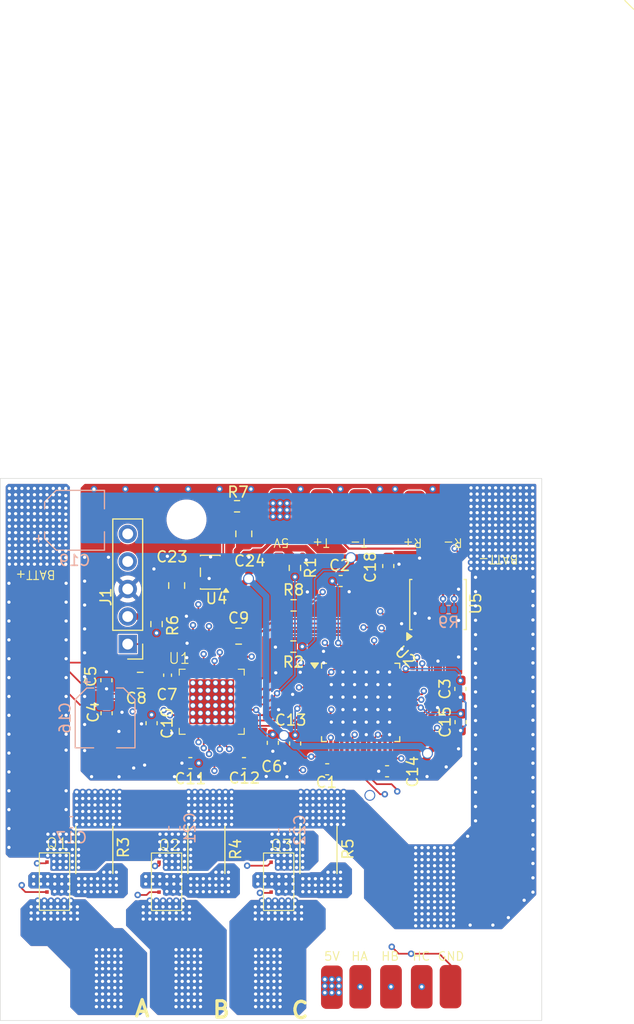
<source format=kicad_pcb>
(kicad_pcb (version 20241229) (generator "pcbnew") (generator_version "9.0")
  (layers (0 "F.Cu" signal) (4 "In1.Cu" signal) (6 "In2.Cu" signal) (8 "In3.Cu" signal) (10 "In4.Cu" signal) (12 "In5.Cu" signal) (14 "In6.Cu" signal) (2 "B.Cu" signal) (13 "F.Paste" user) (15 "B.Paste" user) (5 "F.SilkS" user "F.Silkscreen") (7 "B.SilkS" user "B.Silkscreen") (1 "F.Mask" user) (3 "B.Mask" user) (25 "Edge.Cuts" user))
  (net 0 "")
  (net 1 "+3.3V")
  (net 2 "SNA")
  (net 3 "+BATT")
  (net 4 "Net-(U1-CPH)")
  (net 5 "Net-(U1-CPL)")
  (net 6 "Net-(U1-VCP)")
  (net 7 "Net-(U1-DVDD)")
  (net 8 "SPA")
  (net 9 "SPB")
  (net 10 "SPC")
  (net 11 "VDC")
  (net 12 "MCLR")
  (net 13 "PGD")
  (net 14 "PGC")
  (net 15 "MOTOR_A")
  (net 16 "MOTOR_B")
  (net 17 "MOTOR_C")
  (net 18 "HC")
  (net 19 "HB")
  (net 20 "HA")
  (net 21 "GHA")
  (net 22 "GLA")
  (net 23 "GHB")
  (net 24 "GLB")
  (net 25 "GHC")
  (net 26 "GLC")
  (net 27 "nFAULT")
  (net 28 "MD_SDO")
  (net 31 "SOB")
  (net 32 "SOA")
  (net 33 "INLB")
  (net 34 "INHB")
  (net 49 "INHA")
  (net 50 "MD_nCS")
  (net 54 "ENABLE")
  (net 57 "SOC")
  (net 63 "INLA")
  (net 70 "INHC")
  (net 74 "MD_SDI")
  (net 75 "MD_SCLK")
  (net 76 "INLC")
  (net 80 "LVDS_RI+")
  (net 81 "MCU_NC")
  (net 82 "LVDS_RI-")
  (net 83 "LVDS_DO+")
  (net 84 "LVDS_DO-")
  (net 85 "Net-(U4-EN)")
  (net 86 "LVDS_RE")
  (net 87 "LVDS_DE")
  (net 88 "LVDS_DI")
  (net 89 "LVDS_RO")
  (footprint "Connector_Wire:SolderWirePad_1x01_SMD_2x4mm" (layer "F.Cu") (at 158.56 90.57)
    (property "Reference" "J10" (hide yes))
    (property "Value" "Conn_01x01_Socket" (hide yes))
  )
  (footprint "Connector_Wire:SolderWirePad_1x01_SMD_3x6mm" (layer "F.Cu") (at 142.68 89.769)
    (property "Reference" "J5" (hide yes))
    (property "Value" "Conn_01x01_Socket" (hide yes))
  )
  (footprint "CSD87588N:CSD87588N" (layer "F.Cu") (at 140.68 80.88)
    (property "Reference" "Q2")
    (property "Value" "N-MOS Half-Bridge" (hide yes))
  )
  (footprint "Capacitor_SMD:C_0805_2012Metric" (layer "F.Cu") (at 138.24 62.3)
    (property "Reference" "C8")
    (property "Value" "1uF")
  )
  (footprint "Connector_Wire:SolderWirePad_1x01_SMD_2x4mm" (layer "F.Cu") (at 161.4 90.57)
    (property "Reference" "J9" (hide yes))
    (property "Value" "Conn_01x01_Socket" (hide yes))
  )
  (footprint "Connector_PinHeader_2.54mm:PinHeader_1x05_P2.54mm_Vertical" (layer "F.Cu") (at 137.09 58.96 180)
    (property "Reference" "J1")
    (property "Value" "Conn_01x05_Pin")
  )
  (footprint "Capacitor_SMD:C_0603_1608Metric" (layer "F.Cu") (at 142.870222 69.940778 180)
    (property "Reference" "C11")
    (property "Value" "4.7nF")
  )
  (footprint "Capacitor_SMD:C_0603_1608Metric" (layer "F.Cu") (at 156.755 53.14 180)
    (property "Reference" "C2")
    (property "Value" "0.1uF")
  )
  (footprint "Package_SO:TSSOP-14_4.4x5mm_P0.65mm" (layer "F.Cu") (at 165.7425 55.31 90)
    (property "Reference" "U5")
    (property "Value" "FIN1019MTCX")
  )
  (footprint "MountingHole:MountingHole_3.2mm_M3_ISO7380" (layer "F.Cu") (at 142.52 47.47)
    (property "Reference" "REF**" (hide yes))
    (property "Value" "MountingHole_3.2mm_M3_ISO7380" (hide yes))
  )
  (footprint "Capacitor_SMD:C_0603_1608Metric" (layer "F.Cu") (at 147.825779 69.940778)
    (property "Reference" "C12")
    (property "Value" "4.7nF")
  )
  (footprint "Connector_Wire:SolderWirePad_1x01_SMD_3x6mm" (layer "F.Cu") (at 127.837 47.393)
    (property "Reference" "J2" (hide yes))
    (property "Value" "Conn_01x01_Socket" (hide yes))
  )
  (footprint "Capacitor_SMD:C_0603_1608Metric" (layer "F.Cu") (at 161.04 70.69)
    (property "Reference" "C14")
    (property "Value" "0.1uF")
  )
  (footprint "Capacitor_SMD:C_0805_2012Metric" (layer "F.Cu") (at 147.81 48.79 90)
    (property "Reference" "C24")
    (property "Value" "1uF")
  )
  (footprint "Connector_Wire:SolderWirePad_1x01_SMD_2x4mm" (layer "F.Cu") (at 151.15 46.67)
    (property "Reference" "J7" (hide yes))
    (property "Value" "Conn_01x01_Socket" (hide yes))
  )
  (footprint "Resistor_SMD:R_0603_1608Metric" (layer "F.Cu") (at 147.185 46.25 180)
    (property "Reference" "R7")
    (property "Value" "10k")
  )
  (footprint "Connector_Wire:SolderWirePad_1x01_SMD_2x4mm" (layer "F.Cu") (at 164.24 90.57)
    (property "Reference" "J8" (hide yes))
    (property "Value" "Conn_01x01_Socket" (hide yes))
  )
  (footprint "Capacitor_SMD:C_0603_1608Metric" (layer "F.Cu") (at 167.808786 63.096045 90)
    (property "Reference" "C3")
    (property "Value" "0.1uF")
  )
  (footprint "Capacitor_SMD:C_0402_1005Metric" (layer "F.Cu") (at 140.77 61.83 -90)
    (property "Reference" "C7")
    (property "Value" "47nF")
  )
  (footprint "MountingHole:MountingHole_3.2mm_M3_ISO7380" (layer "F.Cu") (at 171.52 90.47)
    (property "Reference" "REF**" (hide yes))
    (property "Value" "MountingHole_3.2mm_M3_ISO7380" (hide yes))
  )
  (footprint "Connector_Wire:SolderWirePad_1x01_SMD_2x4mm" (layer "F.Cu") (at 163.58 46.8)
    (property "Reference" "J11" (hide yes))
    (property "Value" "Conn_01x01_Socket" (hide yes))
  )
  (footprint "Capacitor_SMD:C_0805_2012Metric" (layer "F.Cu") (at 141.61 53.56 90)
    (property "Reference" "C23")
    (property "Value" "1uF")
  )
  (footprint "Resistor_SMD:R_0603_1608Metric" (layer "F.Cu") (at 152.385 59.19 180)
    (property "Reference" "R2")
    (property "Value" "10k")
  )
  (footprint "Connector_Wire:SolderWirePad_1x01_SMD_2x4mm" (layer "F.Cu") (at 155.94 90.61)
    (property "Reference" "J16" (hide yes))
    (property "Value" "Conn_01x01_Socket" (hide yes))
  )
  (footprint "Connector_Wire:SolderWirePad_1x01_SMD_2x4mm" (layer "F.Cu") (at 154.97 46.67)
    (property "Reference" "J13" (hide yes))
    (property "Value" "Conn_01x01_Socket" (hide yes))
  )
  (footprint "Package_TO_SOT_SMD:SOT-23-5" (layer "F.Cu") (at 144.7125 52.33 180)
    (property "Reference" "U4")
    (property "Value" "3.3V Regurator")
  )
  (footprint "Package_QFP:TQFP-48_7x7mm_P0.5mm" (layer "F.Cu") (at 158.6 64.34)
    (property "Reference" "U2")
    (property "Value" "Micro controller" (hide yes))
  )
  (footprint "Capacitor_SMD:C_0603_1608Metric" (layer "F.Cu") (at 167.83 66.155 90)
    (property "Reference" "C15")
    (property "Value" "0.1uF")
  )
  (footprint "Capacitor_SMD:C_0805_2012Metric" (layer "F.Cu") (at 147.329999 58.23)
    (property "Reference" "C9")
    (property "Value" "1uF" (hide yes))
  )
  (footprint "Resistor_SMD:R_0603_1608Metric" (layer "F.Cu") (at 139.75 57.115 90)
    (property "Reference" "R6")
    (property "Value" "10k")
  )
  (footprint "Capacitor_SMD:C_0603_1608Metric" (layer "F.Cu") (at 135.12 62.295 -90)
    (property "Reference" "C5")
    (property "Value" "0.1uF")
  )
  (footprint "CSD87588N:CSD87588N" (layer "F.Cu") (at 130.33 80.87)
    (property "Reference" "Q1")
    (property "Value" "N-MOS Half-Bridge" (hide yes))
  )
  (footprint "Connector_Wire:SolderWirePad_1x01_SMD_2x4mm" (layer "F.Cu") (at 166.9 90.56)
    (property "Reference" "J15" (hide yes))
    (property "Value" "Conn_01x01_Socket" (hide yes))
  )
  (footprint "Connector_Wire:SolderWirePad_1x01_SMD_3x6mm" (layer "F.Cu") (at 171.494 47.214)
    (property "Reference" "J3" (hide yes))
    (property "Value" "Conn_01x01_Socket" (hide yes))
  )
  (footprint "Resistor_SMD:R_0603_1608Metric" (layer "F.Cu") (at 152.53 51.935 -90)
    (property "Reference" "R1")
    (property "Value" "10k")
  )
  (footprint "Capacitor_SMD:C_0603_1608Metric" (layer "F.Cu") (at 155.51 70.51)
    (property "Reference" "C1")
    (property "Value" "0.1uF")
  )
  (footprint "Connector_Wire:SolderWirePad_1x01_SMD_2x4mm" (layer "F.Cu") (at 158.52 46.67)
    (property "Reference" "J14" (hide yes))
    (property "Value" "Conn_01x01_Socket" (hide yes))
  )
  (footprint "Connector_Wire:SolderWirePad_1x01_SMD_3x6mm" (layer "F.Cu") (at 135.33 89.759)
    (property "Reference" "J4" (hide yes))
    (property "Value" "Conn_01x01_Socket" (hide yes))
  )
  (footprint "MountingHole:MountingHole_3.2mm_M3_ISO7380" (layer "F.Cu") (at 128.52 90.47)
    (property "Reference" "REF**" (hide yes))
    (property "Value" "MountingHole_3.2mm_M3_ISO7380" (hide yes))
  )
  (footprint "Capacitor_SMD:C_0603_1608Metric" (layer "F.Cu") (at 161.15 51.76 -90)
    (property "Reference" "C18")
    (property "Value" "0.1uF")
  )
  (footprint "Connector_Wire:SolderWirePad_1x01_SMD_3x6mm" (layer "F.Cu") (at 150.03 89.769)
    (property "Reference" "J6" (hide yes))
    (property "Value" "Conn_01x01_Socket" (hide yes))
  )
  (footprint "CSD87588N:CSD87588N" (layer "F.Cu") (at 151.03 80.88)
    (property "Reference" "Q3")
    (property "Value" "N-MOS Half-Bridge" (hide yes))
  )
  (footprint "Capacitor_SMD:C_0603_1608Metric" (layer "F.Cu") (at 135.14 65.335 -90)
    (property "Reference" "C4")
    (property "Value" "0.1uF")
  )
  (footprint "Resistor_SMD:R_0603_1608Metric" (layer "F.Cu") (at 152.405 55.39)
    (property "Reference" "R8")
    (property "Value" "10k")
  )
  (footprint "Resistor_SMD:R_2512_6332Metric" (layer "F.Cu") (at 144.355 77.9465 90)
    (property "Reference" "R4")
    (property "Value" "0.3m")
  )
  (footprint "Resistor_SMD:R_2512_6332Metric" (layer "F.Cu") (at 134.005 77.9465 90)
    (property "Reference" "R3")
    (property "Value" "0.3m")
  )
  (footprint "Capacitor_SMD:C_0603_1608Metric" (layer "F.Cu") (at 139.293 66.255779 -90)
    (property "Reference" "C10")
    (property "Value" "4.7nF")
  )
  (footprint "Capacitor_SMD:C_0603_1608Metric" (layer "F.Cu") (at 150.49 68.07 -90)
    (property "Reference" "C6")
    (property "Value" "0.1uF")
  )
  (footprint "TB67Z833SFTG:TB67Z833SFTG" (layer "F.Cu") (at 144.848 64.278)
    (property "Reference" "U1")
    (property "Value" "3-phase Gate Driver" (hide yes))
  )
  (footprint "Capacitor_SMD:C_0603_1608Metric" (layer "F.Cu") (at 152.55 68.13 90)
    (property "Reference" "C13")
    (property "Value" "0.1uF")
  )
  (footprint "Connector_Wire:SolderWirePad_1x01_SMD_2x4mm" (layer "F.Cu") (at 167.13 46.8)
    (property "Reference" "J12" (hide yes))
    (property "Value" "Conn_01x01_Socket" (hide yes))
  )
  (footprint "Resistor_SMD:R_2512_6332Metric" (layer "F.Cu") (at 154.705 77.9465 90)
    (property "Reference" "R5")
    (property "Value" "0.3m")
  )
  (footprint "Capacitor_SMD:C_0603_1608Metric" (layer "B.Cu") (at 151.54 76.12 90)
    (property "Reference" "C22")
    (property "Value" "0.1uF")
  )
  (footprint "Capacitor_SMD:CP_Elec_5x5.3" (layer "B.Cu") (at 135 65.77 -90)
    (property "Reference" "C16")
    (property "Value" "22uF")
  )
  (footprint "Capacitor_SMD:CP_Elec_5x5.3" (layer "B.Cu") (at 132.18 47.54)
    (property "Reference" "C19")
    (property "Value" "22uF")
  )
  (footprint "Capacitor_SMD:C_0603_1608Metric" (layer "B.Cu") (at 141.4 75.92 90)
    (property "Reference" "C21")
    (property "Value" "0.1uF")
  )
  (footprint "Resistor_SMD:R_0402_1005Metric" (layer "B.Cu") (at 166.7175 55.78)
    (property "Reference" "R9")
    (property "Value" "100")
  )
  (footprint "Capacitor_SMD:C_0603_1608Metric" (layer "B.Cu") (at 131.88 75.39)
    (property "Reference" "C17")
    (property "Value" "0.1uF")
  )
  (gr_line (start 183 -0.4) (end 183.8 0.4) (stroke (width 0.1)) (layer "F.SilkS"))
  (gr_rect (start 125.32 43.68) (end 175.32 93.68) (stroke (width 0.05)) (fill no) (layer "Edge.Cuts"))
  (gr_text "HB" (at 161.32 87.76 0) (layer "F.SilkS") (effects (font (size 0.8 0.8) (thickness 0.1))))
  (gr_text "T-" (at 158.42 49.61 180) (layer "F.SilkS") (effects (font (size 0.8 0.8) (thickness 0.1))))
  (gr_text "BATT-" (at 171.31 51.13 180) (layer "F.SilkS") (effects (font (size 0.8 0.8) (thickness 0.1))))
  (gr_text "R-" (at 167.11 49.61 180) (layer "F.SilkS") (effects (font (size 0.8 0.8) (thickness 0.1))))
  (gr_text "T+" (at 154.93 49.61 180) (layer "F.SilkS") (effects (font (size 0.8 0.8) (thickness 0.1))))
  (gr_text "HC" (at 164.2 87.76 0) (layer "F.SilkS") (effects (font (size 0.8 0.8) (thickness 0.1))))
  (gr_text "BATT+" (at 128.57 52.57 180) (layer "F.SilkS") (effects (font (size 0.8 0.8) (thickness 0.1))))
  (gr_text "5V" (at 155.95 87.76 0) (layer "F.SilkS") (effects (font (size 0.8 0.8) (thickness 0.1))))
  (gr_text "C" (at 152.05 93.609 0) (layer "F.SilkS") (effects (font (size 1.5 1.5) (thickness 0.3) (bold yes)) (justify left bottom)))
  (gr_text "A" (at 137.58 93.459 0) (layer "F.SilkS") (effects (font (size 1.5 1.5) (thickness 0.3) (bold yes)) (justify left bottom)))
  (gr_text "HA" (at 158.4975 87.76 0) (layer "F.SilkS") (effects (font (size 0.8 0.8) (thickness 0.1))))
  (gr_text "GND" (at 166.94 87.76 0) (layer "F.SilkS") (effects (font (size 0.8 0.8) (thickness 0.1))))
  (gr_text "R+" (at 163.39 49.61 180) (layer "F.SilkS") (effects (font (size 0.8 0.8) (thickness 0.1))))
  (gr_text "5V" (at 151.27 49.61 180) (layer "F.SilkS") (effects (font (size 0.8 0.8) (thickness 0.1))))
  (gr_text "B" (at 144.78 93.559 0) (layer "F.SilkS") (effects (font (size 1.5 1.5) (thickness 0.3) (bold yes)) (justify left bottom)))
  (segment (start 148.25 52.93) (end 148.25 52.42) (width 0.6) (layer "F.Cu") (net 1))
  (segment (start 161.365 70.69) (end 160.096 69.421) (width 0.16) (layer "F.Cu") (net 1))
  (segment (start 139.7 56.42) (end 137.09 56.42) (width 0.6) (layer "F.Cu") (net 1))
  (segment (start 151.51 67.39) (end 150.585 67.39) (width 0.6) (layer "F.Cu") (net 1))
  (segment (start 162.7625 64.59) (end 163.92 64.59) (width 0.16) (layer "F.Cu") (net 1))
  (segment (start 161.1675 50.9675) (end 161.15 50.985) (width 0.16) (layer "F.Cu") (net 1))
  (segment (start 167.81 65.36) (end 167.83 65.38) (width 0.6) (layer "F.Cu") (net 1))
  (segment (start 141.61 54.51) (end 139.7 56.42) (width 0.6) (layer "F.Cu") (net 1))
  (segment (start 156.85 60.1775) (end 156.85 59.17) (width 0.16) (layer "F.Cu") (net 1))
  (segment (start 156.85 69.945) (end 156.85 68.5025) (width 0.16) (layer "F.Cu") (net 1))
  (segment (start 160.096 69.421) (end 159.651 69.421) (width 0.16) (layer "F.Cu") (net 1))
  (segment (start 163.1875 50.9675) (end 161.1675 50.9675) (width 0.16) (layer "F.Cu") (net 1))
  (segment (start 154.4375 64.59) (end 153.07 64.59) (width 0.16) (layer "F.Cu") (net 1))
  (segment (start 167.088955 62.321045) (end 166.76 62.65) (width 0.6) (layer "F.Cu") (net 1))
  (segment (start 151.54 50.12) (end 152.53 51.11) (width 0.6) (layer "F.Cu") (net 1))
  (segment (start 143.575 53.455) (end 143.4 53.63) (width 0.6) (layer "F.Cu") (net 1))
  (segment (start 167.808786 62.321045) (end 167.088955 62.321045) (width 0.6) (layer "F.Cu") (net 1))
  (segment (start 166.76 62.65) (end 166.76 64.92) (width 0.6) (layer "F.Cu") (net 1))
  (segment (start 157.695 50.985) (end 157.695 51.425) (width 0.6) (layer "F.Cu") (net 1))
  (segment (start 163.51 70.69) (end 161.815 70.69) (width 0.6) (layer "F.Cu") (net 1))
  (segment (start 166.76 64.92) (end 167.2 65.36) (width 0.6) (layer "F.Cu") (net 1))
  (segment (start 164.78 69.04) (end 164.77 69.04) (width 0.6) (layer "F.Cu") (net 1))
  (segment (start 156.85 59.17) (end 156.53 58.85) (width 0.16) (layer "F.Cu") (net 1))
  (segment (start 156.285 70.51) (end 156.85 69.945) (width 0.16) (layer "F.Cu") (net 1))
  (segment (start 153.53 50.12) (end 154.395 50.985) (width 0.6) (layer "F.Cu") (net 1))
  (segment (start 159.35 69.12) (end 159.35 68.5025) (width 0.16) (layer "F.Cu") (net 1))
  (segment (start 150.585 67.39) (end 150.49 67.295) (width 0.6) (layer "F.Cu") (net 1))
  (segment (start 146.67 54.51) (end 141.61 54.51) (width 0.6) (layer "F.Cu") (net 1))
  (segment (start 157.695 51.425) (end 155.98 53.14) (width 0.6) (layer "F.Cu") (net 1))
  (segment (start 164.77 69.04) (end 164.77 69.43) (width 0.6) (layer "F.Cu") (net 1))
  (segment (start 167.2 65.36) (end 167.81 65.36) (width 0.6) (layer "F.Cu") (net 1))
  (segment (start 153.07 64.59) (end 152.75 64.91) (width 0.16) (layer "F.Cu") (net 1))
  (segment (start 142.25 53.63) (end 141.61 54.27) (width 0.6) (layer "F.Cu") (net 1))
  (segment (start 161.815 70.69) (end 161.365 70.69) (width 0.16) (layer "F.Cu") (net 1))
  (segment (start 164.77 69.43) (end 163.51 70.69) (width 0.6) (layer "F.Cu") (net 1))
  (segment (start 147.723 65.019667) (end 148.935557 65.019667) (width 0.16) (layer "F.Cu") (net 1))
  (segment (start 151.54 50.12) (end 153.53 50.12) (width 0.6) (layer "F.Cu") (net 1))
  (segment (start 150.55 50.12) (end 151.54 50.12) (width 0.6) (layer "F.Cu") (net 1))
  (segment (start 166.76 64.92) (end 166.76 67.05) (width 0.6) (layer "F.Cu") (net 1))
  (segment (start 151.51 67.39) (end 152.515 67.39) (width 0.6) (layer "F.Cu") (net 1))
  (segment (start 156.285 70.51) (end 155.115 69.34) (width 0.16) (layer "F.Cu") (net 1))
  (segment (start 163.7925 51.5725) (end 163.1875 50.9675) (width 0.16) (layer "F.Cu") (net 1))
  (segment (start 141.61 54.27) (end 141.61 54.51) (width 0.6) (layer "F.Cu") (net 1))
  (segment (start 159.651 69.421) (end 159.35 69.12) (width 0.16) (layer "F.Cu") (net 1))
  (segment (start 148.25 52.93) (end 146.67 54.51) (width 0.6) (layer "F.Cu") (net 1))
  (segment (start 152.515 67.39) (end 152.55 67.355) (width 0.6) (layer "F.Cu") (net 1))
  (segment (start 154.395 50.985) (end 157.695 50.985) (width 0.6) (layer "F.Cu") (net 1))
  (segment (start 166.76 67.05) (end 164.77 69.04) (width 0.6) (layer "F.Cu") (net 1))
  (segment (start 163.92 64.59) (end 164.15 64.82) (width 0.16) (layer "F.Cu") (net 1))
  (segment (start 157.695 50.985) (end 161.15 50.985) (width 0.6) (layer "F.Cu") (net 1))
  (segment (start 162.7625 61.23) (end 162.7625 61.59) (width 0.16) (layer "F.Cu") (net 1))
  (segment (start 143.575 53.28) (end 143.575 53.455) (width 0.6) (layer "F.Cu") (net 1))
  (segment (start 148.935557 65.019667) (end 148.95 65.03411) (width 0.16) (layer "F.Cu") (net 1))
  (segment (start 163.7925 52.4475) (end 163.7925 51.5725) (width 0.16) (layer "F.Cu") (net 1))
  (segment (start 155.115 69.34) (end 154.04 69.34) (width 0.16) (layer "F.Cu") (net 1))
  (segment (start 143.4 53.63) (end 142.25 53.63) (width 0.6) (layer "F.Cu") (net 1))
  (segment (start 148.25 52.42) (end 150.55 50.12) (width 0.6) (layer "F.Cu") (net 1))
  (via (at 151.51 67.39) (size 1) (drill 0.8) (layers "F.Cu" "B.Cu") (net 1))
  (via (at 152.75 64.91) (size 0.6) (drill 0.3) (layers "F.Cu" "B.Cu") (net 1))
  (via (at 154.04 69.34) (size 0.6) (drill 0.3) (layers "F.Cu" "B.Cu") (net 1))
  (via (at 164.77 69.04) (size 1) (drill 0.8) (layers "F.Cu" "B.Cu") (net 1))
  (via (at 152.55 67.355) (size 0.6) (drill 0.3) (layers "F.Cu" "B.Cu") (net 1))
  (via (at 157.695 50.985) (size 1) (drill 0.8) (layers "F.Cu" "B.Cu") (net 1))
  (via (at 148.95 65.03411) (size 0.6) (drill 0.3) (layers "F.Cu" "B.Cu") (net 1))
  (via (at 156.53 58.85) (size 0.6) (drill 0.3) (layers "F.Cu" "B.Cu") (net 1))
  (via (at 162.7625 61.23) (size 0.6) (drill 0.3) (layers "F.Cu" "B.Cu") (net 1))
  (via (at 167.83 65.38) (size 0.6) (drill 0.3) (layers "F.Cu" "B.Cu") (net 1))
  (via (at 153.21 59.19) (size 0.6) (drill 0.3) (layers "F.Cu" "B.Cu") (net 1))
  (via (at 155.98 53.14) (size 0.6) (drill 0.3) (layers "F.Cu" "B.Cu") (net 1))
  (via (at 150.49 67.295) (size 0.6) (drill 0.3) (layers "F.Cu" "B.Cu") (net 1))
  (via (at 167.808786 62.321045) (size 0.6) (drill 0.3) (layers "F.Cu" "B.Cu") (net 1))
  (via (at 148.25 52.93) (size 1) (drill 0.8) (layers "F.Cu" "B.Cu") (net 1))
  (via (at 164.15 64.82) (size 0.6) (drill 0.3) (layers "F.Cu" "B.Cu") (net 1))
  (segment (start 153.21 59.19) (end 153.73 59.19) (width 0.16) (layer "B.Cu") (net 1))
  (segment (start 149.935 67.295) (end 150.49 67.295) (width 0.16) (layer "B.Cu") (net 1))
  (segment (start 153.5 68.38) (end 152.5 68.38) (width 0.6) (layer "B.Cu") (net 1))
  (segment (start 164.81 65.38) (end 167.83 65.38) (width 0.16) (layer "B.Cu") (net 1))
  (segment (start 152.55 65.11) (end 152.55 67.355) (width 0.16) (layer "B.Cu") (net 1))
  (segment (start 156.53 58.85) (end 156.53 53.69) (width 0.16) (layer "B.Cu") (net 1))
  (segment (start 148.95 65.04) (end 149.31 65.4) (width 0.16) (layer "B.Cu") (net 1))
  (segment (start 149.31 65.4) (end 149.31 66.67) (width 0.16) (layer "B.Cu") (net 1))
  (segment (start 167.4 61.23) (end 162.7625 61.23) (width 0.16) (layer "B.Cu") (net 1))
  (segment (start 149.88 58.72) (end 149.88 54.56) (width 0.6) (layer "B.Cu") (net 1))
  (segment (start 155.15 52.15) (end 156.92 52.15) (width 0.16) (layer "B.Cu") (net 1))
  (segment (start 152.5 68.38) (end 151.51 67.39) (width 0.6) (layer "B.Cu") (net 1))
  (segment (start 156.53 53.69) (end 155.98 53.14) (width 0.16) (layer "B.Cu") (net 1))
  (segment (start 149.88 54.56) (end 148.25 52.93) (width 0.6) (layer "B.Cu") (net 1))
  (segment (start 153.73 59.19) (end 154.34 58.58) (width 0.16) (layer "B.Cu") (net 1))
  (segment (start 151.51 67.39) (end 149.88 65.76) (width 0.6) (layer "B.Cu") (net 1))
  (segment (start 164.11 68.38) (end 158.25 68.38) (width 0.6) (layer "B.Cu") (net 1))
  (segment (start 157.695 51.375) (end 157.695 50.985) (width 0.16) (layer "B.Cu") (net 1))
  (segment (start 153.46 69.34) (end 151.51 67.39) (width 0.16) (layer "B.Cu") (net 1))
  (segment (start 167.808786 62.321045) (end 167.808786 61.638786) (width 0.16) (layer "B.Cu") (net 1))
  (segment (start 164.25 64.82) (end 164.81 65.38) (width 0.16) (layer "B.Cu") (net 1))
  (segment (start 164.77 69.04) (end 164.11 68.38) (width 0.6) (layer "B.Cu") (net 1))
  (segment (start 149.88 65.76) (end 149.88 58.72) (width 0.6) (layer "B.Cu") (net 1))
  (segment (start 152.75 64.91) (end 152.55 65.11) (width 0.16) (layer "B.Cu") (net 1))
  (segment (start 148.95 65.03411) (end 148.95 65.04) (width 0.16) (layer "B.Cu") (net 1))
  (segment (start 149.31 66.67) (end 149.935 67.295) (width 0.16) (layer "B.Cu") (net 1))
  (segment (start 154.04 69.34) (end 153.46 69.34) (width 0.16) (layer "B.Cu") (net 1))
  (segment (start 164.15 64.82) (end 164.25 64.82) (width 0.16) (layer "B.Cu") (net 1))
  (segment (start 167.808786 61.638786) (end 167.4 61.23) (width 0.16) (layer "B.Cu") (net 1))
  (segment (start 156.92 52.15) (end 157.695 51.375) (width 0.16) (layer "B.Cu") (net 1))
  (segment (start 154.34 58.58) (end 154.34 52.96) (width 0.16) (layer "B.Cu") (net 1))
  (segment (start 158.25 68.38) (end 153.5 68.38) (width 0.6) (layer "B.Cu") (net 1))
  (segment (start 154.34 52.96) (end 155.15 52.15) (width 0.16) (layer "B.Cu") (net 1))
  (segment (start 156.35 67.41) (end 156.53 67.23) (width 0.16) (layer "F.Cu") (net 2))
  (segment (start 150.55 68.905) (end 150.49 68.845) (width 0.16) (layer "F.Cu") (net 2))
  (segment (start 158.85 69.87) (end 158.85 68.5025) (width 0.16) (layer "F.Cu") (net 2))
  (segment (start 147.32 69.08) (end 148.180778 69.940778) (width 0.16) (layer "F.Cu") (net 2))
  (segment (start 136.275588 67.015588) (end 136.290779 67.030779) (width 0.16) (layer "F.Cu") (net 2))
  (segment (start 156.53 67.23) (end 156.53 64.27) (width 0.16) (layer "F.Cu") (net 2))
  (segment (start 162.11 87.52) (end 163.26 87.52) (width 0.16) (layer "F.Cu") (net 2))
  (segment (start 159.67 70.69) (end 158.85 69.87) (width 0.16) (layer "F.Cu") (net 2))
  (segment (start 146.578556 61.403) (end 146.578556 60.401444) (width 0.16) (layer "F.Cu") (net 2))
  (segment (start 166.9 88.56) (end 166.9 90.56) (width 0.16) (layer "F.Cu") (net 2))
  (segment (start 142.622999 67.153) (end 142.622999 69.413001) (width 0.16) (layer "F.Cu") (net 2))
  (segment (start 147.52 58.989998) (end 148.279998 58.23) (width 0.16) (layer "F.Cu") (net 2))
  (segment (start 163.864 71.346) (end 161.456237 71.346) (width 0.16) (layer "F.Cu") (net 2))
  (segment (start 147.32 67.399999) (end 147.32 69.08) (width 0.16) (layer "F.Cu") (net 2))
  (segment (start 156.35 64.09) (end 157.35 63.09) (width 0.16) (layer "F.Cu") (net 2))
  (segment (start 156.54 66.209763) (end 156.54 64.28) (width 0.16) (layer "F.Cu") (net 2))
  (segment (start 161.47 86.88) (end 162.11 87.52) (width 0.16) (layer "F.Cu") (net 2))
  (segment (start 160.265 70.69) (end 159.67 70.69) (width 0.16) (layer "F.Cu") (net 2))
  (segment (start 161.456237 71.346) (end 160.921 71.346) (width 0.16) (layer "F.Cu") (net 2))
  (segment (start 152.55 68.905) (end 154.155 70.51) (width 0.16) (layer "F.Cu") (net 2))
  (segment (start 157.35 65.09) (end 162.7625 65.09) (width 0.16) (layer "F.Cu") (net 2))
  (segment (start 167.83 66.93) (end 167.83 67.38) (width 0.16) (layer "F.Cu") (net 2))
  (segment (start 153.48 67.91) (end 154.839763 67.91) (width 0.16) (layer "F.Cu") (net 2))
  (segment (start 165.86 87.52) (end 166.9 88.56) (width 0.16) (layer "F.Cu") (net 2))
  (segment (start 152.596 68.859) (end 152.596 68.794) (width 0.16) (layer "F.Cu") (net 2))
  (segment (start 148.600779 69.940778) (end 151.580778 69.940778) (width 0.16) (layer "F.Cu") (net 2))
  (segment (start 160.921 71.346) (end 160.265 70.69) (width 0.16) (layer "F.Cu") (net 2))
  (segment (start 165.86 87.52) (end 163.26 87.52) (width 0.16) (layer "F.Cu") (net 2))
  (segment (start 147.073001 67.153) (end 147.32 67.399999) (width 0.16) (layer "F.Cu") (net 2))
  (segment (start 156.54 64.28) (end 156.35 64.09) (width 0.16) (layer "F.Cu") (net 2))
  (segment (start 167.808955 63.871045) (end 167.81 63.87) (width 0.16) (layer "F.Cu") (net 2))
  (segment (start 156.35 64.09) (end 157.35 65.09) (width 0.16) (layer "F.Cu") (net 2))
  (segment (start 148.180778 69.940778) (end 148.600779 69.940778) (width 0.16) (layer "F.Cu") (net 2))
  (segment (start 152.596 68.794) (end 153.48 67.91) (width 0.16) (layer "F.Cu") (net 2))
  (segment (start 146.578556 60.401444) (end 147.52 59.46) (width 0.16) (layer "F.Cu") (net 2))
  (segment (start 156.35 68.5025) (end 156.35 67.41) (width 0.16) (layer "F.Cu") (net 2))
  (segment (start 162.7625 62.09) (end 158.35 62.09) (width 0.16) (layer "F.Cu") (net 2))
  (segment (start 157.35 63.09) (end 157.35 60.1775) (width 0.16) (layer "F.Cu") (net 2))
  (segment (start 147.52 59.46) (end 147.52 58.989998) (width 0.16) (layer "F.Cu") (net 2))
  (segment (start 167.83 67.38) (end 163.864 71.346) (width 0.16) (layer "F.Cu") (net 2))
  (segment (start 151.580778 69.940778) (end 151.6 69.96) (width 0.16) (layer "F.Cu") (net 2))
  (segment (start 152.55 68.905) (end 150.55 68.905) (width 0.16) (layer "F.Cu") (net 2))
  (segment (start 158.85 66.59) (end 156.35 64.09) (width 0.16) (layer "F.Cu") (net 2))
  (segment (start 136.290779 67.030779) (end 139.293 67.030779) (width 0.16) (layer "F.Cu") (net 2))
  (segment (start 142.622999 69.413001) (end 142.095222 69.940778) (width 0.16) (layer "F.Cu") (net 2))
  (segment (start 154.155 70.51) (end 154.735 70.51) (width 0.16) (layer "F.Cu") (net 2))
  (segment (start 158.35 62.09) (end 157.35 63.09) (width 0.16) (layer "F.Cu") (net 2))
  (segment (start 154.839763 67.91) (end 156.54 66.209763) (width 0.16) (layer "F.Cu") (net 2))
  (segment (start 139.820778 66.503001) (end 139.293 67.030779) (width 0.16) (layer "F.Cu") (net 2))
  (segment (start 141.973 66.503001) (end 139.820778 66.503001) (width 0.16) (layer "F.Cu") (net 2))
  (segment (start 158.85 68.5025) (end 158.85 66.59) (width 0.16) (layer "F.Cu") (net 2))
  (segment (start 156.53 64.27) (end 156.35 64.09) (width 0.16) (layer "F.Cu") (net 2))
  (segment (start 167.808786 63.871045) (end 167.808955 63.871045) (width 0.16) (layer "F.Cu") (net 2))
  (segment (start 154.4375 64.09) (end 156.35 64.09) (width 0.16) (layer "F.Cu") (net 2))
  (segment (start 152.55 68.905) (end 152.596 68.859) (width 0.16) (layer "F.Cu") (net 2))
  (via (at 156.464 75) (size 0.6) (drill 0.3) (layers "F.Cu" "B.Cu") (net 2))
  (via (at 174.48 47.983846) (size 0.6) (drill 0.3) (layers "F.Cu" "B.Cu") (net 2))
  (via (at 166.006667 84.393077) (size 0.6) (drill 0.3) (layers "F.Cu" "B.Cu") (net 2))
  (via (at 164.843333 81.065384) (size 0.6) (drill 0.3) (layers "F.Cu" "B.Cu") (net 2))
  (via (at 174.51 64.662273) (size 0.6) (drill 0.3) (layers "F.Cu" "B.Cu") (net 2))
  (via (at 164.261667 79.956154) (size 0.6) (drill 0.3) (layers "F.Cu" "B.Cu") (net 2))
  (via (at 134.634 73.2) (size 0.6) (drill 0.3) (layers "F.Cu" "B.Cu") (net 2))
  (via (at 166.006667 78.292307) (size 0.6) (drill 0.3) (layers "F.Cu" "B.Cu") (net 2))
  (via (at 135.2 73.8) (size 0.6) (drill 0.3) (layers "F.Cu" "B.Cu") (net 2))
  (via (at 165.425 83.838461) (size 0.6) (drill 0.3) (layers "F.Cu" "B.Cu") (net 2))
  (via (at 155.332 73.8) (size 0.6) (drill 0.3) (layers "F.Cu" "B.Cu") (net 2))
  (via (at 163.68 82.174615) (size 0.6) (drill 0.3) (layers "F.Cu" "B.Cu") (net 2))
  (via (at 165.425 82.174615) (size 0.6) (drill 0.3) (layers "F.Cu" "B.Cu") (net 2))
  (via (at 169.21 64.692728) (size 0.6) (drill 0.3) (layers "F.Cu" "B.Cu") (net 2))
  (via (at 171.635 51.99) (size 0.6) (drill 0.3) (layers "F.Cu" "B.Cu") (net 2))
  (via (at 166.588333 84.393077) (size 0.6) (drill 0.3) (layers "F.Cu" "B.Cu") (net 2))
  (via (at 164.261667 77.737692) (size 0.6) (drill 0.3) (layers "F.Cu" "B.Cu") (net 2))
  (via (at 154.2 73.2) (size 0.6) (drill 0.3) (layers "F.Cu" "B.Cu") (net 2))
  (via (at 171.061 51.417692) (size 0.6) (drill 0.3) (layers "F.Cu" "B.Cu") (net 2))
  (via (at 173.342 46.266923) (size 0.6) (drill 0.3) (layers "F.Cu" "B.Cu") (net 2))
  (via (at 172.204 45.122308) (size 0.6) (drill 0.3) (layers "F.Cu" "B.Cu") (net 2))
  (via (at 148.28 50.94) (size 0.6) (drill 0.3) (layers "F.Cu" "B.Cu") (net 2))
  (via (at 135.766 72.6) (size 0.6) (drill 0.3) (layers "F.Cu" "B.Cu") (net 2))
  (via (at 163.68 79.401538) (size 0.6) (drill 0.3) (layers "F.Cu" "B.Cu") (net 2))
  (via (at 165.425 82.72923) (size 0.6) (drill 0.3) (layers "F.Cu" "B.Cu") (net 2))
  (via (at 154.766 72.6) (size 0.6) (drill 0.3) (layers "F.Cu" "B.Cu") (net 2))
  (via (at 172.204 50.845385) (size 0.6) (drill 0.3) (layers "F.Cu" "B.Cu") (net 2))
  (via (at 169.928 50.273077) (size 0.6) (drill 0.3) (layers "F.Cu" "B.Cu") (net 2))
  (via (at 169.359 45.122308) (size 0.6) (drill 0.3) (layers "F.Cu" "B.Cu") (net 2))
  (via (at 142.54 60.21) (size 0.6) (drill 0.3) (layers "F.Cu" "B.Cu") (net 2))
  (via (at 155.332 75.6) (size 0.6) (drill 0.3) (layers "F.Cu" "B.Cu") (net 2))
  (via (at 164.73 71.18) (size 0.6) (drill 0.3) (layers "F.Cu" "B.Cu") (net 2))
  (via (at 164.843333 82.174615) (size 0.6) (drill 0.3) (layers "F.Cu" "B.Cu") (net 2))
  (via (at 169.928 45.122308) (size 0.6) (drill 0.3) (layers "F.Cu" "B.Cu") (net 2))
  (via (at 169.21 71.299546) (size 0.6) (drill 0.3) (layers "F.Cu" "B.Cu") (net 2))
  (via (at 168.79 49.700769) (size 0.6) (drill 0.3) (layers "F.Cu" "B.Cu") (net 2))
  (via (at 166.588333 78.292307) (size 0.6) (drill 0.3) (layers "F.Cu" "B.Cu") (net 2))
  (via (at 165.425 83.283846) (size 0.6) (drill 0.3) (layers "F.Cu" "B.Cu") (net 2))
  (via (at 153.068 74.4) (size 0.6) (drill 0.3) (layers "F.Cu" "B.Cu") (net 2))
  (via (at 170.497 46.839231) (size 0.6) (drill 0.3) (layers "F.Cu" "B.Cu") (net 2))
  (via (at 133.502 73.8) (size 0.6) (drill 0.3) (layers "F.Cu" "B.Cu") (net 2))
  (via (at 172.773 45.694615) (size 0.6) (drill 0.3) (layers "F.Cu" "B.Cu") (net 2))
  (via (at 170.497 46.266923) (size 0.6) (drill 0.3) (layers "F.Cu" "B.Cu") (net 2))
  (via (at 166.006667 82.174615) (size 0.6) (drill 0.3) (layers "F.Cu" "B.Cu") (net 2))
  (via (at 142.718 73.8) (size 0.6) (drill 0.3) (layers "F.Cu" "B.Cu") (net 2))
  (via (at 168.79 51.417692) (size 0.6) (drill 0.3) (layers "F.Cu" "B.Cu") (net 2))
  (via (at 166.006667 84.947692) (size 0.6) (drill 0.3) (layers "F.Cu" "B.Cu") (net 2))
  (via (at 171.061 50.845385) (size 0.6) (drill 0.3) (layers "F.Cu" "B.Cu") (net 2))
  (via (at 166.588333 81.065384) (size 0.6) (drill 0.3) (layers "F.Cu" "B.Cu") (net 2))
  (via (at 167.17 82.72923) (size 0.6) (drill 0.3) (layers "F.Cu" "B.Cu") (net 2))
  (via (at 136.332 75.6) (size 0.6) (drill 0.3) (layers "F.Cu" "B.Cu") (net 2))
  (via (at 174.48 46.839231) (size 0.6) (drill 0.3) (layers "F.Cu" "B.Cu") (net 2))
  (via (at 168.79 47.411538) (size 0.6) (drill 0.3) (layers "F.Cu" "B.Cu") (net 2))
  (via (at 157.03 74.4) (size 0.6) (drill 0.3) (layers "F.Cu" "B.Cu") (net 2))
  (via (at 172.204 49.128462) (size 0.6) (drill 0.3) (layers "F.Cu" "B.Cu") (net 2))
  (via (at 168.79 50.273077) (size 0.6) (drill 0.3) (layers "F.Cu" "B.Cu") (net 2))
  (via (at 146.68 73.2) (size 0.6) (drill 0.3) (layers "F.Cu" "B.Cu") (net 2))
  (via (at 135.2 73.2) (size 0.6) (drill 0.3) (layers "F.Cu" "B.Cu") (net 2))
  (via (at 163.68 84.393077) (size 0.6) (drill 0.3) (layers "F.Cu" "B.Cu") (net 2))
  (via (at 154.766 73.2) (size 0.6) (drill 0.3) (layers "F.Cu" "B.Cu") (net 2))
  (via (at 172.204 51.99) (size 0.6) (drill 0.3) (layers "F.Cu" "B.Cu") (net 2))
  (via (at 169.928 48.556154) (size 0.6) (drill 0.3) (layers "F.Cu" "B.Cu") (net 2))
  (via (at 171.061 46.839231) (size 0.6) (drill 0.3) (layers "F.Cu" "B.Cu") (net 2))
  (via (at 160.194 66.158) (size 0.6) (drill 0.3) (layers "F.Cu" "B.Cu") (net 2))
  (via (at 173.342 45.122308) (size 0.6) (drill 0.3) (layers "F.Cu" "B.Cu") (net 2))
  (via (at 156.966 62.696) (size 0.6) (drill 0.3) (layers "F.Cu" "B.Cu") (net 2))
  (via (at 169.21 67.335455) (size 0.6) (drill 0.3) (layers "F.Cu" "B.Cu") (net 2))
  (via (at 166.006667 78.846923) (size 0.6) (drill 0.3) (layers "F.Cu" "B.Cu") (net 2))
  (via (at 171.061 44.55) (size 0.6) (drill 0.3) (layers "F.Cu" "B.Cu") (net 2))
  (via (at 169.21 62.05) (size 0.6) (drill 0.3) (layers "F.Cu" "B.Cu") (net 2))
  (via (at 159.118 67.312) (size 0.6) (drill 0.3) (layers "F.Cu" "B.Cu") (net 2))
  (via (at 173.911 47.411538) (size 0.6) (drill 0.3) (layers "F.Cu" "B.Cu") (net 2))
  (via (at 145.548 75.6) (size 0.6) (drill 0.3) (layers "F.Cu" "B.Cu") (net 2))
  (via (at 163.68 84.947692) (size 0.6) (drill 0.3) (layers "F.Cu" "B.Cu") (net 2))
  (via (at 132.37 72.6) (size 0.6) (drill 0.3) (layers "F.Cu" "B.Cu") (net 2))
  (via (at 134.634 75) (size 0.6) (drill 0.3) (layers "F.Cu" "B.Cu") (net 2))
  (via (at 172.773 46.839231) (size 0.6) (drill 0.3) (layers "F.Cu" "B.Cu") (net 2))
  (via (at 166.006667 77.737692) (size 0.6) (drill 0.3) (layers "F.Cu" "B.Cu") (net 2))
  (via (at 167.17 81.065384) (size 0.6) (drill 0.3) (layers "F.Cu" "B.Cu") (net 2))
  (via (at 155.332 74.4) (size 0.6) (drill 0.3) (layers "F.Cu" "B.Cu") (net 2))
  (via (at 171.061 48.556154) (size 0.6) (drill 0.3) (layers "F.Cu" "B.Cu") (net 2))
  (via (at 156.966 65.004) (size 0.6) (drill 0.3) (layers "F.Cu" "B.Cu") (net 2))
  (via (at 161.27 66.158) (size 0.6) (drill 0.3) (layers "F.Cu" "B.Cu") (net 2))
  (via (at 156.464 73.8) (size 0.6) (drill 0.3) (layers "F.Cu" "B.Cu") (net 2))
  (via (at 171.635 48.556154) (size 0.6) (drill 0.3) (layers "F.Cu" "B.Cu") (net 2))
  (via (at 144.982 73.2) (size 0.6) (drill 0.3) (layers "F.Cu" "B.Cu") (net 2))
  (via (at 166.588333 81.62) (size 0.6) (drill 0.3) (layers "F.Cu" "B.Cu") (net 2))
  (via (at 169.928 44.55) (size 0.6) (drill 0.3) (layers "F.Cu" "B.Cu") (net 2))
  (via (at 169.359 51.417692) (size 0.6) (drill 0.3) (layers "F.Cu" "B.Cu") (net 2))
  (via (at 133.11 66.37625) (size 0.6) (drill 0.3) (layers "F.Cu" "B.Cu") (net 2))
  (via (at 173.342 51.417692) (size 0.6) (drill 0.3) (layers "F.Cu" "B.Cu") (net 2))
  (via (at 174.51 72.590455) (size 0.6) (drill 0.3) (layers "F.Cu" "B.Cu") (net 2))
  (via (at 169.359 50.273077) (size 0.6) (drill 0.3) (layers "F.Cu" "B.Cu") (net 2))
  (via (at 136.332 72.6) (size 0.6) (drill 0.3) (layers "F.Cu" "B.Cu") (net 2))
  (via (at 158.042 62.696) (size 0.6) (drill 0.3) (layers "F.Cu" "B.Cu") (net 2))
  (via (at 173.911 47.983846) (size 0.6) (drill 0.3) (layers "F.Cu" "B.Cu") (net 2))
  (via (at 146.68 72.6) (size 0.6) (drill 0.3) (layers "F.Cu" "B.Cu") (net 2))
  (via (at 146.68 74.4) (size 0.6) (drill 0.3) (layers "F.Cu" "B.Cu") (net 2))
  (via (at 167.64 53.9) (size 0.6) (drill 0.3) (layers "F.Cu" "B.Cu") (net 2))
  (via (at 170.497 49.128462) (size 0.6) (drill 0.3) (layers "F.Cu" "B.Cu") (net 2))
  (via (at 168.79 46.839231) (size 0.6) (drill 0.3) (layers "F.Cu" "B.Cu") (net 2))
  (via (at 133.502 74.4) (size 0.6) (drill 0.3) (layers "F.Cu" "B.Cu") (net 2))
  (via (at 171.061 49.700769) (size 0.6) (drill 0.3) (layers "F.Cu" "B.Cu") (net 2))
  (via (at 169.359 46.839231) (size 0.6) (drill 0.3) (layers "F.Cu" "B.Cu") (net 2))
  (via (at 170.497 49.700769) (size 0.6) (drill 0.3) (layers "F.Cu" "B.Cu") (net 2))
  (via (at 169.21 55.443182) (size 0.6) (drill 0.3) (layers "F.Cu" "B.Cu") (net 2))
  (via (at 156.966 67.312) (size 0.6) (drill 0.3) (layers "F.Cu" "B.Cu") (net 2))
  (via (at 146.114 73.8) (size 0.6) (drill 0.3) (layers "F.Cu" "B.Cu") (net 2))
  (via (at 164.843333 79.401538) (size 0.6) (drill 0.3) (layers "F.Cu" "B.Cu") (net 2))
  (via (at 154.2 75.6) (size 0.6) (drill 0.3) (layers "F.Cu" "B.Cu") (net 2))
  (via (at 155.89 63.85) (size 0.6) (drill 0.3) (layers "F.Cu" "B.Cu") (net 2))
  (via (at 149.88 71.17) (size 0.6) (drill 0.3) (layers "F.Cu" "B.Cu") (net 2))
  (via (at 169.928 45.694615) (size 0.6) (drill 0.3) (layers "F.Cu" "B.Cu") (net 2))
  (via (at 172.773 51.417692) (size 0.6) (drill 0.3) (layers "F.Cu" "B.Cu") (net 2))
  (via (at 133.97 44.66) (size 0.6) (drill 0.3) (layers "F.Cu" "B.Cu") (net 2))
  (via (at 157.03 73.8) (size 0.6) (drill 0.3) (layers "F.Cu" "B.Cu") (net 2))
  (via (at 167.17 78.846923) (size 0.6) (drill 0.3) (layers "F.Cu" "B.Cu") (net 2))
  (via (at 167.17 78.292307) (size 0.6) (drill 0.3) (layers "F.Cu" "B.Cu") (net 2))
  (via (at 167.17 79.956154) (size 0.6) (drill 0.3) (layers "F.Cu" "B.Cu") (net 2))
  (via (at 164.261667 78.846923) (size 0.6) (drill 0.3) (layers "F.Cu" "B.Cu") (net 2))
  (via (at 174.48 50.273077) (size 0.6) (drill 0.3) (layers "F.Cu" "B.Cu") (net 2))
  (via (at 163.63 56.13) (size 0.6) (drill 0.3) (layers "F.Cu" "B.Cu") (net 2))
  (via (at 164.843333 83.838461) (size 0.6) (drill 0.3) (layers "F.Cu" "B.Cu") (net 2))
  (via (at 159.118 66.158) (size 0.6) (drill 0.3) (layers "F.Cu" "B.Cu") (net 2))
  (via (at 169.928 46.266923) (size 0.6) (drill 0.3) (layers "F.Cu" "B.Cu") (net 2))
  (via (at 171.635 46.839231) (size 0.6) (drill 0.3) (layers "F.Cu" "B.Cu") (net 2))
  (via (at 143.284 74.4) (size 0.6) (drill 0.3) (layers "F.Cu" "B.Cu") (net 2))
  (via (at 155.17 59.63) (size 0.6) (drill 0.3) (layers "F.Cu" "B.Cu") (net 2))
  (via (at 153.634 73.8) (size 0.6) (drill 0.3) (layers "F.Cu" "B.Cu") (net 2))
  (via (at 174.51 59.376818) (size 0.6) (drill 0.3) (layers "F.Cu" "B.Cu") (net 2))
  (via (at 150.49 68.845) (size 0.6) (drill 0.3) (layers "F.Cu" "B.Cu") (net 2))
  (via (at 142.67 44.66) (size 0.6) (drill 0.3) (layers "F.Cu" "B.Cu") (net 2))
  (via (at 172.204 48.556154) (size 0.6) (drill 0.3) (layers "F.Cu" "B.Cu") (net 2))
  (via (at 132.936 74.4) (size 0.6) (drill 0.3) (layers "F.Cu" "B.Cu") (net 2))
  (via (at 165.425 81.62) (size 0.6) (drill 0.3) (layers "F.Cu" "B.Cu") (net 2))
  (via (at 138.36 66.32) (size 0.6) (drill 0.3) (layers "F.Cu" "B.Cu") (net 2))
  (via (at 135.2 74.4) (size 0.6) (drill 0.3) (layers "F.Cu" "B.Cu") (net 2))
  (via (at 163.68 83.283846) (size 0.6) (drill 0.3) (layers "F.Cu" "B.Cu") (net 2))
  (via (at 173.342 48.556154) (size 0.6) (drill 0.3) (layers "F.Cu" "B.Cu") (net 2))
  (via (at 169.359 47.983846) (size 0.6) (drill 0.3) (layers "F.Cu" "B.Cu") (net 2))
  (via (at 173.911 48.556154) (size 0.6) (drill 0.3) (layers "F.Cu" "B.Cu") (net 2))
  (via (at 156.966 66.158) (size 0.6) (drill 0.3) (layers "F.Cu" "B.Cu") (net 2))
  (via (at 174.51 58.055455) (size 0.6) (drill 0.3) (layers "F.Cu" "B.Cu") (net 2))
  (via (at 133.11 63.79) (size 0.6) (drill 0.3) (layers "F.Cu" "B.Cu") (net 2))
  (via (at 170.497 44.55) (size 0.6) (drill 0.3) (layers "F.Cu" "B.Cu") (net 2))
  (via (at 153.068 72.6) (size 0.6) (drill 0.3) (layers "F.Cu" "B.Cu") (net 2))
  (via (at 166.588333 83.283846) (size 0.6) (drill 0.3) (layers "F.Cu" "B.Cu") (net 2))
  (via (at 162.4 59.41) (size 0.6) (drill 0.3) (layers "F.Cu" "B.Cu") (net 2))
  (via (at 159.118 63.85) (size 0.6) (drill 0.3) (layers "F.Cu" "B.Cu") (net 2))
  (via (at 136.332 73.8) (size 0.6) (drill 0.3) (layers "F.Cu" "B.Cu") (net 2))
  (via (at 157.03 72.6) (size 0.6) (drill 0.3) (layers "F.Cu" "B.Cu") (net 2))
  (via (at 174.51 77.875909) (size 0.6) (drill 0.3) (layers "F.Cu" "B.Cu") (net 2))
  (via (at 134.068 74.4) (size 0.6) (drill 0.3) (layers "F.Cu" "B.Cu") (net 2))
  (via (at 174.48 44.55) (size 0.6) (drill 0.3) (layers "F.Cu" "B.Cu") (net 2))
  (via (at 172.204 47.983846) (size 0.6) (drill 0.3) (layers "F.Cu" "B.Cu") (net 2))
  (via (at 164.04 51.03) (size 0.6) (drill 0.3) (layers "F.Cu" "B.Cu") (net 2))
  (via (at 143.65 71.2) (size 0.6) (drill 0.3) (layers "F.Cu" "B.Cu") (net 2))
  (via (at 170.497 50.845385) (size 0.6) (drill 0.3) (layers "F.Cu" "B.Cu") (net 2))
  (via (at 173.342 46.839231) (size 0.6) (drill 0.3) (layers "F.Cu" "B.Cu") (net 2))
  (via (at 143.284 72.6) (size 0.6) (drill 0.3) (layers "F.Cu" "B.Cu") (net 2))
  (via (at 159.118 61.542) (size 0.6) (drill 0.3) (layers "F.Cu" "B.Cu") (net 2))
  (via (at 174.51 55.412727) (size 0.6) (drill 0.3) (layers "F.Cu" "B.Cu") (net 2))
  (via (at 161.47 86.88) (size 0.6) (drill 0.3) (layers "F.Cu" "B.Cu") (net 2))
  (via (at 143.85 73.8) (size 0.6) (drill 0.3) (layers "F.Cu" "B.Cu") (net 2))
  (via (at 165.425 81.065384) (size 0.6) (drill 0.3) (layers "F.Cu" "B.Cu") (net 2))
  (via (at 155.898 75.6) (size 0.6) (drill 0.3) (layers "F.Cu" "B.Cu") (net 2))
  (via (at 133.11 68.78) (size 0.6) (drill 0.3) (layers "F.Cu" "B.Cu") (net 2))
  (via (at 143.85 72.6) (size 0.6) (drill 0.3) (layers "F.Cu" "B.Cu") (net 2))
  (via (at 158.042 63.85) (size 0.6) (drill 0.3) (layers "F.Cu" "B.Cu") (net 2))
  (via (at 163.68 78.846923) (size 0.6) (drill 0.3) (layers "F.Cu" "B.Cu") (net 2))
  (via (at 135.31 50.95) (size 0.6) (drill 0.3) (layers "F.Cu" "B.Cu") (net 2))
  (via (at 166.006667 82.72923) (size 0.6) (drill 0.3) (layers "F.Cu" "B.Cu") (net 2))
  (via (at 170.497 48.556154) (size 0.6) (drill 0.3) (layers "F.Cu" "B.Cu") (net 2))
  (via (at 157.03 73.2) (size 0.6) (drill 0.3) (layers "F.Cu" "B.Cu") (net 2))
  (via (at 137.64 70.39) (size 0.6) (drill 0.3) (layers "F.Cu" "B.Cu") (net 2))
  (via (at 173.342 45.694615) (size 0.6) (drill 0.3) (layers "F.Cu" "B.Cu") (net 2))
  (via (at 156.464 75.6) (size 0.6) (drill 0.3) (layers "F.Cu" "B.Cu") (net 2))
  (via (at 138.65 70.12) (size 0.6) (drill 0.3) (layers "F.Cu" "B.Cu") (net 2))
  (via (at 161.27 67.312) (size 0.6) (drill 0.3) (layers "F.Cu" "B.Cu") (net 2))
  (via (at 132.37 73.2) (size 0.6) (drill 0.3) (layers "F.Cu" "B.Cu") (net 2))
  (via (at 156.966 61.542) (size 0.6) (drill 0.3) (layers "F.Cu" "B.Cu") (net 2))
  (via (at 173.911 50.845385) (size 0.6) (drill 0.3) (layers "F.Cu" "B.Cu") (net 2))
  (via (at 164.261667 84.393077) (size 0.6) (drill 0.3) (layers "F.Cu" "B.Cu") (net 2))
  (via (at 154.2 72.6) (size 0.6) (drill 0.3) (layers "F.Cu" "B.Cu") (net 2))
  (via (at 169.928 49.700769) (size 0.6) (drill 0.3) (layers "F.Cu" "B.Cu") (net 2))
  (via (at 164.843333 77.737692) (size 0.6) (drill 0.3) (layers "F.Cu" "B.Cu") (net 2))
  (via (at 136.87 44.66) (size 0.6) (drill 0.3) (layers "F.Cu" "B.Cu") (net 2))
  (via (at 132.37 74.4) (size 0.6) (drill 0.3) (layers "F.Cu" "B.Cu") (net 2))
  (via (at 173.911 45.122308) (size 0.6) (drill 0.3) (layers "F.Cu" "B.Cu") (net 2))
  (via (at 167.17 79.401538) (size 0.6) (drill 0.3) (layers "F.Cu" "B.Cu") (net 2))
  (via (at 171.635 49.128462) (size 0.6) (drill 0.3) (layers "F.Cu" "B.Cu") (net 2))
  (via (at 146.114 74.4) (size 0.6) (drill 0.3) (layers "F.Cu" "B.Cu") (net 2))
  (via (at 136.29 71.2) (size 0.6) (drill 0.3) (layers "F.Cu" "B.Cu") (net 2))
  (via (at 164.843333 78.846923) (size 0.6) (drill 0.3) (layers "F.Cu" "B.Cu") (net 2))
  (via (at 134.068 73.2) (size 0.6) (drill 0.3) (layers "F.Cu" "B.Cu") (net 2))
  (via (at 172.204 44.55) (size 0.6) (drill 0.3) (layers "F.Cu" "B.Cu") (net 2))
  (via (at 135.766 75) (size 0.6) (drill 0.3) (layers "F.Cu" "B.Cu") (net 2))
  (via (at 172.773 49.700769) (size 0.6) (drill 0.3) (layers "F.Cu" "B.Cu") (net 2))
  (via (at 169.359 51.99) (size 0.6) (drill 0.3) (layers "F.Cu" "B.Cu") (net 2))
  (via (at 135.766 74.4) (size 0.6) (drill 0.3) (layers "F.Cu" "B.Cu") (net 2))
  (via (at 146.114 75.6) (size 0.6) (drill 0.3) (layers "F.Cu" "B.Cu") (net 2))
  (via (at 169.21 52.800455) (size 0.6) (drill 0.3) (layers "F.Cu" "B.Cu") (net 2))
  (via (at 174.51 67.305) (size 0.6) (drill 0.3) (layers "F.Cu" "B.Cu") (net 2))
  (via (at 169.928 47.983846) (size 0.6) (drill 0.3) (layers "F.Cu" "B.Cu") (net 2))
  (via (at 155.332 72.6) (size 0.6) (drill 0.3) (layers "F.Cu" "B.Cu") (net 2))
  (via (at 164.843333 79.956154) (size 0.6) (drill 0.3) (layers "F.Cu" "B.Cu") (net 2))
  (via (at 172.204 47.411538) (size 0.6) (drill 0.3) (layers "F.Cu" "B.Cu") (net 2))
  (via (at 171.635 47.983846) (size 0.6) (drill 0.3) (layers "F.Cu" "B.Cu") (net 2))
  (via (at 166.006667 81.62) (size 0.6) (drill 0.3) (layers "F.Cu" "B.Cu") (net 2))
  (via (at 135.766 73.8) (size 0.6) (drill 0.3) (layers "F.Cu" "B.Cu") (net 2))
  (via (at 165.425 77.737692) (size 0.6) (drill 0.3) (layers "F.Cu" "B.Cu") (net 2))
  (via (at 166.588333 79.956154) (size 0.6) (drill 0.3) (layers "F.Cu" "B.Cu") (net 2))
  (via (at 173.342 50.273077) (size 0.6) (drill 0.3) (layers "F.Cu" "B.Cu") (net 2))
  (via (at 169.21 58.08591) (size 0.6) (drill 0.3) (layers "F.Cu" "B.Cu") (net 2))
  (via (at 174.51 80.518636) (size 0.6) (drill 0.3) (layers "F.Cu" "B.Cu") (net 2))
  (via (at 171.061 49.128462) (size 0.6) (drill 0.3) (layers "F.Cu" "B.Cu") (net 2))
  (via (at 133.11 61.96875) (size 0.6) (drill 0.3) (layers "F.Cu" "B.Cu") (net 2))
  (via (at 173.911 49.700769) (size 0.6) (drill 0.3) (layers "F.Cu" "B.Cu") (net 2))
  (via (at 169.359 47.411538) (size 0.6) (drill 0.3) (layers "F.Cu" "B.Cu") (net 2))
  (via (at 164.843333 80.510769) (size 0.6) (drill 0.3) (layers "F.Cu" "B.Cu") (net 2))
  (via (at 174.48 50.845385) (size 0.6) (drill 0.3) (layers "F.Cu" "B.Cu") (net 2))
  (via (at 174.48 48.556154) (size 0.6) (drill 0.3) (layers "F.Cu" "B.Cu") (net 2))
  (via (at 168.48 76.68) (size 0.6) (drill 0.3) (layers "F.Cu" "B.Cu") (net 2))
  (via (at 169.928 50.845385) (size 0.6) (drill 0.3) (layers "F.Cu" "B.Cu") (net 2))
  (via (at 144.982 75.6) (size 0.6) (drill 0.3) (layers "F.Cu" "B.Cu") (net 2))
  (via (at 165.74 60.53) (size 0.6) (drill 0.3) (layers "F.Cu" "B.Cu") (net 2))
  (via (at 155.89 62.696) (size 0.6) (drill 0.3) (layers "F.Cu" "B.Cu") (net 2))
  (via (at 174.48 49.128462) (size 0.6) (drill 0.3) (layers "F.Cu" "B.Cu") (net 2))
  (via (at 142.57 58.88) (size 0.6) (drill 0.3) (layers "F.Cu" "B.Cu") (net 2))
  (via (at 156.464 73.2) (size 0.6) (drill 0.3) (layers "F.Cu" "B.Cu") (net 2))
  (via (at 153.68 54.15) (size 0.6) (drill 0.3) (layers "F.Cu" "B.Cu") (net 2))
  (via (at 143.85 74.4) (size 0.6) (drill 0.3) (layers "F.Cu" "B.Cu") (net 2))
  (via (at 133.11 53.15375) (size 0.6) (drill 0.3) (layers "F.Cu" "B.Cu") (net 2))
  (via (at 154.766 74.4) (size 0.6) (drill 0.3) (layers "F.Cu" "B.Cu") (net 2))
  (via (at 134.634 72.6) (size 0.6) (drill 0.3) (layers "F.Cu" "B.Cu") (net 2))
  (via (at 174.51 60.698182) (size 0.6) (drill 0.3) (layers "F.Cu" "B.Cu") (net 2))
  (via (at 169.928 49.128462) (size 0.6) (drill 0.3) (layers "F.Cu" "B.Cu") (net 2))
  (via (at 172.773 47.983846) (size 0.6) (drill 0.3) (layers "F.Cu" "B.Cu") (net 2))
  (via (at 155.898 73.8) (size 0.6) (drill 0.3) (layers "F.Cu" "B.Cu") (net 2))
  (via (at 133.502 75.6) (size 0.6) (drill 0.3) (layers "F.Cu" "B.Cu") (net 2))
  (via (at 142.718 74.4) (size 0.6) (drill 0.3) (layers "F.Cu" "B.Cu") (net 2))
  (via (at 168.79 45.694615) (size 0.6) (drill 0.3) (layers "F.Cu" "B.Cu") (net 2))
  (via (at 169.21 60.728637) (size 0.6) (drill 0.3) (layers "F.Cu" "B.Cu") (net 2))
  (via (at 164.843333 83.283846) (size 0.6) (drill 0.3) (layers "F.Cu" "B.Cu") (net 2))
  (via (at 171.635 46.266923) (size 0.6) (drill 0.3) (layers "F.Cu" "B.Cu") (net 2))
  (via (at 142.718 73.2) (size 0.6) (drill 0.3) (layers "F.Cu" "B.Cu") (net 2))
  (via (at 160.194 61.542) (size 0.6) (drill 0.3) (layers "F.Cu" "B.Cu") (net 2))
  (via (at 155.89 66.158) (size 0.6) (drill 0.3) (layers "F.Cu" "B.Cu") (net 2))
  (via (at 155.898 72.6) (size 0.6) (drill 0.3) (layers "F.Cu" "B.Cu") (net 2))
  (via (at 136.56 65.25) (size 0.6) (drill 0.3) (layers "F.Cu" "B.Cu") (net 2))
  (via (at 164.843333 82.72923) (size 0.6) (drill 0.3) (layers "F.Cu" "B.Cu") (net 2))
  (via (at 172.204 46.266923) (size 0.6) (drill 0.3) (layers "F.Cu" "B.Cu") (net 2))
  (via (at 169.359 48.556154) (size 0.6) (drill 0.3) (layers "F.Cu" "B.Cu") (net 2))
  (via (at 166.588333 82.72923) (size 0.6) (drill 0.3) (layers "F.Cu" "B.Cu") (net 2))
  (via (at 158.042 61.542) (size 0.6) (drill 0.3) (layers "F.Cu" "B.Cu") (net 2))
  (via (at 151.02 65.01) (size 0.6) (drill 0.3) (layers "F.Cu" "B.Cu") (net 2))
  (via (at 171.635 51.417692) (size 0.6) (drill 0.3) (layers "F.Cu" "B.Cu") (net 2))
  (via (at 161.78 44.66) (size 0.6) (drill 0.3) (layers "F.Cu" "B.Cu") (net 2))
  (via (at 164.261667 83.283846) (size 0.6) (drill 0.3) (layers "F.Cu" "B.Cu") (net 2))
  (via (at 169.928 51.417692) (size 0.6) (drill 0.3) (layers "F.Cu" "B.Cu") (net 2))
  (via (at 142.095222 69.940778) (size 0.6) (drill 0.3) (layers "F.Cu" "B.Cu") (net 2))
  (via (at 154.2 73.8) (size 0.6) (drill 0.3) (layers "F.Cu" "B.Cu") (net 2))
  (via (at 144.416 73.8) (size 0.6) (drill 0.3) (layers "F.Cu" "B.Cu") (net 2))
  (via (at 166.006667 81.065384) (size 0.6) (drill 0.3) (layers "F.Cu" "B.Cu") (net 2))
  (via (at 144.416 75.6) (size 0.6) (drill 0.3) (layers "F.Cu" "B.Cu") (net 2))
  (via (at 165.425 80.510769) (size 0.6) (drill 0.3) (layers "F.Cu" "B.Cu") (net 2))
  (via (at 167.17 83.838461) (size 0.6) (drill 0.3) (layers "F.Cu" "B.Cu") (net 2))
  (via (at 150.76 61.61) (size 0.6) (drill 0.3) (layers "F.Cu" "B.Cu") (net 2))
  (via (at 155.332 75) (size 0.6) (drill 0.3) (layers "F.Cu" "B.Cu") (net 2))
  (via (at 146.114 73.2) (size 0.6) (drill 0.3) (layers "F.Cu" "B.Cu") (net 2))
  (via (at 163.68 81.065384) (size 0.6) (drill 0.3) (layers "F.Cu" "B.Cu") (net 2))
  (via (at 172.204 49.700769) (size 0.6) (drill 0.3) (layers "F.Cu" "B.Cu") (net 2))
  (via (at 173.911 46.839231) (size 0.6) (drill 0.3) (layers "F.Cu" "B.Cu") (net 2))
  (via (at 144.416 74.4) (size 0.6) (drill 0.3) (layers "F.Cu" "B.Cu") (net 2))
  (via (at 166.588333 84.947692) (size 0.6) (drill 0.3) (layers "F.Cu" "B.Cu") (net 2))
  (via (at 173.7 82.59) (size 0.6) (drill 0.3) (layers "F.Cu" "B.Cu") (net 2))
  (via (at 163.68 79.956154) (size 0.6) (drill 0.3) (layers "F.Cu" "B.Cu") (net 2))
  (via (at 133.502 75) (size 0.6) (drill 0.3) (layers "F.Cu" "B.Cu") (net 2))
  (via (at 155.332 73.2) (size 0.6) (drill 0.3) (layers "F.Cu" "B.Cu") (net 2))
  (via (at 132.37 75) (size 0.6) (drill 0.3) (layers "F.Cu" "B.Cu") (net 2))
  (via (at 145.548 75) (size 0.6) (drill 0.3) (layers "F.Cu" "B.Cu") (net 2))
  (via (at 172.204 50.273077) (size 0.6) (drill 0.3) (layers "F.Cu" "B.Cu") (net 2))
  (via (at 153.634 73.2) (size 0.6) (drill 0.3) (layers "F.Cu" "B.Cu") (net 2))
  (via (at 167.17 81.62) (size 0.6) (drill 0.3) (layers "F.Cu" "B.Cu") (net 2))
  (via (at 163.68 80.510769) (size 0.6) (drill 0.3) (layers "F.Cu" "B.Cu") (net 2))
  (via (at 148.47 44.66) (size 0.6) (drill 0.3) (layers "F.Cu" "B.Cu") (net 2))
  (via (at 160.38 44.66) (size 0.6) (drill 0.3) (layers "F.Cu" "B.Cu") (net 2))
  (via (at 169.21 72.62091) (size 0.6) (drill 0.3) (layers "F.Cu" "B.Cu") (net 2))
  (via (at 156.966 63.85) (size 0.6) (drill 0.3) (layers "F.Cu" "B.Cu") (net 2))
  (via (at 135.2 72.6) (size 0.6) (drill 0.3) (layers "F.Cu" "B.Cu") (net 2))
  (via (at 132.936 72.6) (size 0.6) (drill 0.3) (layers "F.Cu" "B.Cu") (net 2))
  (via (at 146.114 72.6) (size 0.6) (drill 0.3) (layers "F.Cu" "B.Cu") (net 2))
  (via (at 174.51 75.233182) (size 0.6) (drill 0.3) (layers "F.Cu" "B.Cu") (net 2))
  (via (at 173.911 51.417692) (size 0.6) (drill 0.3) (layers "F.Cu" "B.Cu") (net 2))
  (via (at 174.51 71.269091) (size 0.6) (drill 0.3) (layers "F.Cu" "B.Cu") (net 2))
  (via (at 156.73 44.66) (size 0.6) (drill 0.3) (layers "F.Cu" "B.Cu") (net 2))
  (via (at 144.74 50.92) (size 0.6) (drill 0.3) (layers "F.Cu" "B.Cu") (net 2))
  (via (at 173.911 44.55) (size 0.6) (drill 0.3) (layers "F.Cu" "B.Cu") (net 2))
  (via (at 173.911 50.273077) (size 0.6) (drill 0.3) (layers "F.Cu" "B.Cu") (net 2))
  (via (at 164.843333 78.292307) (size 0.6) (drill 0.3) (layers "F.Cu" "B.Cu") (net 2))
  (via (at 164.261667 83.838461) (size 0.6) (drill 0.3) (layers "F.Cu" "B.Cu") (net 2))
  (via (at 169.359 50.845385) (size 0.6) (drill 0.3) (layers "F.Cu" "B.Cu") (net 2))
  (via (at 164.261667 82.72923) (size 0.6) (drill 0.3) (layers "F.Cu" "B.Cu") (net 2))
  (via (at 169.359 44.55) (size 0.6) (drill 0.3) (layers "F.Cu" "B.Cu") (net 2))
  (via (at 143.85 73.2) (size 0.6) (drill 0.3) (layers "F.Cu" "B.Cu") (net 2))
  (via (at 161.27 62.696) (size 0.6) (drill 0.3) (layers "F.Cu" "B.Cu") (net 2))
  (via (at 163.68 77.737692) (size 0.6) (drill 0.3) (layers "F.Cu" "B.Cu") (net 2))
  (via (at 168.79 50.845385) (size 0.6) (drill 0.3) (layers "F.Cu" "B.Cu") (net 2))
  (via (at 145.548 73.8) (size 0.6) (drill 0.3) (layers "F.Cu" "B.Cu") (net 2))
  (via (at 169.21 75.263637) (size 0.6) (drill 0.3) (layers "F.Cu" "B.Cu") (net 2))
  (via (at 168.79 44.55) (size 0.6) (drill 0.3) (layers "F.Cu" "B.Cu") (net 2))
  (via (at 133.75 71.19) (size 0.6) (drill 0.3) (layers "F.Cu" "B.Cu") (net 2))
  (via (at 161.27 65.004) (size 0.6) (drill 0.3) (layers "F.Cu" "B.Cu") (net 2))
  (via (at 173.342 47.411538) (size 0.6) (drill 0.3) (layers "F.Cu" "B.Cu") (net 2))
  (via (at 132.936 73.8) (size 0.6) (drill 0.3) (layers "F.Cu" "B.Cu") (net 2))
  (via (at 172.773 48.556154) (size 0.6) (drill 0.3) (layers "F.Cu" "B.Cu") (net 2))
  (via (at 171.061 47.411538) (size 0.6) (drill 0.3) (layers "F.Cu" "B.Cu") (net 2))
  (via (at 172.773 46.266923) (size 0.6) (drill 0.3) (layers "F.Cu" "B.Cu") (net 2))
  (via (at 172.773 47.411538) (size 0.6) (drill 0.3) (layers "F.Cu" "B.Cu") (net 2))
  (via (at 142.718 75) (size 0.6) (drill 0.3) (layers "F.Cu" "B.Cu") (net 2))
  (via (at 173.911 51.99) (size 0.6) (drill 0.3) (layers "F.Cu" "B.Cu") (net 2))
  (via (at 139.77 44.66) (size 0.6) (drill 0.3) (layers "F.Cu" "B.Cu") (net 2))
  (via (at 169.928 46.839231) (size 0.6) (drill 0.3) (layers "F.Cu" "B.Cu") (net 2))
  (via (at 167.64 56.78) (size 0.6) (drill 0.3) (layers "F.Cu" "B.Cu") (net 2))
  (via (at 132.936 73.2) (size 0.6) (drill 0.3) (layers "F.Cu" "B.Cu") (net 2))
  (via (at 160.194 65.004) (size 0.6) (drill 0.3) (layers "F.Cu" "B.Cu") (net 2))
  (via (at 172.773 50.273077) (size 0.6) (drill 0.3) (layers "F.Cu" "B.Cu") (net 2))
  (via (at 144.982 74.4) (size 0.6) (drill 0.3) (layers "F.Cu" "B.Cu") (net 2))
  (via (at 153.634 75) (size 0.6) (drill 0.3) (layers "F.Cu" "B.Cu") (net 2))
  (via (at 171.061 46.266923) (size 0.6) (drill 0.3) (layers "F.Cu" "B.Cu") (net 2))
  (via (at 167.17 77.737692) (size 0.6) (drill 0.3) (layers "F.Cu" "B.Cu") (net 2))
  (via (at 166.5 70.29) (size 0.6) (drill 0.3) (layers "F.Cu" "B.Cu") (net 2))
  (via (at 167.17 83.283846) (size 0.6) (drill 0.3) (layers "F.Cu" "B.Cu") (net 2))
  (via (at 165.425 84.393077) (size 0.6) (drill 0.3) (layers "F.Cu" "B.Cu") (net 2))
  (via (at 168.71 84.88) (size 0.6) (drill 0.3) (layers "F.Cu" "B.Cu") (net 2))
  (via (at 165.425 78.292307) (size 0.6) (drill 0.3) (layers "F.Cu" "B.Cu") (net 2))
  (via (at 166.006667 79.956154) (size 0.6) (drill 0.3) (layers "F.Cu" "B.Cu") (net 2))
  (via (at 145.548 73.2) (size 0.6) (drill 0.3) (layers "F.Cu" "B.Cu") (net 2))
  (via (at 168.79 51.99) (size 0.6) (drill 0.3) (layers "F.Cu" "B.Cu") (net 2))
  (via (at 134.634 75.6) (size 0.6) (drill 0.3) (layers "F.Cu" "B.Cu") (net 2))
  (via (at 170.497 45.694615) (size 0.6) (drill 0.3) (layers "F.Cu" "B.Cu") (net 2))
  (via (at 152.32 63.6) (size 0.6) (drill 0.3) (layers "F.Cu" "B.Cu") (net 2))
  (via (at 171.061 45.694615) (size 0.6) (drill 0.3) (layers "F.Cu" "B.Cu") (net 2))
  (via (at 166.006667 83.283846) (size 0.6) (drill 0.3) (layers "F.Cu" "B.Cu") (net 2))
  (via (at 157.54 54.13) (size 0.6) (drill 0.3) (layers "F.Cu" "B.Cu") (net 2))
  (via (at 172.773 50.845385) (size 0.6) (drill 0.3) (layers "F.Cu" "B.Cu") (net 2))
  (via (at 133.11 59.765) (size 0.6) (drill 0.3) (layers "F.Cu" "B.Cu") (net 2))
  (via (at 171.061 45.122308) (size 0.6) (drill 0.3) (layers "F.Cu" "B.Cu") (net 2))
  (via (at 153.634 72.6) (size 0.6) (drill 0.3) (layers "F.Cu" "B.Cu") (net 2))
  (via (at 174.51 79.197273) (size 0.6) (drill 0.3) (layers "F.Cu" "B.Cu") (net 2))
  (via (at 169.21 66.014091) (size 0.6) (drill 0.3) (layers "F.Cu" "B.Cu") (net 2))
  (via (at 170.81 84.88) (size 0.6) (drill 0.3) (layers "F.Cu" "B.Cu") (net 2))
  (via (at 166.588333 82.174615) (size 0.6) (drill 0.3) (layers "F.Cu" "B.Cu") (net 2))
  (via (at 150.73 59.24) (size 0.6) (drill 0.3) (layers "F.Cu" "B.Cu") (net 2))
  (via (at 169.928 47.411538) (size 0.6) (drill 0.3) (layers "F.Cu" "B.Cu") (net 2))
  (via (at 169.21 63.371364) (size 0.6) (drill 0.3) (layers "F.Cu" "B.Cu") (net 2))
  (via (at 144.982 75) (size 0.6) (drill 0.3) (layers "F.Cu" "B.Cu") (net 2))
  (via (at 134.068 75) (size 0.6) (drill 0.3) (layers "F.Cu" "B.Cu") (net 2))
  (via (at 166.006667 83.838461) (size 0.6) (drill 0.3) (layers "F.Cu" "B.Cu") (net 2))
  (via (at 173.911 49.128462) (size 0.6) (drill 0.3) (layers "F.Cu" "B.Cu") (net 2))
  (via (at 164.261667 81.62) (size 0.6) (drill 0.3) (layers "F.Cu" "B.Cu") (net 2))
  (via (at 167.17 82.174615) (size 0.6) (drill 0.3) (layers "F.Cu" "B.Cu") (net 2))
  (via (at 164.843333 84.947692) (size 0.6) (drill 0.3) (layers "F.Cu" "B.Cu") (net 2))
  (via (at 172.773 49.128462) (size 0.6) (drill 0.3) (layers "F.Cu" "B.Cu") (net 2))
  (via (at 163.68 78.292307) (size 0.6) (drill 0.3) (layers "F.Cu" "B.Cu") (net 2))
  (via (at 169.928 51.99) (size 0.6) (drill 0.3) (layers "F.Cu" "B.Cu") (net 2))
  (via (at 174.51 56.734091) (size 0.6) (drill 0.3) (layers "F.Cu" "B.Cu") (net 2))
  (via (at 167.17 80.510769) (size 0.6) (drill 0.3) (layers "F.Cu" "B.Cu") (net 2))
  (via (at 168.79 45.122308) (size 0.6) (drill 0.3) (layers "F.Cu" "B.Cu") (net 2))
  (via (at 171.635 44.55) (size 0.6) (drill 0.3) (layers "F.Cu" "B.Cu") (net 2))
  (via (at 143.284 75.6) (size 0.6) (drill 0.3) (layers "F.Cu" "B.Cu") (net 2))
  (via (at 134.068 72.6) (size 0.6) (drill 0.3) (layers "F.Cu" "B.Cu") (net 2))
  (via (at 139.51 52.03) (size 0.6) (drill 0.3) (layers "F.Cu" "B.Cu") (net 2))
  (via (at 168.79 49.128462) (size 0.6) (drill 0.3) (layers "F.Cu" "B.Cu") (net 2))
  (via (at 154.766 75.6) (size 0.6) (drill 0.3) (layers "F.Cu" "B.Cu") (net 2))
  (via (at 142.718 72.6) (size 0.6) (drill 0.3) (layers "F.Cu" "B.Cu") (net 2))
  (via (at 132.936 75) (size 0.6) (drill 0.3) (layers "F.Cu" "B.Cu") (net 2))
  (via (at 168.79 48.556154) (size 0.6) (drill 0.3) (layers "F.Cu" "B.Cu") (net 2))
  (via (at 140.75 50.86) (size 0.6) (drill 0.3) (layers "F.Cu" "B.Cu") (net 2))
  (via (at 170.497 50.273077) (size 0.6) (drill 0.3) (layers "F.Cu" "B.Cu") (net 2))
  (via (at 153.068 75) (size 0.6) (drill 0.3) (layers "F.Cu" "B.Cu") (net 2))
  (via (at 165.425 78.846923) (size 0.6) (drill 0.3) (layers "F.Cu" "B.Cu") (net 2))
  (via (at 173.911 45.694615) (size 0.6) (drill 0.3) (layers "F.Cu" "B.Cu") (net 2))
  (via (at 171.635 50.273077) (size 0.6) (drill 0.3) (layers "F.Cu" "B.Cu") (net 2))
  (via (at 133.11 50.95) (size 0.6) (drill 0.3) (layers "F.Cu" "B.Cu") (net 2))
  (via (at 146.114 75) (size 0.6) (drill 0.3) (layers "F.Cu" "B.Cu") (net 2))
  (via (at 132.936 75.6) (size 0.6) (drill 0.3) (layers "F.Cu" "B.Cu") (net 2))
  (via (at 174.51 63.340909) (size 0.6) (drill 0.3) (layers "F.Cu" "B.Cu") (net 2))
  (via (at 168.79 47.983846) (size 0.6) (drill 0.3) (layers "F.Cu" "B.Cu") (net 2))
  (via (at 154.766 75) (size 0.6) (drill 0.3) (layers "F.Cu" "B.Cu") (net 2))
  (via (at 170.497 45.122308) (size 0.6) (drill 0.3) (layers "F.Cu" "B.Cu") (net 2))
  (via (at 171.061 47.983846) (size 0.6) (drill 0.3) (layers "F.Cu" "B.Cu") (net 2))
  (via (at 132.37 73.8) (size 0.6) (drill 0.3) (layers "F.Cu" "B.Cu") (net 2))
  (via (at 174.51 54.091364) (size 0.6) (drill 0.3) (layers "F.Cu" "B.Cu") (net 2))
  (via (at 167.64 68.62) (size 0.6) (drill 0.3) (layers "F.Cu" "B.Cu") (net 2))
  (via (at 174.51 52.77) (size 0.6) (drill 0.3) (layers "F.Cu" "B.Cu") (net 2))
  (via (at 159.118 65.004) (size 0.6) (drill 0.3) (layers "F.Cu" "B.Cu") (net 2))
  (via (at 174.51 81.84) (size 0.6) (drill 0.3) (layers "F.Cu" "B.Cu") (net 2))
  (via (at 154.766 73.8) (size 0.6) (drill 0.3) (layers "F.Cu" "B.Cu") (net 2))
  (via (at 160.194 62.696) (size 0.6) (drill 0.3) (layers "F.Cu" "B.Cu") (net 2))
  (via (at 164.843333 84.393077) (size 0.6) (drill 0.3) (layers "F.Cu" "B.Cu") (net 2))
  (via (at 145.57 44.66) (size 0.6) (drill 0.3) (layers "F.Cu" "B.Cu") (net 2))
  (via (at 167.64 60.15) (size 0.6) (drill 0.3) (layers "F.Cu" "B.Cu") (net 2))
  (via (at 172.773 51.99) (size 0.6) (drill 0.3) (layers "F.Cu" "B.Cu") (net 2))
  (via (at 153.068 73.8) (size 0.6) (drill 0.3) (layers "F.Cu" "B.Cu") (net 2))
  (via (at 144.416 72.6) (size 0.6) (drill 0.3) (layers "F.Cu" "B.Cu") (net 2))
  (via (at 174.48 51.99) (size 0.6) (drill 0.3) (layers "F.Cu" "B.Cu") (net 2))
  (via (at 161.27 63.85) (size 0.6) (drill 0.3) (layers "F.Cu" "B.Cu") (net 2))
  (via (at 169.359 49.700769) (size 0.6) (drill 0.3) (layers "F.Cu" "B.Cu") (net 2))
  (via (at 166.588333 77.737692) (size 0.6) (drill 0.3) (layers "F.Cu" "B.Cu") (net 2))
  (via (at 151.6 69.96) (size 0.6) (drill 0.3) (layers "F.Cu" "B.Cu") (net 2))
  (via (at 160.265 70.69) (size 0.6) (drill 0.3) (layers "F.Cu" "B.Cu") (net 2))
  (via (at 174.48 45.694615) (size 0.6) (drill 0.3) (layers "F.Cu" "B.Cu") (net 2))
  (via (at 169.21 68.656819) (size 0.6) (drill 0.3) (layers "F.Cu" "B.Cu") (net 2))
  (via (at 173.342 44.55) (size 0.6) (drill 0.3) (layers "F.Cu" "B.Cu") (net 2))
  (via (at 142.51 56.39) (size 0.6) (drill 0.3) (layers "F.Cu" "B.Cu") (net 2))
  (via (at 169.359 46.266923) (size 0.6) (drill 0.3) (layers "F.Cu" "B.Cu") (net 2))
  (via (at 172.24 84.19) (size 0.6) (drill 0.3) (layers "F.Cu" "B.Cu") (net 2))
  (via (at 144.416 75) (size 0.6) (drill 0.3) (layers "F.Cu" "B.Cu") (net 2))
  (via (at 136.332 75) (size 0.6) (drill 0.3) (layers "F.Cu" "B.Cu") (net 2))
  (via (at 145.548 72.6) (size 0.6) (drill 0.3) (layers "F.Cu" "B.Cu") (net 2))
  (via (at 172.773 44.55) (size 0.6) (drill 0.3) (layers "F.Cu" "B.Cu") (net 2))
  (via (at 156.464 74.4) (size 0.6) (drill 0.3) (layers "F.Cu" "B.Cu") (net 2))
  (via (at 170.497 51.99) (size 0.6) (drill 0.3) (layers "F.Cu" "B.Cu") (net 2))
  (via (at 174.51 68.626364) (size 0.6) (drill 0.3) (layers "F.Cu" "B.Cu") (net 2))
  (via (at 171.635 50.845385) (size 0.6) (drill 0.3) (layers "F.Cu" "B.Cu") (net 2))
  (via (at 133.11 57.56125) (size 0.6) (drill 0.3) (layers "F.Cu" "B.Cu") (net 2))
  (via (at 141.41 71.19) (size 0.6) (drill 0.3) (layers "F.Cu" "B.Cu") (net 2))
  (via (at 143.85 75.6) (size 0.6) (drill 0.3) (layers "F.Cu" "B.Cu") (net 2))
  (via (at 166.588333 78.846923) (size 0.6) (drill 0.3) (layers "F.Cu" "B.Cu") (net 2))
  (via (at 158.042 66.158) (size 0.6) (drill 0.3) (layers "F.Cu" "B.Cu") (net 2))
  (via (at 173.342 50.845385) (size 0.6) (drill 0.3) (layers "F.Cu" "B.Cu") (net 2))
  (via (at 164.261667 78.292307) (size 0.6) (drill 0.3) (layers "F.Cu" "B.Cu") (net 2))
  (via (at 167.17 84.947692) (size 0.6) (drill 0.3) (layers "F.Cu" "B.Cu") (net 2))
  (via (at 143.85 75) (size 0.6) (drill 0.3) (layers "F.Cu" "B.Cu") (net 2))
  (via (at 164.261667 81.065384) (size 0.6) (drill 0.3) (layers "F.Cu" "B.Cu") (net 2))
  (via (at 169.21 56.764546) (size 0.6) (drill 0.3) (layers "F.Cu" "B.Cu") (net 2))
  (via (at 173.342 49.700769) (size 0.6) (drill 0.3) (layers "F.Cu" "B.Cu") (net 2))
  (via (at 174.48 46.266923) (size 0.6) (drill 0.3) (layers "F.Cu" "B.Cu") (net 2))
  (via (at 166.588333 79.401538) (size 0.6) (drill 0.3) (layers "F.Cu" "B.Cu") (net 2))
  (via (at 142.718 75.6) (size 0.6) (drill 0.3) (layers "F.Cu" "B.Cu") (net 2))
  (via (at 163.68 83.838461) (size 0.6) (drill 0.3) (layers "F.Cu" "B.Cu") (net 2))
  (via (at 174.51 65.983636) (size 0.6) (drill 0.3) (layers "F.Cu" "B.Cu") (net 2))
  (via (at 173.342 51.99) (size 0.6) (drill 0.3) (layers "F.Cu" "B.Cu") (net 2))
  (via (at 136.332 74.4) (size 0.6) (drill 0.3) (layers "F.Cu" "B.Cu") (net 2))
  (via (at 164.843333 81.62) (size 0.6) (drill 0.3) (layers "F.Cu" "B.Cu") (net 2))
  (via (at 174.51 76.554545) (size 0.6) (drill 0.3) (layers "F.Cu" "B.Cu") (net 2))
  (via (at 135.2 75) (size 0.6) (drill 0.3) (layers "F.Cu" "B.Cu") (net 2))
  (via (at 164.261667 79.401538) (size 0.6) (drill 0.3) (layers "F.Cu" "B.Cu") (net 2))
  (via (at 143.284 75) (size 0.6) (drill 0.3) (layers "F.Cu" "B.Cu") (net 2))
  (via (at 155.18 60.69) (size 0.6) (drill 0.3) (layers "F.Cu" "B.Cu") (net 2))
  (via (at 157.03 75) (size 0.6) (drill 0.3) (layers "F.Cu" "B.Cu") (net 2))
  (via (at 155.898 75) (size 0.6) (drill 0.3) (layers "F.Cu" "B.Cu") (net 2))
  (via (at 151.79 71.2) (size 0.6) (drill 0.3) (layers "F.Cu" "B.Cu") (net 2))
  (via (at 172.773 45.122308) (size 0.6) (drill 0.3) (layers "F.Cu" "B.Cu") (net 2))
  (via (at 144.416 73.2) (size 0.6) (drill 0.3) (layers "F.Cu" "B.Cu") (net 2))
  (via (at 172.204 46.839231) (size 0.6) (drill 0.3) (layers "F.Cu" "B.Cu") (net 2))
  (via (at 146.68 75.6) (size 0.6) (drill 0.3) (layers "F.Cu" "B.Cu") (net 2))
  (via (at 136.332 73.2) (size 0.6) (drill 0.3) (layers "F.Cu" "B.Cu") (net 2))
  (via (at 135.12 61.52) (size 0.6) (drill 0.3) (layers "F.Cu" "B.Cu") (net 2))
  (via (at 163.26 87.52) (size 0.6) (drill 0.3) (layers "F.Cu" "B.Cu") (net 2))
  (via (at 166.588333 83.838461) (size 0.6) (drill 0.3) (layers "F.Cu" "B.Cu") (net 2))
  (via (at 144.982 72.6) (size 0.6) (drill 0.3) (layers "F.Cu" "B.Cu") (net 2))
  (via (at 134.634 73.8) (size 0.6) (drill 0.3) (layers "F.Cu" "B.Cu") (net 2))
  (via (at 154.2 74.4) (size 0.6) (drill 0.3) (layers "F.Cu" "B.Cu") (net 2))
  (via (at 164.93 56.57) (size 0.6) (drill 0.3) (layers "F.Cu" "B.Cu") (net 2))
  (via (at 136.275588 67.015588) (size 0.6) (drill 0.3) (layers "F.Cu" "B.Cu") (net 2))
  (via (at 168.79 46.266923) (size 0.6) (drill 0.3) (layers "F.Cu" "B.Cu") (net 2))
  (via (at 169.359 45.694615) (size 0.6) (drill 0.3) (layers "F.Cu" "B.Cu") (net 2))
  (via (at 174.48 49.700769) (size 0.6) (drill 0.3) (layers "F.Cu" "B.Cu") (net 2))
  (via (at 171.635 47.411538) (size 0.6) (drill 0.3) (layers "F.Cu" "B.Cu") (net 2))
  (via (at 173.342 49.128462) (size 0.6) (drill 0.3) (layers "F.Cu" "B.Cu") (net 2))
  (via (at 164.261667 82.174615) (size 0.6) (drill 0.3) (layers "F.Cu" "B.Cu") (net 2))
  (via (at 153.068 75.6) (size 0.6) (drill 0.3) (layers "F.Cu" "B.Cu") (net 2))
  (via (at 157.03 75.6) (size 0.6) (drill 0.3) (layers "F.Cu" "B.Cu") (net 2))
  (via (at 165.425 84.947692) (size 0.6) (drill 0.3) (layers "F.Cu" "B.Cu") (net 2))
  (via (at 167.17 84.393077) (size 0.6) (drill 0.3) (layers "F.Cu" "B.Cu") (net 2))
  (via (at 171.061 51.99) (size 0.6) (drill 0.3) (layers "F.Cu" "B.Cu") (net 2))
  (via (at 165.425 79.401538) (size 0.6) (drill 0.3) (layers "F.Cu" "B.Cu") (net 2))
  (via (at 134.068 73.8) (size 0.6) (drill 0.3) (layers "F.Cu" "B.Cu") (net 2))
  (via (at 171.635 49.700769) (size 0.6) (drill 0.3) (layers "F.Cu" "B.Cu") (net 2))
  (via (at 162.38 57.08) (size 0.6) (drill 0.3) (layers "F.Cu" "B.Cu") (net 2))
  (via (at 172.204 45.694615) (size 0.6) (drill 0.3) (layers "F.Cu" "B.Cu") (net 2))
  (via (at 144.61 52.91) (size 0.6) (drill 0.3) (layers "F.Cu" "B.Cu") (net 2))
  (via (at 174.48 51.417692) (size 0.6) (drill 0.3) (layers "F.Cu" "B.Cu") (net 2))
  (via (at 170.497 47.983846) (size 0.6) (drill 0.3) (layers "F.Cu" "B.Cu") (net 2))
  (via (at 132.37 75.6) (size 0.6) (drill 0.3) (layers "F.Cu" "B.Cu") (net 2))
  (via (at 156.464 72.6) (size 0.6) (drill 0.3) (layers "F.Cu" "B.Cu") (net 2))
  (via (at 134.068 75.6) (size 0.6) (drill 0.3) (layers "F.Cu" "B.Cu") (net 2))
  (via (at 133.11 55.3575) (size 0.6) (drill 0.3) (layers "F.Cu" "B.Cu") (net 2))
  (via (at 169.21 54.121819) (size 0.6) (drill 0.3) (layers "F.Cu" "B.Cu") (net 2))
  (via (at 165.425 79.956154) (size 0.6) (drill 0.3) (layers "F.Cu" "B.Cu") (net 2))
  (via (at 171.061 50.273077) (size 0.6) (drill 0.3) (layers "F.Cu" "B.Cu") (net 2))
  (via (at 133.502 72.6) (size 0.6) (drill 0.3) (layers "F.Cu" "B.Cu") (net 2))
  (via (at 155.898 74.4) (size 0.6) (drill 0.3) (layers "F.Cu" "B.Cu") (net 2))
  (via (at 167.81 63.87) (size 0.6) (drill 0.3) (layers "F.Cu" "B.Cu") (net 2))
  (via (at 153.05 44.66) (size 0.6) (drill 0.3) (layers "F.Cu" "B.Cu") (net 2))
  (via (at 163.68 81.62) (size 0.6) (drill 0.3) (layers "F.Cu" "B.Cu") (net 2))
  (via (at 166.006667 79.401538) (size 0.6) (drill 0.3) (layers "F.Cu" "B.Cu") (net 2))
  (via (at 173.911 46.266923) (size 0.6) (drill 0.3) (layers "F.Cu" "B.Cu") (net 2))
  (via (at 174.48 45.122308) (size 0.6) (drill 0.3) (layers "F.Cu" "B.Cu") (net 2))
  (via (at 146.68 75) (size 0.6) (drill 0.3) (layers "F.Cu" "B.Cu") (net 2))
  (via (at 170.497 47.411538) (size 0.6) (drill 0.3) (layers "F.Cu" "B.Cu") (net 2))
  (via (at 153.634 75.6) (size 0.6) (drill 0.3) (layers "F.Cu" "B.Cu") (net 2))
  (via (at 170.497 51.417692) (size 0.6) (drill 0.3) (layers "F.Cu" "B.Cu") (net 2))
  (via (at 162.14 51.59) (size 0.6) (drill 0.3) (layers "F.Cu" "B.Cu") (net 2))
  (via (at 161.27 61.542) (size 0.6) (drill 0.3) (layers "F.Cu" "B.Cu") (net 2))
  (via (at 172.204 51.417692) (size 0.6) (drill 0.3) (layers "F.Cu" "B.Cu") (net 2))
  (via (at 171.635 45.122308) (size 0.6) (drill 0.3) (layers "F.Cu" "B.Cu") (net 2))
  (via (at 174.51 73.911818) (size 0.6) (drill 0.3) (layers "F.Cu" "B.Cu") (net 2))
  (via (at 155.898 73.2) (size 0.6) (drill 0.3) (layers "F.Cu" "B.Cu") (net 2))
  (via (at 135.2 75.6) (size 0.6) (drill 0.3) (layers "F.Cu" "B.Cu") (net 2))
  (via (at 166.588333 80.510769) (size 0.6) (drill 0.3) (layers "F.Cu" "B.Cu") (net 2))
  (via (at 141.16 67.17) (size 0.6) (drill 0.3) (layers "F.Cu" "B.Cu") (net 2))
  (via (at 174.48 47.411538) (size 0.6) (drill 0.3) (layers "F.Cu" "B.Cu") (net 2))
  (via (at 153.068 73.2) (size 0.6) (drill 0.3) (layers "F.Cu" "B.Cu") (net 2))
  (via (at 145.548 74.4) (size 0.6) (drill 0.3) (layers "F.Cu" "B.Cu") (net 2))
  (via (at 163.68 82.72923) (size 0.6) (drill 0.3) (layers "F.Cu" "B.Cu") (net 2))
  (via (at 143.284 73.8) (size 0.6) (drill 0.3) (layers "F.Cu" "B.Cu") (net 2))
  (via (at 135.766 73.2) (size 0.6) (drill 0.3) (layers "F.Cu" "B.Cu") (net 2))
  (via (at 164.261667 80.510769) (size 0.6) (drill 0.3) (layers "F.Cu" "B.Cu") (net 2))
  (via (at 158.042 65.004) (size 0.6) (drill 0.3) (layers "F.Cu" "B.Cu") (net 2))
  (via (at 144.982 73.8) (size 0.6) (drill 0.3) (layers "F.Cu" "B.Cu") (net 2))
  (via (at 169.21 59.407273) (size 0.6) (drill 0.3) (layers "F.Cu" "B.Cu") (net 2))
  (via (at 166.006667 80.510769) (size 0.6) (drill 0.3) (layers "F.Cu" "B.Cu") (net 2))
  (via (at 171.635 45.694615) (size 0.6) (drill 0.3) (layers "F.Cu" "B.Cu") (net 2))
  (via (at 165.7 64.82) (size 0.6) (drill 0.3) (layers "F.Cu" "B.Cu") (net 2))
  (via (at 159.118 62.696) (size 0.6) (drill 0.3) (layers "F.Cu" "B.Cu") (net 2))
  (via (at 164.261667 84.947692) (size 0.6) (drill 0.3) (layers "F.Cu" "B.Cu") (net 2))
  (via (at 174.51 69.947727) (size 0.6) (drill 0.3) (layers "F.Cu" "B.Cu") (net 2))
  (via (at 134.634 74.4) (size 0.6) (drill 0.3) (layers "F.Cu" "B.Cu") (net 2))
  (via (at 167.83 66.93) (size 0.6) (drill 0.3) (layers "F.Cu" "B.Cu") (net 2))
  (via (at 165.25 44.66) (size 0.6) (drill 0.3) (layers "F.Cu" "B.Cu") (net 2))
  (via (at 154.2 75) (size 0.6) (drill 0.3) (layers "F.Cu" "B.Cu") (net 2))
  (via (at 146.68 73.8) (size 0.6) (drill 0.3) (layers "F.Cu" "B.Cu") (net 2))
  (via (at 174.51 62.019545) (size 0.6) (drill 0.3) (layers "F.Cu" "B.Cu") (net 2))
  (via (at 133.502 73.2) (size 0.6) (drill 0.3) (layers "F.Cu" "B.Cu") (net 2))
  (via (at 143.284 73.2) (size 0.6) (drill 0.3) (layers "F.Cu" "B.Cu") (net 2))
  (via (at 173.342 47.983846) (size 0.6) (drill 0.3) (layers "F.Cu" "B.Cu") (net 2))
  (via (at 160.194 63.85) (size 0.6) (drill 0.3) (layers "F.Cu" "B.Cu") (net 2))
  (via (at 169.359 49.128462) (size 0.6) (drill 0.3) (layers "F.Cu" "B.Cu") (net 2))
  (via (at 169.21 73.942273) (size 0.6) (drill 0.3) (layers "F.Cu" "B.Cu") (net 2))
  (via (at 153.634 74.4) (size 0.6) (drill 0.3) (layers "F.Cu" "B.Cu") (net 2))
  (via (at 135.766 75.6) (size 0.6) (drill 0.3) (layers "F.Cu" "B.Cu") (net 2))
  (via (at 153.02 61.56) (size 0.6) (drill 0.3) (layers "F.Cu" "B.Cu") (net 2))
  (via (at 153.58 51.2) (size 0.6) (drill 0.3) (layers "F.Cu" "B.Cu") (net 2))
  (via (at 169.21 69.978182) (size 0.6) (drill 0.3) (layers "F.Cu" "B.Cu") (net 2))
  (segment (start 168.31 64.37) (end 167.81 63.87) (width 0.16) (layer "B.Cu") (net 2))
  (segment (start 167.83 66.93) (end 168.31 66.45) (width 0.16) (layer "B.Cu") (net 2))
  (segment (start 168.31 66.45) (end 168.31 64.37) (width 0.16) (layer "B.Cu") (net 2))
  (segment (start 128.6 58.2) (end 128.6 48.34) (width 0.6) (layer "F.Cu") (net 3))
  (segment (start 130.68 60.28) (end 131.07 60.67) (width 0.16) (layer "F.Cu") (net 3))
  (segment (start 130.69 60.5) (end 130.725 60.535) (width 0.16) (layer "F.Cu") (net 3))
  (segment (start 130.68 60.28) (end 128.6 58.2) (width 0.6) (layer "F.Cu") (net 3))
  (segment (start 130.725 60.325) (end 130.725 60.535) (width 0.16) (layer "F.Cu") (net 3))
  (segment (start 133.13 64.56) (end 132.68 64.56) (width 0.16) (layer "F.Cu") (net 3))
  (segment (start 141.973 63.536333) (end 135.586333 63.536333) (width 0.16) (layer "F.Cu") (net 3))
  (segment (start 136.385001 60.67) (end 137.290001 61.575) (width 0.16) (layer "F.Cu") (net 3))
  (segment (start 131.07 60.67) (end 136.385001 60.67) (width 0.16) (layer "F.Cu") (net 3))
  (segment (start 135.14 64.56) (end 133.13 64.56) (width 0.16) (layer "F.Cu") (net 3))
  (segment (start 135.586333 63.536333) (end 135.135 63.085) (width 0.16) (layer "F.Cu") (net 3))
  (segment (start 130.69 62.57) (end 130.69 60.5) (width 0.16) (layer "F.Cu") (net 3))
  (segment (start 141.973 64.030778) (end 135.669222 64.030778) (width 0.16) (layer "F.Cu") (net 3))
  (segment (start 132.68 64.56) (end 130.69 62.57) (width 0.16) (layer "F.Cu") (net 3))
  (segment (start 128.6 48.34) (end 127.59 47.33) (width 0.6) (layer "F.Cu") (net 3))
  (segment (start 130.68 60.28) (end 130.725 60.325) (width 0.16) (layer "F.Cu") (net 3))
  (segment (start 130.725 60.535) (end 133.26 63.07) (width 0.16) (layer "F.Cu") (net 3))
  (segment (start 137.290001 61.575) (end 137.290001 62.3) (width 0.16) (layer "F.Cu") (net 3))
  (segment (start 133.26 63.07) (end 135.12 63.07) (width 0.16) (layer "F.Cu") (net 3))
  (segment (start 135.669222 64.030778) (end 135.14 64.56) (width 0.16) (layer "F.Cu") (net 3))
  (segment (start 135.135 63.085) (end 135.12 63.07) (width 0.16) (layer "F.Cu") (net 3))
  (via (at 151.54 79.57) (size 0.6) (drill 0.3) (layers "F.Cu" "B.Cu") (net 3))
  (via (at 130.791111 51.0075) (size 0.6) (drill 0.3) (layers "F.Cu" "B.Cu") (net 3))
  (via (at 131.4 56.83) (size 0.6) (drill 0.3) (layers "F.Cu" "B.Cu") (net 3))
  (via (at 129.054444 49.26) (size 0.6) (drill 0.3) (layers "F.Cu" "B.Cu") (net 3))
  (via (at 128.475556 46.93) (size 0.6) (drill 0.3) (layers "F.Cu" "B.Cu") (net 3))
  (via (at 150.4 77.2) (size 0.6) (drill 0.3) (layers "F.Cu" "B.Cu") (net 3))
  (via (at 129.633333 46.93) (size 0.6) (drill 0.3) (layers "F.Cu" "B.Cu") (net 3))
  (via (at 130.27 77.2) (size 0.6) (drill 0.3) (layers "F.Cu" "B.Cu") (net 3))
  (via (at 142.9 77.905) (size 0.6) (drill 0.3) (layers "F.Cu" "B.Cu") (net 3))
  (via (at 126.12 67.27) (size 0.6) (drill 0.3) (layers "F.Cu" "B.Cu") (net 3))
  (via (at 126.16 51.59) (size 0.6) (drill 0.3) (layers "F.Cu" "B.Cu") (net 3))
  (via (at 126.738889 51.59) (size 0.6) (drill 0.3) (layers "F.Cu" "B.Cu") (net 3))
  (via (at 131.37 44.6) (size 0.6) (drill 0.3) (layers "F.Cu" "B.Cu") (net 3))
  (via (at 152.68 77.905) (size 0.6) (drill 0.3) (layers "F.Cu" "B.Cu") (net 3))
  (via (at 126.12 72.49) (size 0.6) (drill 0.3) (layers "F.Cu" "B.Cu") (net 3))
  (via (at 140.62 78.46) (size 0.6) (drill 0.3) (layers "F.Cu" "B.Cu") (net 3))
  (via (at 128.475556 45.1825) (size 0.6) (drill 0.3) (layers "F.Cu" "B.Cu") (net 3))
  (via (at 128.475556 45.765) (size 0.6) (drill 0.3) (layers "F.Cu" "B.Cu") (net 3))
  (via (at 126.16 45.765) (size 0.6) (drill 0.3) (layers "F.Cu" "B.Cu") (net 3))
  (via (at 131.4 62.05) (size 0.6) (drill 0.3) (layers "F.Cu" "B.Cu") (net 3))
  (via (at 126.12 74.23) (size 0.6) (drill 0.3) (layers "F.Cu" "B.Cu") (net 3))
  (via (at 128.475556 46.3475) (size 0.6) (drill 0.3) (layers "F.Cu" "B.Cu") (net 3))
  (via (at 126.16 44.6) (size 0.6) (drill 0.3) (layers "F.Cu" "B.Cu") (net 3))
  (via (at 140.62 79.015) (size 0.6) (drill 0.3) (layers "F.Cu" "B.Cu") (net 3))
  (via (at 131.37 46.41) (size 0.6) (drill 0.3) (layers "F.Cu" "B.Cu") (net 3))
  (via (at 127.896667 46.3475) (size 0.6) (drill 0.3) (layers "F.Cu" "B.Cu") (net 3))
  (via (at 126.738889 51.0075) (size 0.6) (drill 0.3) (layers "F.Cu" "B.Cu") (net 3))
  (via (at 130.791111 49.8425) (size 0.6) (drill 0.3) (layers "F.Cu" "B.Cu") (net 3))
  (via (at 127.896667 45.1825) (size 0.6) (drill 0.3) (layers "F.Cu" "B.Cu") (net 3))
  (via (at 130.84 78.46) (size 0.6) (drill 0.3) (layers "F.Cu" "B.Cu") (net 3))
  (via (at 130.791111 51.59) (size 0.6) (drill 0.3) (layers "F.Cu" "B.Cu") (net 3))
  (via (at 127.896667 45.765) (size 0.6) (drill 0.3) (layers "F.Cu" "B.Cu") (net 3))
  (via (at 153.25 79.57) (size 0.6) (drill 0.3) (layers "F.Cu" "B.Cu") (net 3))
  (via (at 129.054444 51.59) (size 0.6) (drill 0.3) (layers "F.Cu" "B.Cu") (net 3))
  (via (at 131.4 67.27) (size 0.6) (drill 0.3) (layers "F.Cu" "B.Cu") (net 3))
  (via (at 130.212222 51.0075) (size 0.6) (drill 0.3) (layers "F.Cu" "B.Cu") (net 3))
  (via (at 130.84 77.905) (size 0.6) (drill 0.3) (layers "F.Cu" "B.Cu") (net 3))
  (via (at 141.19 78.46) (size 0.6) (drill 0.3) (layers "F.Cu" "B.Cu") (net 3))
  (via (at 126.738889 45.765) (size 0.6) (drill 0.3) (layers "F.Cu" "B.Cu") (net 3))
  (via (at 130.212222 49.26) (size 0.6) (drill 0.3) (layers "F.Cu" "B.Cu") (net 3))
  (via (at 129.7 77.905) (size 0.6) (drill 0.3) (layers "F.Cu" "B.Cu") (net 3))
  (via (at 128.475556 49.8425) (size 0.6) (drill 0.3) (layers "F.Cu" "B.Cu") (net 3))
  (via (at 131.4 63.79) (size 0.6) (drill 0.3) (layers "F.Cu" "B.Cu") (net 3))
  (via (at 141.19 77.2) (size 0.6) (drill 0.3) (layers "F.Cu" "B.Cu") (net 3))
  (via (at 129.054444 51.0075) (size 0.6) (drill 0.3) (layers "F.Cu" "B.Cu") (net 3))
  (via (at 126.12 77.71) (size 0.6) (drill 0.3) (layers "F.Cu" "B.Cu") (net 3))
  (via (at 127.896667 47.5125) (size 0.6) (drill 0.3) (layers "F.Cu" "B.Cu") (net 3))
  (via (at 127.896667 49.8425) (size 0.6) (drill 0.3) (layers "F.Cu" "B.Cu") (net 3))
  (via (at 130.791111 44.6) (size 0.6) (drill 0.3) (layers "F.Cu" "B.Cu") (net 3))
  (via (at 152.684 76.495) (size 0.6) (drill 0.3) (layers "F.Cu" "B.Cu") (net 3))
  (via (at 127.317778 50.425) (size 0.6) (drill 0.3) (layers "F.Cu" "B.Cu") (net 3))
  (via (at 142.33 77.905) (size 0.6) (drill 0.3) (layers "F.Cu" "B.Cu") (net 3))
  (via (at 142.334 76.495) (size 0.6) (drill 0.3) (layers "F.Cu" "B.Cu") (net 3))
  (via (at 127.317778 44.6) (size 0.6) (drill 0.3) (layers "F.Cu" "B.Cu") (net 3))
  (via (at 130.212222 51.59) (size 0.6) (drill 0.3) (layers "F.Cu" "B.Cu") (net 3))
  (via (at 127.317778 48.095) (size 0.6) (drill 0.3) (layers "F.Cu" "B.Cu") (net 3))
  (via (at 127.896667 50.425) (size 0.6) (drill 0.3) (layers "F.Cu" "B.Cu") (net 3))
  (via (at 129.054444 44.6) (size 0.6) (drill 0.3) (layers "F.Cu" "B.Cu") (net 3))
  (via (at 141.202 76.495) (size 0.6) (drill 0.3) (layers "F.Cu" "B.Cu") (net 3))
  (via (at 126.738889 49.8425) (size 0.6) (drill 0.3) (layers "F.Cu" "B.Cu") (net 3))
  (via (at 126.16 51.0075) (size 0.6) (drill 0.3) (layers "F.Cu" "B.Cu") (net 3))
  (via (at 151.54 77.2) (size 0.6) (drill 0.3) (layers "F.Cu" "B.Cu") (net 3))
  (via (at 130.212222 50.425) (size 0.6) (drill 0.3) (layers "F.Cu" "B.Cu") (net 3))
  (via (at 152.11 77.905) (size 0.6) (drill 0.3) (layers "F.Cu" "B.Cu") (net 3))
  (via (at 126.738889 49.26) (size 0.6) (drill 0.3) (layers "F.Cu" "B.Cu") (net 3))
  (via (at 127.317778 46.93) (size 0.6) (drill 0.3) (layers "F.Cu" "B.Cu") (net 3))
  (via (at 127.896667 49.26) (size 0.6) (drill 0.3) (layers "F.Cu" "B.Cu") (net 3))
  (via (at 131.37 48.11) (size 0.6) (drill 0.3) (layers "F.Cu" "B.Cu") (net 3))
  (via (at 126.738889 48.095) (size 0.6) (drill 0.3) (layers "F.Cu" "B.Cu") (net 3))
  (via (at 131.37 47.54) (size 0.6) (drill 0.3) (layers "F.Cu" "B.Cu") (net 3))
  (via (at 141.768 76.495) (size 0.6) (drill 0.3) (layers "F.Cu" "B.Cu") (net 3))
  (via (at 151.54 78.46) (size 0.6) (drill 0.3) (layers "F.Cu" "B.Cu") (net 3))
  (via (at 130.84 79.015) (size 0.6) (drill 0.3) (layers "F.Cu" "B.Cu") (net 3))
  (via (at 129.054444 46.93) (size 0.6) (drill 0.3) (layers "F.Cu" "B.Cu") (net 3))
  (via (at 126.738889 46.93) (size 0.6) (drill 0.3) (layers "F.Cu" "B.Cu") (net 3))
  (via (at 150.42 76.495) (size 0.6) (drill 0.3) (layers "F.Cu" "B.Cu") (net 3))
  (via (at 130.212222 46.3475) (size 0.6) (drill 0.3) (layers "F.Cu" "B.Cu") (net 3))
  (via (at 150.97 77.2) (size 0.6) (drill 0.3) (layers "F.Cu" "B.Cu") (net 3))
  (via (at 141.76 79.015) (size 0.6) (drill 0.3) (layers "F.Cu" "B.Cu") (net 3))
  (via (at 129.054444 49.8425) (size 0.6) (drill 0.3) (layers "F.Cu" "B.Cu") (net 3))
  (via (at 141.19 79.015) (size 0.6) (drill 0.3) (layers "F.Cu" "B.Cu") (net 3))
  (via (at 130.84 77.2) (size 0.6) (drill 0.3) (layers "F.Cu" "B.Cu") (net 3))
  (via (at 129.7 77.2) (size 0.6) (drill 0.3) (layers "F.Cu" "B.Cu") (net 3))
  (via (at 126.738889 46.3475) (size 0.6) (drill 0.3) (layers "F.Cu" "B.Cu") (net 3))
  (via (at 151.54 77.905) (size 0.6) (drill 0.3) (layers "F.Cu" "B.Cu") (net 3))
  (via (at 129.633333 49.26) (size 0.6) (drill 0.3) (layers "F.Cu" "B.Cu") (net 3))
  (via (at 131.418 76.495) (size 0.6) (drill 0.3) (layers "F.Cu" "B.Cu") (net 3))
  (via (at 150.97 78.46) (size 0.6) (drill 0.3) (layers "F.Cu" "B.Cu") (net 3))
  (via (at 132.55 78.46) (size 0.6) (drill 0.3) (layers "F.Cu" "B.Cu") (net 3))
  (via (at 142.9 79.57) (size 0.6) (drill 0.3) (layers "F.Cu" "B.Cu") (net 3))
  (via (at 141.19 77.905) (size 0.6) (drill 0.3) (layers "F.Cu" "B.Cu") (net 3))
  (via (at 127.896667 51.0075) (size 0.6) (drill 0.3) (layers "F.Cu" "B.Cu") (net 3))
  (via (at 130.84 79.57) (size 0.6) (drill 0.3) (layers "F.Cu" "B.Cu") (net 3))
  (via (at 140.62 77.905) (size 0.6) (drill 0.3) (layers "F.Cu" "B.Cu") (net 3))
  (via (at 152.68 77.2) (size 0.6) (drill 0.3) (layers "F.Cu" "B.Cu") (net 3))
  (via (at 129.633333 47.5125) (size 0.6) (drill 0.3) (layers "F.Cu" "B.Cu") (net 3))
  (via (at 132.55 79.57) (size 0.6) (drill 0.3) (layers "F.Cu" "B.Cu") (net 3))
  (via (at 131.41 79.57) (size 0.6) (drill 0.3) (layers "F.Cu" "B.Cu") (net 3))
  (via (at 131.98 79.57) (size 0.6) (drill 0.3) (layers "F.Cu" "B.Cu") (net 3))
  (via (at 129.633333 49.8425) (size 0.6) (drill 0.3) (layers "F.Cu" "B.Cu") (net 3))
  (via (at 131.98 77.2) (size 0.6) (drill 0.3) (layers "F.Cu" "B.Cu") (net 3))
  (via (at 131.4 65.53) (size 0.6) (drill 0.3) (layers "F.Cu" "B.Cu") (net 3))
  (via (at 141.76 77.905) (size 0.6) (drill 0.3) (layers "F.Cu" "B.Cu") (net 3))
  (via (at 131.4 74.23) (size 0.6) (drill 0.3) (layers "F.Cu" "B.Cu") (net 3))
  (via (at 142.33 78.46) (size 0.6) (drill 0.3) (layers "F.Cu" "B.Cu") (net 3))
  (via (at 127.317778 45.1825) (size 0.6) (drill 0.3) (layers "F.Cu" "B.Cu") (net 3))
  (via (at 140.636 76.495) (size 0.6) (drill 0.3) (layers "F.Cu" "B.Cu") (net 3))
  (via (at 150.97 79.015) (size 0.6) (drill 0.3) (layers "F.Cu" "B.Cu") (net 3))
  (via (at 126.12 69.01) (size 0.6) (drill 0.3) (layers "F.Cu" "B.Cu") (net 3))
  (via (at 131.984 76.495) (size 0.6) (drill 0.3) (layers "F.Cu" "B.Cu") (net 3))
  (via (at 142.9 76.495) (size 0.6) (drill 0.3) (layers "F.Cu" "B.Cu") (net 3))
  (via (at 131.4 58.57) (size 0.6) (drill 0.3) (layers "F.Cu" "B.Cu") (net 3))
  (via (at 126.16 45.1825) (size 0.6) (drill 0.3) (layers "F.Cu" "B.Cu") (net 3))
  (via (at 130.791111 50.425) (size 0.6) (drill 0.3) (layers "F.Cu" "B.Cu") (net 3))
  (via (at 150.4 77.905) (size 0.6) (drill 0.3) (layers "F.Cu" "B.Cu") (net 3))
  (via (at 131.98 78.46) (size 0.6) (drill 0.3) (layers "F.Cu" "B.Cu") (net 3))
  (via (at 126.12 65.53) (size 0.6) (drill 0.3) (layers "F.Cu" "B.Cu") (net 3))
  (via (at 131.37 48.68) (size 0.6) (drill 0.3) (layers "F.Cu" "B.Cu") (net 3))
  (via (at 130.27 79.57) (size 0.6) (drill 0.3) (layers "F.Cu" "B.Cu") (net 3))
  (via (at 126.12 58.57) (size 0.6) (drill 0.3) (layers "F.Cu" "B.Cu") (net 3))
  (via (at 127.896667 44.6) (size 0.6) (drill 0.3) (layers "F.Cu" "B.Cu") (net 3))
  (via (at 126.16 47.5125) (size 0.6) (drill 0.3) (layers "F.Cu" "B.Cu") (net 3))
  (via (at 132.55 76.495) (size 0.6) (drill 0.3) (layers "F.Cu" "B.Cu") (net 3))
  (via (at 127.317778 51.59) (size 0.6) (drill 0.3) (layers "F.Cu" "B.Cu") (net 3))
  (via (at 126.738889 50.425) (size 0.6) (drill 0.3) (layers "F.Cu" "B.Cu") (net 3))
  (via (at 131.41 77.2) (size 0.6) (drill 0.3) (layers "F.Cu" "B.Cu") (net 3))
  (via (at 130.27 77.905) (size 0.6) (drill 0.3) (layers "F.Cu" "B.Cu") (net 3))
  (via (at 126.738889 45.1825) (size 0.6) (drill 0.3) (layers "F.Cu" "B.Cu") (net 3))
  (via (at 126.12 60.31) (size 0.6) (drill 0.3) (layers "F.Cu" "B.Cu") (net 3))
  (via (at 153.25 79.015) (size 0.6) (drill 0.3) (layers "F.Cu" "B.Cu") (net 3))
  (via (at 129.633333 48.095) (size 0.6) (drill 0.3) (layers "F.Cu" "B.Cu") (net 3))
  (via (at 140.05 77.2) (size 0.6) (drill 0.3) (layers "F.Cu" "B.Cu") (net 3))
  (via (at 130.212222 49.8425) (size 0.6) (drill 0.3) (layers "F.Cu" "B.Cu") (net 3))
  (via (at 130.791111 48.6775) (size 0.6) (drill 0.3) (layers "F.Cu" "B.Cu") (net 3))
  (via (at 131.37 50.98) (size 0.6) (drill 0.3) (layers "F.Cu" "B.Cu") (net 3))
  (via (at 130.791111 45.1825) (size 0.6) (drill 0.3) (layers "F.Cu" "B.Cu") (net 3))
  (via (at 131.41 78.46) (size 0.6) (drill 0.3) (layers "F.Cu" "B.Cu") (net 3))
  (via (at 142.9 78.46) (size 0.6) (drill 0.3) (layers "F.Cu" "B.Cu") (net 3))
  (via (at 131.37 49.81) (size 0.6) (drill 0.3) (layers "F.Cu" "B.Cu") (net 3))
  (via (at 129.7 78.46) (size 0.6) (drill 0.3) (layers "F.Cu" "B.Cu") (net 3))
  (via (at 126.12 70.75) (size 0.6) (drill 0.3) (layers "F.Cu" "B.Cu") (net 3))
  (via (at 150.986 76.495) (size 0.6) (drill 0.3) (layers "F.Cu" "B.Cu") (net 3))
  (via (at 127.896667 48.095) (size 0.6) (drill 0.3) (layers "F.Cu" "B.Cu") (net 3))
  (via (at 132.55 79.015) (size 0.6) (drill 0.3) (layers "F.Cu" "B.Cu") (net 3))
  (via (at 132.55 77.905) (size 0.6) (drill 0.3) (layers "F.Cu" "B.Cu") (net 3))
  (via (at 130.212222 45.765) (size 0.6) (drill 0.3) (layers "F.Cu" "B.Cu") (net 3))
  (via (at 129.054444 46.3475) (size 0.6) (drill 0.3) (layers "F.Cu" "B.Cu") (net 3))
  (via (at 127.317778 45.765) (size 0.6) (drill 0.3) (layers "F.Cu" "B.Cu") (net 3))
  (via (at 130.212222 48.6775) (size 0.6) (drill 0.3) (layers "F.Cu" "B.Cu") (net 3))
  (via (at 129.633333 44.6) (size 0.6) (drill 0.3) (layers "F.Cu" "B.Cu") (net 3))
  (via (at 129.054444 48.6775) (size 0.6) (drill 0.3) (layers "F.Cu" "B.Cu") (net 3))
  (via (at 130.791111 47.5125) (size 0.6) (drill 0.3) (layers "F.Cu" "B.Cu") (net 3))
  (via (at 131.4 55.09) (size 0.6) (drill 0.3) (layers "F.Cu" "B.Cu") (net 3))
  (via (at 152.68 79.57) (size 0.6) (drill 0.3) (layers "F.Cu" "B.Cu") (net 3))
  (via (at 126.12 53.35) (size 0.6) (drill 0.3) (layers "F.Cu" "B.Cu") (net 3))
  (via (at 128.475556 49.26) (size 0.6) (drill 0.3) (layers "F.Cu" "B.Cu") (net 3))
  (via (at 126.738889 48.6775) (size 0.6) (drill 0.3) (layers "F.Cu" "B.Cu") (net 3))
  (via (at 135.135 63.085) (size 0.6) (drill 0.3) (layers "F.Cu" "B.Cu") (net 3))
  (via (at 140.62 79.57) (size 0.6) (drill 0.3) (layers "F.Cu" "B.Cu") (net 3))
  (via (at 131.4 68.74) (size 0.6) (drill 0.3) (layers "F.Cu" "B.Cu") (net 3))
  (via (at 152.11 79.57) (size 0.6) (drill 0.3) (layers "F.Cu" "B.Cu") (net 3))
  (via (at 127.317778 49.8425) (size 0.6) (drill 0.3) (layers "F.Cu" "B.Cu") (net 3))
  (via (at 129.633333 48.6775) (size 0.6) (drill 0.3) (layers "F.Cu" "B.Cu") (net 3))
  (via (at 128.475556 51.59) (size 0.6) (drill 0.3) (layers "F.Cu" "B.Cu") (net 3))
  (via (at 128.475556 47.5125) (size 0.6) (drill 0.3) (layers "F.Cu" "B.Cu") (net 3))
  (via (at 131.41 77.905) (size 0.6) (drill 0.3) (layers "F.Cu" "B.Cu") (net 3))
  (via (at 126.16 49.26) (size 0.6) (drill 0.3) (layers "F.Cu" "B.Cu") (net 3))
  (via (at 126.16 50.425) (size 0.6) (drill 0.3) (layers "F.Cu" "B.Cu") (net 3))
  (via (at 129.054444 47.5125) (size 0.6) (drill 0.3) (layers "F.Cu" "B.Cu") (net 3))
  (via (at 131.4 53.35) (size 0.6) (drill 0.3) (layers "F.Cu" "B.Cu") (net 3))
  (via (at 126.16 48.095) (size 0.6) (drill 0.3) (layers "F.Cu" "B.Cu") (net 3))
  (via (at 130.27 79.015) (size 0.6) (drill 0.3) (layers "F.Cu" "B.Cu") (net 3))
  (via (at 142.33 79.015) (size 0.6) (drill 0.3) (layers "F.Cu" "B.Cu") (net 3))
  (via (at 140.62 77.2) (size 0.6) (drill 0.3) (layers "F.Cu" "B.Cu") (net 3))
  (via (at 150.97 77.905) (size 0.6) (drill 0.3) (layers "F.Cu" "B.Cu") (net 3))
  (via (at 127.317778 49.26) (size 0.6) (drill 0.3) (layers "F.Cu" "B.Cu") (net 3))
  (via (at 141.76 77.2) (size 0.6) (drill 0.3) (layers "F.Cu" "B.Cu") (net 3))
  (via (at 141.76 79.57) (size 0.6) (drill 0.3) (layers "F.Cu" "B.Cu") (net 3))
  (via (at 152.11 77.2) (size 0.6) (drill 0.3) (layers "F.Cu" "B.Cu") (net 3))
  (via (at 131.37 46.98) (size 0.6) (drill 0.3) (layers "F.Cu" "B.Cu") (net 3))
  (via (at 153.25 77.2) (size 0.6) (drill 0.3) (layers "F.Cu" "B.Cu") (net 3))
  (via (at 129.054444 45.1825) (size 0.6) (drill 0.3) (layers "F.Cu" "B.Cu") (net 3))
  (via (at 128.475556 48.095) (size 0.6) (drill 0.3) (layers "F.Cu" "B.Cu") (net 3))
  (via (at 130.212222 46.93) (size 0.6) (drill 0.3) (layers "F.Cu" "B.Cu") (net 3))
  (via (at 131.37 45.27) (size 0.6) (drill 0.3) (layers "F.Cu" "B.Cu") (net 3))
  (via (at 151.54 79.015) (size 0.6) (drill 0.3) (layers "F.Cu" "B.Cu") (net 3))
  (via (at 126.12 55.09) (size 0.6) (drill 0.3) (layers "F.Cu" "B.Cu") (net 3))
  (via (at 130.212222 45.1825) (size 0.6) (drill 0.3) (layers "F.Cu" "B.Cu") (net 3))
  (via (at 140.05 77.905) (size 0.6) (drill 0.3) (layers "F.Cu" "B.Cu") (net 3))
  (via (at 128.475556 50.425) (size 0.6) (drill 0.3) (layers "F.Cu" "B.Cu") (net 3))
  (via (at 131.4 72.49) (size 0.6) (drill 0.3) (layers "F.Cu" "B.Cu") (net 3))
  (via (at 129.633333 51.0075) (size 0.6) (drill 0.3) (layers "F.Cu" "B.Cu") (net 3))
  (via (at 150.4 78.46) (size 0.6) (drill 0.3) (layers "F.Cu" "B.Cu") (net 3))
  (via (at 126.738889 47.5125) (size 0.6) (drill 0.3) (layers "F.Cu" "B.Cu") (net 3))
  (via (at 127.317778 47.5125) (size 0.6) (drill 0.3) (layers "F.Cu" "B.Cu") (net 3))
  (via (at 126.16 48.6775) (size 0.6) (drill 0.3) (layers "F.Cu" "B.Cu") (net 3))
  (via (at 130.791111 49.26) (size 0.6) (drill 0.3) (layers "F.Cu" "B.Cu") (net 3))
  (via (at 129.633333 51.59) (size 0.6) (drill 0.3) (layers "F.Cu" "B.Cu") (net 3))
  (via (at 132.55 77.2) (size 0.6) (drill 0.3) (layers "F.Cu" "B.Cu") (net 3))
  (via (at 129.633333 45.765) (size 0.6) (drill 0.3) (layers "F.Cu" "B.Cu") (net 3))
  (via (at 130.791111 45.765) (size 0.6) (drill 0.3) (layers "F.Cu" "B.Cu") (net 3))
  (via (at 126.738889 44.6) (size 0.6) (drill 0.3) (layers "F.Cu" "B.Cu") (net 3))
  (via (at 126.16 49.8425) (size 0.6) (drill 0.3) (layers "F.Cu" "B.Cu") (net 3))
  (via (at 153.25 78.46) (size 0.6) (drill 0.3) (layers "F.Cu" "B.Cu") (net 3))
  (via (at 130.212222 48.095) (size 0.6) (drill 0.3) (layers "F.Cu" "B.Cu") (net 3))
  (via (at 129.72 76.495) (size 0.6) (drill 0.3) (layers "F.Cu" "B.Cu") (net 3))
  (via (at 130.791111 48.095) (size 0.6) (drill 0.3) (layers "F.Cu" "B.Cu") (net 3))
  (via (at 140.07 76.495) (size 0.6) (drill 0.3) (layers "F.Cu" "B.Cu") (net 3))
  (via (at 152.11 78.46) (size 0.6) (drill 0.3) (layers "F.Cu" "B.Cu") (net 3))
  (via (at 129.054444 50.425) (size 0.6) (drill 0.3) (layers "F.Cu" "B.Cu") (net 3))
  (via (at 131.41 79.015) (size 0.6) (drill 0.3) (layers "F.Cu" "B.Cu") (net 3))
  (via (at 130.791111 46.93) (size 0.6) (drill 0.3) (layers "F.Cu" "B.Cu") (net 3))
  (via (at 142.9 77.2) (size 0.6) (drill 0.3) (layers "F.Cu" "B.Cu") (net 3))
  (via (at 152.68 79.015) (size 0.6) (drill 0.3) (layers "F.Cu" "B.Cu") (net 3))
  (via (at 152.11 79.015) (size 0.6) (drill 0.3) (layers "F.Cu" "B.Cu") (net 3))
  (via (at 126.12 56.83) (size 0.6) (drill 0.3) (layers "F.Cu" "B.Cu") (net 3))
  (via (at 129.633333 46.3475) (size 0.6) (drill 0.3) (layers "F.Cu" "B.Cu") (net 3))
  (via (at 129.054444 45.765) (size 0.6) (drill 0.3) (layers "F.Cu" "B.Cu") (net 3))
  (via (at 126.12 62.05) (size 0.6) (drill 0.3) (layers "F.Cu" "B.Cu") (net 3))
  (via (at 127.317778 48.6775) (size 0.6) (drill 0.3) (layers "F.Cu" "B.Cu") (net 3))
  (via (at 126.16 46.3475) (size 0.6) (drill 0.3) (layers "F.Cu" "B.Cu") (net 3))
  (via (at 128.475556 51.0075) (size 0.6) (drill 0.3) (layers "F.Cu" "B.Cu") (net 3))
  (via (at 131.37 49.25) (size 0.6) (drill 0.3) (layers "F.Cu" "B.Cu") (net 3))
  (via (at 150.97 79.57) (size 0.6) (drill 0.3) (layers "F.Cu" "B.Cu") (net 3))
  (via (at 131.37 51.59) (size 0.6) (drill 0.3) (layers "F.Cu" "B.Cu") (net 3))
  (via (at 142.33 79.57) (size 0.6) (drill 0.3) (layers "F.Cu" "B.Cu") (net 3))
  (via (at 130.791111 46.3475) (size 0.6) (drill 0.3) (layers "F.Cu" "B.Cu") (net 3))
  (via (at 127.896667 46.93) (size 0.6) (drill 0.3) (layers "F.Cu" "B.Cu") (net 3))
  (via (at 153.25 77.905) (size 0.6) (drill 0.3) (layers "F.Cu" "B.Cu") (net 3))
  (via (at 142.33 77.2) (size 0.6) (drill 0.3) (layers "F.Cu" "B.Cu") (net 3))
  (via (at 126.16 46.93) (size 0.6) (drill 0.3) (layers "F.Cu" "B.Cu") (net 3))
  (via (at 151.552 76.495) (size 0.6) (drill 0.3) (layers "F.Cu" "B.Cu") (net 3))
  (via (at 152.68 78.46) (size 0.6) (drill 0.3) (layers "F.Cu" "B.Cu") (net 3))
  (via (at 131.98 79.015) (size 0.6) (drill 0.3) (layers "F.Cu" "B.Cu") (net 3))
  (via (at 128.475556 44.6) (size 0.6) (drill 0.3) (layers "F.Cu" "B.Cu") (net 3))
  (via (at 129.633333 45.1825) (size 0.6) (drill 0.3) (layers "F.Cu" "B.Cu") (net 3))
  (via (at 127.896667 48.6775) (size 0.6) (drill 0.3) (layers "F.Cu" "B.Cu") (net 3))
  (via (at 130.27 78.46) (size 0.6) (drill 0.3) (layers "F.Cu" "B.Cu") (net 3))
  (via (at 127.317778 46.3475) (size 0.6) (drill 0.3) (layers "F.Cu" "B.Cu") (net 3))
  (via (at 142.9 79.015) (size 0.6) (drill 0.3) (layers "F.Cu" "B.Cu") (net 3))
  (via (at 141.76 78.46) (size 0.6) (drill 0.3) (layers "F.Cu" "B.Cu") (net 3))
  (via (at 127.317778 51.0075) (size 0.6) (drill 0.3) (layers "F.Cu" "B.Cu") (net 3))
  (via (at 140.05 78.46) (size 0.6) (drill 0.3) (layers "F.Cu" "B.Cu") (net 3))
  (via (at 130.286 76.495) (size 0.6) (drill 0.3) (layers "F.Cu" "B.Cu") (net 3))
  (via (at 130.212222 47.5125) (size 0.6) (drill 0.3) (layers "F.Cu" "B.Cu") (net 3))
  (via (at 131.37 45.84) (size 0.6) (drill 0.3) (layers "F.Cu" "B.Cu") (net 3))
  (via (at 126.12 75.97) (size 0.6) (drill 0.3) (layers "F.Cu" "B.Cu") (net 3))
  (via (at 128.475556 48.6775) (size 0.6) (drill 0.3) (layers "F.Cu" "B.Cu") (net 3))
  (via (at 126.12 63.79) (size 0.6) (drill 0.3) (layers "F.Cu" "B.Cu") (net 3))
  (via (at 153.25 76.495) (size 0.6) (drill 0.3) (layers "F.Cu" "B.Cu") (net 3))
  (via (at 131.37 50.38) (size 0.6) (drill 0.3) (layers "F.Cu" "B.Cu") (net 3))
  (via (at 141.19 79.57) (size 0.6) (drill 0.3) (layers "F.Cu" "B.Cu") (net 3))
  (via (at 131.4 60.31) (size 0.6) (drill 0.3) (layers "F.Cu" "B.Cu") (net 3))
  (via (at 129.054444 48.095) (size 0.6) (drill 0.3) (layers "F.Cu" "B.Cu") (net 3))
  (via (at 129.633333 50.425) (size 0.6) (drill 0.3) (layers "F.Cu" "B.Cu") (net 3))
  (via (at 131.98 77.905) (size 0.6) (drill 0.3) (layers "F.Cu" "B.Cu") (net 3))
  (via (at 130.852 76.495) (size 0.6) (drill 0.3) (layers "F.Cu" "B.Cu") (net 3))
  (via (at 130.212222 44.6) (size 0.6) (drill 0.3) (layers "F.Cu" "B.Cu") (net 3))
  (via (at 152.118 76.495) (size 0.6) (drill 0.3) (layers "F.Cu" "B.Cu") (net 3))
  (via (at 127.896667 51.59) (size 0.6) (drill 0.3) (layers "F.Cu" "B.Cu") (net 3))
  (segment (start 141.007444 62.547444) (end 141.973 62.547444) (width 0.16) (layer "F.Cu") (net 4))
  (segment (start 140.77 62.31) (end 141.007444 62.547444) (width 0.16) (layer "F.Cu") (net 4))
  (segment (start 140.77 61.35) (end 141.05 61.35) (width 0.16) (layer "F.Cu") (net 5))
  (segment (start 141.34 61.64) (end 141.34 61.91) (width 0.16) (layer "F.Cu") (net 5))
  (segment (start 141.05 61.35) (end 141.34 61.64) (width 0.16) (layer "F.Cu") (net 5))
  (segment (start 141.482999 62.052999) (end 141.973 62.052999) (width 0.16) (layer "F.Cu") (net 5))
  (segment (start 141.34 61.91) (end 141.482999 62.052999) (width 0.16) (layer "F.Cu") (net 5))
  (segment (start 141.973 63.04189) (end 139.931889 63.04189) (width 0.16) (layer "F.Cu") (net 6))
  (segment (start 139.931889 63.04189) (end 139.189999 62.3) (width 0.16) (layer "F.Cu") (net 6))
  (segment (start 146.08411 58.52589) (end 146.08411 61.403) (width 0.16) (layer "F.Cu") (net 7))
  (segment (start 146.38 58.23) (end 146.08411 58.52589) (width 0.16) (layer "F.Cu") (net 7))
  (segment (start 139.820777 66.008556) (end 139.293 65.480779) (width 0.16) (layer "F.Cu") (net 8))
  (segment (start 141.973 66.008556) (end 139.820777 66.008556) (width 0.16) (layer "F.Cu") (net 8))
  (via (at 132.56 81.8) (size 0.6) (drill 0.3) (layers "F.Cu" "B.Cu") (net 8))
  (via (at 131.65 81.089886) (size 0.6) (drill 0.3) (layers "F.Cu" "B.Cu") (net 8))
  (via (at 133.72 81.8) (size 0.6) (drill 0.3) (layers "F.Cu" "B.Cu") (net 8))
  (via (at 133.14 80.6) (size 0.6) (drill 0.3) (layers "F.Cu" "B.Cu") (net 8))
  (via (at 131.65 81.779771) (size 0.6) (drill 0.3) (layers "F.Cu" "B.Cu") (net 8))
  (via (at 130.35 81.089886) (size 0.6) (drill 0.3) (layers "F.Cu" "B.Cu") (net 8))
  (via (at 131.65 80.4) (size 0.6) (drill 0.3) (layers "F.Cu" "B.Cu") (net 8))
  (via (at 129.05 80.4) (size 0.6) (drill 0.3) (layers "F.Cu" "B.Cu") (net 8))
  (via (at 128.4 81.089886) (size 0.6) (drill 0.3) (layers "F.Cu" "B.Cu") (net 8))
  (via (at 136.04 81.8) (size 0.6) (drill 0.3) (layers "F.Cu" "B.Cu") (net 8))
  (via (at 133.14 81.2) (size 0.6) (drill 0.3) (layers "F.Cu" "B.Cu") (net 8))
  (via (at 129.7 80.4) (size 0.6) (drill 0.3) (layers "F.Cu" "B.Cu") (net 8))
  (via (at 136.04 80.6) (size 0.6) (drill 0.3) (layers "F.Cu" "B.Cu") (net 8))
  (via (at 133.72 81.2) (size 0.6) (drill 0.3) (layers "F.Cu" "B.Cu") (net 8))
  (via (at 136.04 81.2) (size 0.6) (drill 0.3) (layers "F.Cu" "B.Cu") (net 8))
  (via (at 136.04 80) (size 0.6) (drill 0.3) (layers "F.Cu" "B.Cu") (net 8))
  (via (at 130.35 81.779771) (size 0.6) (drill 0.3) (layers "F.Cu" "B.Cu") (net 8))
  (via (at 135.46 80) (size 0.6) (drill 0.3) (layers "F.Cu" "B.Cu") (net 8))
  (via (at 134.88 81.8) (size 0.6) (drill 0.3) (layers "F.Cu" "B.Cu") (net 8))
  (via (at 139.293 65.480779) (size 0.6) (drill 0.3) (layers "F.Cu" "B.Cu") (net 8))
  (via (at 134.3 80.6) (size 0.6) (drill 0.3) (layers "F.Cu" "B.Cu") (net 8))
  (via (at 129.05 81.089886) (size 0.6) (drill 0.3) (layers "F.Cu" "B.Cu") (net 8))
  (via (at 133.14 81.8) (size 0.6) (drill 0.3) (layers "F.Cu" "B.Cu") (net 8))
  (via (at 135.46 80.6) (size 0.6) (drill 0.3) (layers "F.Cu" "B.Cu") (net 8))
  (via (at 130.35 80.4) (size 0.6) (drill 0.3) (layers "F.Cu" "B.Cu") (net 8))
  (via (at 132.56 80.6) (size 0.6) (drill 0.3) (layers "F.Cu" "B.Cu") (net 8))
  (via (at 132.56 81.2) (size 0.6) (drill 0.3) (layers "F.Cu" "B.Cu") (net 8))
  (via (at 134.3 81.2) (size 0.6) (drill 0.3) (layers "F.Cu" "B.Cu") (net 8))
  (via (at 128.4 80.4) (size 0.6) (drill 0.3) (layers "F.Cu" "B.Cu") (net 8))
  (via (at 134.3 81.8) (size 0.6) (drill 0.3) (layers "F.Cu" "B.Cu") (net 8))
  (via (at 134.88 80) (size 0.6) (drill 0.3) (layers "F.Cu" "B.Cu") (net 8))
  (via (at 129.7 81.089886) (size 0.6) (drill 0.3) (layers "F.Cu" "B.Cu") (net 8))
  (via (at 133.72 80.6) (size 0.6) (drill 0.3) (layers "F.Cu" "B.Cu") (net 8))
  (via (at 131 81.779771) (size 0.6) (drill 0.3) (layers "F.Cu" "B.Cu") (net 8))
  (via (at 135.46 81.8) (size 0.6) (drill 0.3) (layers "F.Cu" "B.Cu") (net 8))
  (via (at 131 81.089886) (size 0.6) (drill 0.3) (layers "F.Cu" "B.Cu") (net 8))
  (via (at 131 80.4) (size 0.6) (drill 0.3) (layers "F.Cu" "B.Cu") (net 8))
  (via (at 134.88 81.2) (size 0.6) (drill 0.3) (layers "F.Cu" "B.Cu") (net 8))
  (via (at 135.46 81.2) (size 0.6) (drill 0.3) (layers "F.Cu" "B.Cu") (net 8))
  (via (at 134.88 80.6) (size 0.6) (drill 0.3) (layers "F.Cu" "B.Cu") (net 8))
  (segment (start 143.117444 67.153) (end 143.117444 69.413) (width 0.16) (layer "F.Cu") (net 9))
  (segment (start 143.117444 69.413) (end 143.645222 69.940778) (width 0.16) (layer "F.Cu") (net 9))
  (via (at 140.7 81.089886) (size 0.6) (drill 0.3) (layers "F.Cu" "B.Cu") (net 9))
  (via (at 141.35 80.4) (size 0.6) (drill 0.3) (layers "F.Cu" "B.Cu") (net 9))
  (via (at 144.65 80.6) (size 0.6) (drill 0.3) (layers "F.Cu" "B.Cu") (net 9))
  (via (at 145.81 80.6) (size 0.6) (drill 0.3) (layers "F.Cu" "B.Cu") (net 9))
  (via (at 140.7 81.779771) (size 0.6) (drill 0.3) (layers "F.Cu" "B.Cu") (net 9))
  (via (at 141.35 81.089886) (size 0.6) (drill 0.3) (layers "F.Cu" "B.Cu") (net 9))
  (via (at 140.05 81.089886) (size 0.6) (drill 0.3) (layers "F.Cu" "B.Cu") (net 9))
  (via (at 138.75 81.089886) (size 0.6) (drill 0.3) (layers "F.Cu" "B.Cu") (net 9))
  (via (at 140.05 80.4) (size 0.6) (drill 0.3) (layers "F.Cu" "B.Cu") (net 9))
  (via (at 142 81.779771) (size 0.6) (drill 0.3) (layers "F.Cu" "B.Cu") (net 9))
  (via (at 143.645222 69.940778) (size 0.6) (drill 0.3) (layers "F.Cu" "B.Cu") (net 9))
  (via (at 142 80.4) (size 0.6) (drill 0.3) (layers "F.Cu" "B.Cu") (net 9))
  (via (at 145.23 81.8) (size 0.6) (drill 0.3) (layers "F.Cu" "B.Cu") (net 9))
  (via (at 142 81.089886) (size 0.6) (drill 0.3) (layers "F.Cu" "B.Cu") (net 9))
  (via (at 142.91 80.6) (size 0.6) (drill 0.3) (layers "F.Cu" "B.Cu") (net 9))
  (via (at 143.49 81.2) (size 0.6) (drill 0.3) (layers "F.Cu" "B.Cu") (net 9))
  (via (at 142.91 81.2) (size 0.6) (drill 0.3) (layers "F.Cu" "B.Cu") (net 9))
  (via (at 139.4 80.4) (size 0.6) (drill 0.3) (layers "F.Cu" "B.Cu") (net 9))
  (via (at 143.49 80.6) (size 0.6) (drill 0.3) (layers "F.Cu" "B.Cu") (net 9))
  (via (at 145.81 81.8) (size 0.6) (drill 0.3) (layers "F.Cu" "B.Cu") (net 9))
  (via (at 146.39 81.2) (size 0.6) (drill 0.3) (layers "F.Cu" "B.Cu") (net 9))
  (via (at 142.91 81.8) (size 0.6) (drill 0.3) (layers "F.Cu" "B.Cu") (net 9))
  (via (at 145.81 80) (size 0.6) (drill 0.3) (layers "F.Cu" "B.Cu") (net 9))
  (via (at 143.49 81.8) (size 0.6) (drill 0.3) (layers "F.Cu" "B.Cu") (net 9))
  (via (at 146.39 80) (size 0.6) (drill 0.3) (layers "F.Cu" "B.Cu") (net 9))
  (via (at 140.7 80.4) (size 0.6) (drill 0.3) (layers "F.Cu" "B.Cu") (net 9))
  (via (at 144.07 81.8) (size 0.6) (drill 0.3) (layers "F.Cu" "B.Cu") (net 9))
  (via (at 146.39 81.8) (size 0.6) (drill 0.3) (layers "F.Cu" "B.Cu") (net 9))
  (via (at 145.23 80) (size 0.6) (drill 0.3) (layers "F.Cu" "B.Cu") (net 9))
  (via (at 144.07 81.2) (size 0.6) (drill 0.3) (layers "F.Cu" "B.Cu") (net 9))
  (via (at 145.81 81.2) (size 0.6) (drill 0.3) (layers "F.Cu" "B.Cu") (net 9))
  (via (at 138.75 80.4) (size 0.6) (drill 0.3) (layers "F.Cu" "B.Cu") (net 9))
  (via (at 146.39 80.6) (size 0.6) (drill 0.3) (layers "F.Cu" "B.Cu") (net 9))
  (via (at 139.4 81.089886) (size 0.6) (drill 0.3) (layers "F.Cu" "B.Cu") (net 9))
  (via (at 144.65 81.8) (size 0.6) (drill 0.3) (layers "F.Cu" "B.Cu") (net 9))
  (via (at 141.35 81.779771) (size 0.6) (drill 0.3) (layers "F.Cu" "B.Cu") (net 9))
  (via (at 145.23 81.2) (size 0.6) (drill 0.3) (layers "F.Cu" "B.Cu") (net 9))
  (via (at 144.65 81.2) (size 0.6) (drill 0.3) (layers "F.Cu" "B.Cu") (net 9))
  (via (at 145.23 80.6) (size 0.6) (drill 0.3) (layers "F.Cu" "B.Cu") (net 9))
  (via (at 144.07 80.6) (size 0.6) (drill 0.3) (layers "F.Cu" "B.Cu") (net 9))
  (segment (start 146.578556 68.078319) (end 147.050779 68.550542) (width 0.16) (layer "F.Cu") (net 10))
  (segment (start 153.28 70.58) (end 153.263222 70.596778) (width 0.16) (layer "F.Cu") (net 10))
  (segment (start 153.263222 70.596778) (end 147.706779 70.596778) (width 0.16) (layer "F.Cu") (net 10))
  (segment (start 147.706779 70.596778) (end 147.050779 69.940778) (width 0.16) (layer "F.Cu") (net 10))
  (segment (start 147.050779 68.550542) (end 147.050779 69.940778) (width 0.16) (layer "F.Cu") (net 10))
  (segment (start 146.578556 67.153) (end 146.578556 68.078319) (width 0.16) (layer "F.Cu") (net 10))
  (via (at 153.28 70.58) (size 0.6) (drill 0.3) (layers "F.Cu" "B.Cu") (net 10))
  (via (at 151.05 81.089886) (size 0.6) (drill 0.3) (layers "F.Cu" "B.Cu") (net 10))
  (via (at 153.84 81.8) (size 0.6) (drill 0.3) (layers "F.Cu" "B.Cu") (net 10))
  (via (at 156.74 81.2) (size 0.6) (drill 0.3) (layers "F.Cu" "B.Cu") (net 10))
  (via (at 151.7 80.4) (size 0.6) (drill 0.3) (layers "F.Cu" "B.Cu") (net 10))
  (via (at 153.26 80.6) (size 0.6) (drill 0.3) (layers "F.Cu" "B.Cu") (net 10))
  (via (at 155 81.8) (size 0.6) (drill 0.3) (layers "F.Cu" "B.Cu") (net 10))
  (via (at 149.75 80.4) (size 0.6) (drill 0.3) (layers "F.Cu" "B.Cu") (net 10))
  (via (at 156.16 81.2) (size 0.6) (drill 0.3) (layers "F.Cu" "B.Cu") (net 10))
  (via (at 153.84 80.6) (size 0.6) (drill 0.3) (layers "F.Cu" "B.Cu") (net 10))
  (via (at 155.58 81.2) (size 0.6) (drill 0.3) (layers "F.Cu" "B.Cu") (net 10))
  (via (at 156.16 81.8) (size 0.6) (drill 0.3) (layers "F.Cu" "B.Cu") (net 10))
  (via (at 149.75 81.089886) (size 0.6) (drill 0.3) (layers "F.Cu" "B.Cu") (net 10))
  (via (at 155.58 80.6) (size 0.6) (drill 0.3) (layers "F.Cu" "B.Cu") (net 10))
  (via (at 151.7 81.089886) (size 0.6) (drill 0.3) (layers "F.Cu" "B.Cu") (net 10))
  (via (at 151.05 80.4) (size 0.6) (drill 0.3) (layers "F.Cu" "B.Cu") (net 10))
  (via (at 149.1 81.089886) (size 0.6) (drill 0.3) (layers "F.Cu" "B.Cu") (net 10))
  (via (at 155 81.2) (size 0.6) (drill 0.3) (layers "F.Cu" "B.Cu") (net 10))
  (via (at 152.35 81.779771) (size 0.6) (drill 0.3) (layers "F.Cu" "B.Cu") (net 10))
  (via (at 152.35 81.089886) (size 0.6) (drill 0.3) (layers "F.Cu" "B.Cu") (net 10))
  (via (at 156.74 80) (size 0.6) (drill 0.3) (layers "F.Cu" "B.Cu") (net 10))
  (via (at 155.58 80) (size 0.6) (drill 0.3) (layers "F.Cu" "B.Cu") (net 10))
  (via (at 151.7 81.779771) (size 0.6) (drill 0.3) (layers "F.Cu" "B.Cu") (net 10))
  (via (at 155 80.6) (size 0.6) (drill 0.3) (layers "F.Cu" "B.Cu") (net 10))
  (via (at 156.16 80) (size 0.6) (drill 0.3) (layers "F.Cu" "B.Cu") (net 10))
  (via (at 154.42 81.8) (size 0.6) (drill 0.3) (layers "F.Cu" "B.Cu") (net 10))
  (via (at 153.84 81.2) (size 0.6) (drill 0.3) (layers "F.Cu" "B.Cu") (net 10))
  (via (at 155.58 81.8) (size 0.6) (drill 0.3) (layers "F.Cu" "B.Cu") (net 10))
  (via (at 154.42 80.6) (size 0.6) (drill 0.3) (layers "F.Cu" "B.Cu") (net 10))
  (via (at 156.74 80.6) (size 0.6) (drill 0.3) (layers "F.Cu" "B.Cu") (net 10))
  (via (at 156.74 81.8) (size 0.6) (drill 0.3) (layers "F.Cu" "B.Cu") (net 10))
  (via (at 154.42 81.2) (size 0.6) (drill 0.3) (layers "F.Cu" "B.Cu") (net 10))
  (via (at 156.16 80.6) (size 0.6) (drill 0.3) (layers "F.Cu" "B.Cu") (net 10))
  (via (at 150.4 80.4) (size 0.6) (drill 0.3) (layers "F.Cu" "B.Cu") (net 10))
  (via (at 151.05 81.779771) (size 0.6) (drill 0.3) (layers "F.Cu" "B.Cu") (net 10))
  (via (at 150.4 81.089886) (size 0.6) (drill 0.3) (layers "F.Cu" "B.Cu") (net 10))
  (via (at 152.35 80.4) (size 0.6) (drill 0.3) (layers "F.Cu" "B.Cu") (net 10))
  (via (at 149.1 80.4) (size 0.6) (drill 0.3) (layers "F.Cu" "B.Cu") (net 10))
  (via (at 153.26 81.2) (size 0.6) (drill 0.3) (layers "F.Cu" "B.Cu") (net 10))
  (via (at 153.26 81.8) (size 0.6) (drill 0.3) (layers "F.Cu" "B.Cu") (net 10))
  (segment (start 147.81 49.74) (end 147.17 50.38) (width 0.6) (layer "F.Cu") (net 11))
  (segment (start 151.15 47.97) (end 151.15 46.56) (width 0.6) (layer "F.Cu") (net 11))
  (segment (start 151.15 46.56) (end 151.15 47.9) (width 0.6) (layer "F.Cu") (net 11))
  (segment (start 147.17 52.622499) (end 146.512499 53.28) (width 0.6) (layer "F.Cu") (net 11))
  (segment (start 147.17 50.38) (end 147.17 52.622499) (width 0.6) (layer "F.Cu") (net 11))
  (segment (start 148.01 46.25) (end 150.175 46.25) (width 0.16) (layer "F.Cu") (net 11))
  (segment (start 146.512499 53.28) (end 145.85 53.28) (width 0.6) (layer "F.Cu") (net 11))
  (segment (start 149.31 49.74) (end 147.81 49.74) (width 0.6) (layer "F.Cu") (net 11))
  (segment (start 151.15 47.9) (end 149.31 49.74) (width 0.6) (layer "F.Cu") (net 11))
  (segment (start 150.7 46.22) (end 151.15 46.67) (width 0.16) (layer "F.Cu") (net 11))
  (segment (start 150.175 46.25) (end 150.51 46.585) (width 0.16) (layer "F.Cu") (net 11))
  (via (at 151.155 47.2) (size 0.6) (drill 0.3) (layers "F.Cu" "B.Cu") (net 11))
  (via (at 156.58 89.885) (size 0.6) (drill 0.3) (layers "F.Cu" "B.Cu") (net 11))
  (via (at 155.29 91.115) (size 0.6) (drill 0.3) (layers "F.Cu" "B.Cu") (net 11))
  (via (at 151.8 45.97) (size 0.6) (drill 0.3) (layers "F.Cu" "B.Cu") (net 11))
  (via (at 151.8 46.585) (size 0.6) (drill 0.3) (layers "F.Cu" "B.Cu") (net 11))
  (via (at 151.8 47.2) (size 0.6) (drill 0.3) (layers "F.Cu" "B.Cu") (net 11))
  (via (at 155.935 91.115) (size 0.6) (drill 0.3) (layers "F.Cu" "B.Cu") (net 11))
  (via (at 151.155 46.585) (size 0.6) (drill 0.3) (layers "F.Cu" "B.Cu") (net 11))
  (via (at 150.51 46.585) (size 0.6) (drill 0.3) (layers "F.Cu" "B.Cu") (net 11))
  (via (at 155.29 90.5) (size 0.6) (drill 0.3) (layers "F.Cu" "B.Cu") (net 11))
  (via (at 155.935 89.885) (size 0.6) (drill 0.3) (layers "F.Cu" "B.Cu") (net 11))
  (via (at 156.58 90.5) (size 0.6) (drill 0.3) (layers "F.Cu" "B.Cu") (net 11))
  (via (at 155.29 89.885) (size 0.6) (drill 0.3) (layers "F.Cu" "B.Cu") (net 11))
  (via (at 150.51 45.97) (size 0.6) (drill 0.3) (layers "F.Cu" "B.Cu") (net 11))
  (via (at 155.935 90.5) (size 0.6) (drill 0.3) (layers "F.Cu" "B.Cu") (net 11))
  (via (at 159.45 72.91) (size 1) (drill 0.8) (layers "F.Cu" "B.Cu") (net 11))
  (via (at 151.155 45.97) (size 0.6) (drill 0.3) (layers "F.Cu" "B.Cu") (net 11))
  (via (at 156.58 91.115) (size 0.6) (drill 0.3) (layers "F.Cu" "B.Cu") (net 11))
  (via (at 150.51 47.2) (size 0.6) (drill 0.3) (layers "F.Cu" "B.Cu") (net 11))
  (segment (start 155.85 60.1775) (end 155.85 59.39) (width 0.16) (layer "F.Cu") (net 12))
  (segment (start 155.85 59.39) (end 155.29 58.83) (width 0.16) (layer "F.Cu") (net 12))
  (segment (start 139.205 57.94) (end 138.185 58.96) (width 0.16) (layer "F.Cu") (net 12))
  (segment (start 139.75 57.94) (end 139.205 57.94) (width 0.16) (layer "F.Cu") (net 12))
  (segment (start 138.185 58.96) (end 137.09 58.96) (width 0.16) (layer "F.Cu") (net 12))
  (via (at 155.29 58.83) (size 0.6) (drill 0.3) (layers "F.Cu" "B.Cu") (net 12))
  (via (at 139.75 57.94) (size 0.6) (drill 0.3) (layers "F.Cu" "B.Cu") (net 12))
  (segment (start 154.4375 61.59) (end 153.99 61.59) (width 0.16) (layer "F.Cu") (net 13))
  (segment (start 153.99 61.59) (end 153.08 60.68) (width 0.16) (layer "F.Cu") (net 13))
  (via (at 153.08 60.68) (size 0.6) (drill 0.3) (layers "F.Cu" "B.Cu") (net 13))
  (segment (start 152.9 62.96) (end 153.298824 62.96) (width 0.16) (layer "F.Cu") (net 14))
  (segment (start 153.298824 62.96) (end 153.668824 62.59) (width 0.16) (layer "F.Cu") (net 14))
  (segment (start 153.668824 62.59) (end 154.4375 62.59) (width 0.16) (layer "F.Cu") (net 14))
  (via (at 152.9 62.96) (size 0.6) (drill 0.3) (layers "F.Cu" "B.Cu") (net 14))
  (segment (start 140.43803 65.019667) (end 140.409141 65.048556) (width 0.16) (layer "F.Cu") (net 15))
  (segment (start 141.973 65.019667) (end 140.43803 65.019667) (width 0.16) (layer "F.Cu") (net 15))
  (via (at 132.44 83.1925) (size 0.6) (drill 0.3) (layers "F.Cu" "B.Cu") (net 15))
  (via (at 130 83.1925) (size 0.6) (drill 0.3) (layers "F.Cu" "B.Cu") (net 15))
  (via (at 134.2 87.733444) (size 0.6) (drill 0.3) (layers "F.Cu" "B.Cu") (net 15))
  (via (at 134.765 88.317889) (size 0.6) (drill 0.3) (layers "F.Cu" "B.Cu") (net 15))
  (via (at 128.17 83.76) (size 0.6) (drill 0.3) (layers "F.Cu" "B.Cu") (net 15))
  (via (at 131.22 83.1925) (size 0.6) (drill 0.3) (layers "F.Cu" "B.Cu") (net 15))
  (via (at 134.765 90.655667) (size 0.6) (drill 0.3) (layers "F.Cu" "B.Cu") (net 15))
  (via (at 129.39 83.76) (size 0.6) (drill 0.3) (layers "F.Cu" "B.Cu") (net 15))
  (via (at 131.83 82.625) (size 0.6) (drill 0.3) (layers "F.Cu" "B.Cu") (net 15))
  (via (at 131.22 83.76) (size 0.6) (drill 0.3) (layers "F.Cu" "B.Cu") (net 15))
  (via (at 132.44 84.3275) (size 0.6) (drill 0.3) (layers "F.Cu" "B.Cu") (net 15))
  (via (at 140.409141 65.048556) (size 0.6) (drill 0.3) (layers "F.Cu" "B.Cu") (net 15))
  (via (at 134.765 91.240111) (size 0.6) (drill 0.3) (layers "F.Cu" "B.Cu") (net 15))
  (via (at 135.895 91.824556) (size 0.6) (drill 0.3) (layers "F.Cu" "B.Cu") (net 15))
  (via (at 135.895 91.240111) (size 0.6) (drill 0.3) (layers "F.Cu" "B.Cu") (net 15))
  (via (at 135.895 88.317889) (size 0.6) (drill 0.3) (layers "F.Cu" "B.Cu") (net 15))
  (via (at 135.33 88.902333) (size 0.6) (drill 0.3) (layers "F.Cu" "B.Cu") (net 15))
  (via (at 136.46 87.149) (size 0.6) (drill 0.3) (layers "F.Cu" "B.Cu") (net 15))
  (via (at 134.2 89.486778) (size 0.6) (drill 0.3) (layers "F.Cu" "B.Cu") (net 15))
  (via (at 134.2 88.317889) (size 0.6) (drill 0.3) (layers "F.Cu" "B.Cu") (net 15))
  (via (at 135.33 91.824556) (size 0.6) (drill 0.3) (layers "F.Cu" "B.Cu") (net 15))
  (via (at 128.78 84.3275) (size 0.6) (drill 0.3) (layers "F.Cu" "B.Cu") (net 15))
  (via (at 135.895 89.486778) (size 0.6) (drill 0.3) (layers "F.Cu" "B.Cu") (net 15))
  (via (at 128.78 83.1925) (size 0.6) (drill 0.3) (layers "F.Cu" "B.Cu") (net 15))
  (via (at 130.61 83.1925) (size 0.6) (drill 0.3) (layers "F.Cu" "B.Cu") (net 15))
  (via (at 134.2 87.149) (size 0.6) (drill 0.3) (layers "F.Cu" "B.Cu") (net 15))
  (via (at 134.2 92.409) (size 0.6) (drill 0.3) (layers "F.Cu" "B.Cu") (net 15))
  (via (at 128.17 84.3275) (size 0.6) (drill 0.3) (layers "F.Cu" "B.Cu") (net 15))
  (via (at 136.46 89.486778) (size 0.6) (drill 0.3) (layers "F.Cu" "B.Cu") (net 15))
  (via (at 136.46 90.655667) (size 0.6) (drill 0.3) (layers "F.Cu" "B.Cu") (net 15))
  (via (at 134.765 91.824556) (size 0.6) (drill 0.3) (layers "F.Cu" "B.Cu") (net 15))
  (via (at 136.46 88.902333) (size 0.6) (drill 0.3) (layers "F.Cu" "B.Cu") (net 15))
  (via (at 136.46 90.071222) (size 0.6) (drill 0.3) (layers "F.Cu" "B.Cu") (net 15))
  (via (at 131.83 83.1925) (size 0.6) (drill 0.3) (layers "F.Cu" "B.Cu") (net 15))
  (via (at 135.33 87.149) (size 0.6) (drill 0.3) (layers "F.Cu" "B.Cu") (net 15))
  (via (at 136.46 91.240111) (size 0.6) (drill 0.3) (layers "F.Cu" "B.Cu") (net 15))
  (via (at 135.33 92.409) (size 0.6) (drill 0.3) (layers "F.Cu" "B.Cu") (net 15))
  (via (at 135.33 89.486778) (size 0.6) (drill 0.3) (layers "F.Cu" "B.Cu") (net 15))
  (via (at 134.765 92.409) (size 0.6) (drill 0.3) (layers "F.Cu" "B.Cu") (net 15))
  (via (at 136.46 91.824556) (size 0.6) (drill 0.3) (layers "F.Cu" "B.Cu") (net 15))
  (via (at 135.33 87.733444) (size 0.6) (drill 0.3) (layers "F.Cu" "B.Cu") (net 15))
  (via (at 130 83.76) (size 0.6) (drill 0.3) (layers "F.Cu" "B.Cu") (net 15))
  (via (at 134.2 88.902333) (size 0.6) (drill 0.3) (layers "F.Cu" "B.Cu") (net 15))
  (via (at 131.83 84.3275) (size 0.6) (drill 0.3) (layers "F.Cu" "B.Cu") (net 15))
  (via (at 134.765 87.149) (size 0.6) (drill 0.3) (layers "F.Cu" "B.Cu") (net 15))
  (via (at 135.33 90.071222) (size 0.6) (drill 0.3) (layers "F.Cu" "B.Cu") (net 15))
  (via (at 135.895 87.149) (size 0.6) (drill 0.3) (layers "F.Cu" "B.Cu") (net 15))
  (via (at 132.44 83.76) (size 0.6) (drill 0.3) (layers "F.Cu" "B.Cu") (net 15))
  (via (at 135.33 90.655667) (size 0.6) (drill 0.3) (layers "F.Cu" "B.Cu") (net 15))
  (via (at 134.2 90.655667) (size 0.6) (drill 0.3) (layers "F.Cu" "B.Cu") (net 15))
  (via (at 136.46 88.317889) (size 0.6) (drill 0.3) (layers "F.Cu" "B.Cu") (net 15))
  (via (at 128.17 83.1925) (size 0.6) (drill 0.3) (layers "F.Cu" "B.Cu") (net 15))
  (via (at 130.61 84.3275) (size 0.6) (drill 0.3) (layers "F.Cu" "B.Cu") (net 15))
  (via (at 129.39 84.3275) (size 0.6) (drill 0.3) (layers "F.Cu" "B.Cu") (net 15))
  (via (at 135.895 90.071222) (size 0.6) (drill 0.3) (layers "F.Cu" "B.Cu") (net 15))
  (via (at 136.46 92.409) (size 0.6) (drill 0.3) (layers "F.Cu" "B.Cu") (net 15))
  (via (at 131.22 82.625) (size 0.6) (drill 0.3) (layers "F.Cu" "B.Cu") (net 15))
  (via (at 130 84.3275) (size 0.6) (drill 0.3) (layers "F.Cu" "B.Cu") (net 15))
  (via (at 134.765 88.902333) (size 0.6) (drill 0.3) (layers "F.Cu" "B.Cu") (net 15))
  (via (at 128.78 82.625) (size 0.6) (drill 0.3) (layers "F.Cu" "B.Cu") (net 15))
  (via (at 129.39 83.1925) (size 0.6) (drill 0.3) (layers "F.Cu" "B.Cu") (net 15))
  (via (at 134.2 90.071222) (size 0.6) (drill 0.3) (layers "F.Cu" "B.Cu") (net 15))
  (via (at 128.78 83.76) (size 0.6) (drill 0.3) (layers "F.Cu" "B.Cu") (net 15))
  (via (at 135.895 87.733444) (size 0.6) (drill 0.3) (layers "F.Cu" "B.Cu") (net 15))
  (via (at 135.33 91.240111) (size 0.6) (drill 0.3) (layers "F.Cu" "B.Cu") (net 15))
  (via (at 134.765 89.486778) (size 0.6) (drill 0.3) (layers "F.Cu" "B.Cu") (net 15))
  (via (at 135.895 88.902333) (size 0.6) (drill 0.3) (layers "F.Cu" "B.Cu") (net 15))
  (via (at 131.22 84.3275) (size 0.6) (drill 0.3) (layers "F.Cu" "B.Cu") (net 15))
  (via (at 135.33 88.317889) (size 0.6) (drill 0.3) (layers "F.Cu" "B.Cu") (net 15))
  (via (at 130.61 83.76) (size 0.6) (drill 0.3) (layers "F.Cu" "B.Cu") (net 15))
  (via (at 135.895 92.409) (size 0.6) (drill 0.3) (layers "F.Cu" "B.Cu") (net 15))
  (via (at 134.765 87.733444) (size 0.6) (drill 0.3) (layers "F.Cu" "B.Cu") (net 15))
  (via (at 130.61 82.625) (size 0.6) (drill 0.3) (layers "F.Cu" "B.Cu") (net 15))
  (via (at 134.765 90.071222) (size 0.6) (drill 0.3) (layers "F.Cu" "B.Cu") (net 15))
  (via (at 131.83 83.76) (size 0.6) (drill 0.3) (layers "F.Cu" "B.Cu") (net 15))
  (via (at 136.46 87.733444) (size 0.6) (drill 0.3) (layers "F.Cu" "B.Cu") (net 15))
  (via (at 134.2 91.824556) (size 0.6) (drill 0.3) (layers "F.Cu" "B.Cu") (net 15))
  (via (at 134.2 91.240111) (size 0.6) (drill 0.3) (layers "F.Cu" "B.Cu") (net 15))
  (via (at 129.39 82.625) (size 0.6) (drill 0.3) (layers "F.Cu" "B.Cu") (net 15))
  (via (at 135.895 90.655667) (size 0.6) (drill 0.3) (layers "F.Cu" "B.Cu") (net 15))
  (via (at 130 82.625) (size 0.6) (drill 0.3) (layers "F.Cu" "B.Cu") (net 15))
  (segment (start 144.106333 68.556) (end 144.106333 67.153) (width 0.16) (layer "F.Cu") (net 16))
  (via (at 140.35 83.193) (size 0.6) (drill 0.3) (layers "F.Cu" "B.Cu") (net 16))
  (via (at 143.245 92.408) (size 0.6) (drill 0.3) (layers "F.Cu" "B.Cu") (net 16))
  (via (at 142.68 89.485778) (size 0.6) (drill 0.3) (layers "F.Cu" "B.Cu") (net 16))
  (via (at 142.68 87.148) (size 0.6) (drill 0.3) (layers "F.Cu" "B.Cu") (net 16))
  (via (at 138.52 83.7605) (size 0.6) (drill 0.3) (layers "F.Cu" "B.Cu") (net 16))
  (via (at 140.96 82.6255) (size 0.6) (drill 0.3) (layers "F.Cu" "B.Cu") (net 16))
  (via (at 142.115 89.485778) (size 0.6) (drill 0.3) (layers "F.Cu" "B.Cu") (net 16))
  (via (at 142.18 82.6255) (size 0.6) (drill 0.3) (layers "F.Cu" "B.Cu") (net 16))
  (via (at 140.35 82.6255) (size 0.6) (drill 0.3) (layers "F.Cu" "B.Cu") (net 16))
  (via (at 138.52 84.328) (size 0.6) (drill 0.3) (layers "F.Cu" "B.Cu") (net 16))
  (via (at 140.35 83.7605) (size 0.6) (drill 0.3) (layers "F.Cu" "B.Cu") (net 16))
  (via (at 140.96 84.328) (size 0.6) (drill 0.3) (layers "F.Cu" "B.Cu") (net 16))
  (via (at 142.115 91.239111) (size 0.6) (drill 0.3) (layers "F.Cu" "B.Cu") (net 16))
  (via (at 144.106333 68.556) (size 0.6) (drill 0.3) (layers "F.Cu" "B.Cu") (net 16))
  (via (at 139.13 83.193) (size 0.6) (drill 0.3) (layers "F.Cu" "B.Cu") (net 16))
  (via (at 141.55 88.901333) (size 0.6) (drill 0.3) (layers "F.Cu" "B.Cu") (net 16))
  (via (at 139.13 83.7605) (size 0.6) (drill 0.3) (layers "F.Cu" "B.Cu") (net 16))
  (via (at 140.96 83.7605) (size 0.6) (drill 0.3) (layers "F.Cu" "B.Cu") (net 16))
  (via (at 141.55 92.408) (size 0.6) (drill 0.3) (layers "F.Cu" "B.Cu") (net 16))
  (via (at 142.18 84.328) (size 0.6) (drill 0.3) (layers "F.Cu" "B.Cu") (net 16))
  (via (at 142.115 88.316889) (size 0.6) (drill 0.3) (layers "F.Cu" "B.Cu") (net 16))
  (via (at 142.115 87.732444) (size 0.6) (drill 0.3) (layers "F.Cu" "B.Cu") (net 16))
  (via (at 139.74 83.7605) (size 0.6) (drill 0.3) (layers "F.Cu" "B.Cu") (net 16))
  (via (at 142.68 91.823556) (size 0.6) (drill 0.3) (layers "F.Cu" "B.Cu") (net 16))
  (via (at 142.115 88.901333) (size 0.6) (drill 0.3) (layers "F.Cu" "B.Cu") (net 16))
  (via (at 141.57 84.328) (size 0.6) (drill 0.3) (layers "F.Cu" "B.Cu") (net 16))
  (via (at 142.68 90.654667) (size 0.6) (drill 0.3) (layers "F.Cu" "B.Cu") (net 16))
  (via (at 142.68 91.239111) (size 0.6) (drill 0.3) (layers "F.Cu" "B.Cu") (net 16))
  (via (at 143.81 87.732444) (size 0.6) (drill 0.3) (layers "F.Cu" "B.Cu") (net 16))
  (via (at 139.13 82.6255) (size 0.6) (drill 0.3) (layers "F.Cu" "B.Cu") (net 16))
  (via (at 143.245 91.239111) (size 0.6) (drill 0.3) (layers "F.Cu" "B.Cu") (net 16))
  (via (at 143.81 88.316889) (size 0.6) (drill 0.3) (layers "F.Cu" "B.Cu") (net 16))
  (via (at 142.68 88.316889) (size 0.6) (drill 0.3) (layers "F.Cu" "B.Cu") (net 16))
  (via (at 143.81 91.239111) (size 0.6) (drill 0.3) (layers "F.Cu" "B.Cu") (net 16))
  (via (at 142.79 84.328) (size 0.6) (drill 0.3) (layers "F.Cu" "B.Cu") (net 16))
  (via (at 139.74 83.193) (size 0.6) (drill 0.3) (layers "F.Cu" "B.Cu") (net 16))
  (via (at 141.55 90.070222) (size 0.6) (drill 0.3) (layers "F.Cu" "B.Cu") (net 16))
  (via (at 142.68 92.408) (size 0.6) (drill 0.3) (layers "F.Cu" "B.Cu") (net 16))
  (via (at 143.81 90.070222) (size 0.6) (drill 0.3) (layers "F.Cu" "B.Cu") (net 16))
  (via (at 140.35 84.328) (size 0.6) (drill 0.3) (layers "F.Cu" "B.Cu") (net 16))
  (via (at 141.57 82.6255) (size 0.6) (drill 0.3) (layers "F.Cu" "B.Cu") (net 16))
  (via (at 139.74 82.6255) (size 0.6) (drill 0.3) (layers "F.Cu" "B.Cu") (net 16))
  (via (at 143.81 88.901333) (size 0.6) (drill 0.3) (layers "F.Cu" "B.Cu") (net 16))
  (via (at 141.55 87.148) (size 0.6) (drill 0.3) (layers "F.Cu" "B.Cu") (net 16))
  (via (at 143.81 90.654667) (size 0.6) (drill 0.3) (layers "F.Cu" "B.Cu") (net 16))
  (via (at 141.55 88.316889) (size 0.6) (drill 0.3) (layers "F.Cu" "B.Cu") (net 16))
  (via (at 142.115 87.148) (size 0.6) (drill 0.3) (layers "F.Cu" "B.Cu") (net 16))
  (via (at 141.55 91.239111) (size 0.6) (drill 0.3) (layers "F.Cu" "B.Cu") (net 16))
  (via (at 138.52 83.193) (size 0.6) (drill 0.3) (layers "F.Cu" "B.Cu") (net 16))
  (via (at 143.245 87.148) (size 0.6) (drill 0.3) (layers "F.Cu" "B.Cu") (net 16))
  (via (at 141.55 90.654667) (size 0.6) (drill 0.3) (layers "F.Cu" "B.Cu") (net 16))
  (via (at 141.55 87.732444) (size 0.6) (drill 0.3) (layers "F.Cu" "B.Cu") (net 16))
  (via (at 143.245 88.316889) (size 0.6) (drill 0.3) (layers "F.Cu" "B.Cu") (net 16))
  (via (at 142.115 90.654667) (size 0.6) (drill 0.3) (layers "F.Cu" "B.Cu") (net 16))
  (via (at 143.81 89.485778) (size 0.6) (drill 0.3) (layers "F.Cu" "B.Cu") (net 16))
  (via (at 142.115 91.823556) (size 0.6) (drill 0.3) (layers "F.Cu" "B.Cu") (net 16))
  (via (at 142.18 83.193) (size 0.6) (drill 0.3) (layers "F.Cu" "B.Cu") (net 16))
  (via (at 143.81 91.823556) (size 0.6) (drill 0.3) (layers "F.Cu" "B.Cu") (net 16))
  (via (at 141.55 89.485778) (size 0.6) (drill 0.3) (layers "F.Cu" "B.Cu") (net 16))
  (via (at 141.57 83.193) (size 0.6) (drill 0.3) (layers "F.Cu" "B.Cu") (net 16))
  (via (at 143.245 91.823556) (size 0.6) (drill 0.3) (layers "F.Cu" "B.Cu") (net 16))
  (via (at 143.245 88.901333) (size 0.6) (drill 0.3) (layers "F.Cu" "B.Cu") (net 16))
  (via (at 143.245 90.654667) (size 0.6) (drill 0.3) (layers "F.Cu" "B.Cu") (net 16))
  (via (at 143.81 92.408) (size 0.6) (drill 0.3) (layers "F.Cu" "B.Cu") (net 16))
  (via (at 142.79 83.7605) (size 0.6) (drill 0.3) (layers "F.Cu" "B.Cu") (net 16))
  (via (at 142.115 92.408) (size 0.6) (drill 0.3) (layers "F.Cu" "B.Cu") (net 16))
  (via (at 141.57 83.7605) (size 0.6) (drill 0.3) (layers "F.Cu" "B.Cu") (net 16))
  (via (at 143.81 87.148) (size 0.6) (drill 0.3) (layers "F.Cu" "B.Cu") (net 16))
  (via (at 142.68 90.070222) (size 0.6) (drill 0.3) (layers "F.Cu" "B.Cu") (net 16))
  (via (at 141.55 91.823556) (size 0.6) (drill 0.3) (layers "F.Cu" "B.Cu") (net 16))
  (via (at 140.96 83.193) (size 0.6) (drill 0.3) (layers "F.Cu" "B.Cu") (net 16))
  (via (at 142.68 88.901333) (size 0.6) (drill 0.3) (layers "F.Cu" "B.Cu") (net 16))
  (via (at 143.245 89.485778) (size 0.6) (drill 0.3) (layers "F.Cu" "B.Cu") (net 16))
  (via (at 143.245 87.732444) (size 0.6) (drill 0.3) (layers "F.Cu" "B.Cu") (net 16))
  (via (at 142.68 87.732444) (size 0.6) (drill 0.3) (layers "F.Cu" "B.Cu") (net 16))
  (via (at 142.18 83.7605) (size 0.6) (drill 0.3) (layers "F.Cu" "B.Cu") (net 16))
  (via (at 142.79 83.193) (size 0.6) (drill 0.3) (layers "F.Cu" "B.Cu") (net 16))
  (via (at 143.245 90.070222) (size 0.6) (drill 0.3) (layers "F.Cu" "B.Cu") (net 16))
  (via (at 139.13 84.328) (size 0.6) (drill 0.3) (layers "F.Cu" "B.Cu") (net 16))
  (via (at 139.74 84.328) (size 0.6) (drill 0.3) (layers "F.Cu" "B.Cu") (net 16))
  (via (at 142.115 90.070222) (size 0.6) (drill 0.3) (layers "F.Cu" "B.Cu") (net 16))
  (segment (start 145.589667 67.153) (end 145.589667 68.659667) (width 0.16) (layer "F.Cu") (net 17))
  (segment (start 145.589667 68.659667) (end 145.59 68.66) (width 0.16) (layer "F.Cu") (net 17))
  (via (at 150.595 87.732444) (size 0.6) (drill 0.3) (layers "F.Cu" "B.Cu") (net 17))
  (via (at 149.48 83.193) (size 0.6) (drill 0.3) (layers "F.Cu" "B.Cu") (net 17))
  (via (at 150.03 90.654667) (size 0.6) (drill 0.3) (layers "F.Cu" "B.Cu") (net 17))
  (via (at 149.48 83.7605) (size 0.6) (drill 0.3) (layers "F.Cu" "B.Cu") (net 17))
  (via (at 149.465 89.485778) (size 0.6) (drill 0.3) (layers "F.Cu" "B.Cu") (net 17))
  (via (at 148.9 88.901333) (size 0.6) (drill 0.3) (layers "F.Cu" "B.Cu") (net 17))
  (via (at 150.595 88.901333) (size 0.6) (drill 0.3) (layers "F.Cu" "B.Cu") (net 17))
  (via (at 152.53 84.328) (size 0.6) (drill 0.3) (layers "F.Cu" "B.Cu") (net 17))
  (via (at 150.03 91.239111) (size 0.6) (drill 0.3) (layers "F.Cu" "B.Cu") (net 17))
  (via (at 151.16 88.316889) (size 0.6) (drill 0.3) (layers "F.Cu" "B.Cu") (net 17))
  (via (at 150.09 83.193) (size 0.6) (drill 0.3) (layers "F.Cu" "B.Cu") (net 17))
  (via (at 150.09 82.6255) (size 0.6) (drill 0.3) (layers "F.Cu" "B.Cu") (net 17))
  (via (at 151.92 83.7605) (size 0.6) (drill 0.3) (layers "F.Cu" "B.Cu") (net 17))
  (via (at 152.53 83.7605) (size 0.6) (drill 0.3) (layers "F.Cu" "B.Cu") (net 17))
  (via (at 148.9 91.239111) (size 0.6) (drill 0.3) (layers "F.Cu" "B.Cu") (net 17))
  (via (at 148.9 92.408) (size 0.6) (drill 0.3) (layers "F.Cu" "B.Cu") (net 17))
  (via (at 148.9 90.070222) (size 0.6) (drill 0.3) (layers "F.Cu" "B.Cu") (net 17))
  (via (at 151.31 83.7605) (size 0.6) (drill 0.3) (layers "F.Cu" "B.Cu") (net 17))
  (via (at 148.9 91.823556) (size 0.6) (drill 0.3) (layers "F.Cu" "B.Cu") (net 17))
  (via (at 150.595 89.485778) (size 0.6) (drill 0.3) (layers "F.Cu" "B.Cu") (net 17))
  (via (at 153.14 83.7605) (size 0.6) (drill 0.3) (layers "F.Cu" "B.Cu") (net 17))
  (via (at 151.16 92.408) (size 0.6) (drill 0.3) (layers "F.Cu" "B.Cu") (net 17))
  (via (at 150.7 82.6255) (size 0.6) (drill 0.3) (layers "F.Cu" "B.Cu") (net 17))
  (via (at 150.03 90.070222) (size 0.6) (drill 0.3) (layers "F.Cu" "B.Cu") (net 17))
  (via (at 151.92 82.6255) (size 0.6) (drill 0.3) (layers "F.Cu" "B.Cu") (net 17))
  (via (at 149.465 92.408) (size 0.6) (drill 0.3) (layers "F.Cu" "B.Cu") (net 17))
  (via (at 151.16 88.901333) (size 0.6) (drill 0.3) (layers "F.Cu" "B.Cu") (net 17))
  (via (at 150.03 91.823556) (size 0.6) (drill 0.3) (layers "F.Cu" "B.Cu") (net 17))
  (via (at 148.87 83.7605) (size 0.6) (drill 0.3) (layers "F.Cu" "B.Cu") (net 17))
  (via (at 149.465 91.239111) (size 0.6) (drill 0.3) (layers "F.Cu" "B.Cu") (net 17))
  (via (at 148.87 83.193) (size 0.6) (drill 0.3) (layers "F.Cu" "B.Cu") (net 17))
  (via (at 150.03 87.148) (size 0.6) (drill 0.3) (layers "F.Cu" "B.Cu") (net 17))
  (via (at 151.16 89.485778) (size 0.6) (drill 0.3) (layers "F.Cu" "B.Cu") (net 17))
  (via (at 149.465 87.732444) (size 0.6) (drill 0.3) (layers "F.Cu" "B.Cu") (net 17))
  (via (at 149.465 87.148) (size 0.6) (drill 0.3) (layers "F.Cu" "B.Cu") (net 17))
  (via (at 149.465 88.901333) (size 0.6) (drill 0.3) (layers "F.Cu" "B.Cu") (net 17))
  (via (at 150.03 89.485778) (size 0.6) (drill 0.3) (layers "F.Cu" "B.Cu") (net 17))
  (via (at 151.31 83.193) (size 0.6) (drill 0.3) (layers "F.Cu" "B.Cu") (net 17))
  (via (at 148.9 87.732444) (size 0.6) (drill 0.3) (layers "F.Cu" "B.Cu") (net 17))
  (via (at 151.31 84.328) (size 0.6) (drill 0.3) (layers "F.Cu" "B.Cu") (net 17))
  (via (at 150.7 83.7605) (size 0.6) (drill 0.3) (layers "F.Cu" "B.Cu") (net 17))
  (via (at 149.465 90.070222) (size 0.6) (drill 0.3) (layers "F.Cu" "B.Cu") (net 17))
  (via (at 150.09 83.7605) (size 0.6) (drill 0.3) (layers "F.Cu" "B.Cu") (net 17))
  (via (at 150.595 90.070222) (size 0.6) (drill 0.3) (layers "F.Cu" "B.Cu") (net 17))
  (via (at 150.03 92.408) (size 0.6) (drill 0.3) (layers "F.Cu" "B.Cu") (net 17))
  (via (at 149.465 88.316889) (size 0.6) (drill 0.3) (layers "F.Cu" "B.Cu") (net 17))
  (via (at 151.92 84.328) (size 0.6) (drill 0.3) (layers "F.Cu" "B.Cu") (net 17))
  (via (at 149.465 90.654667) (size 0.6) (drill 0.3) (layers "F.Cu" "B.Cu") (net 17))
  (via (at 152.53 83.193) (size 0.6) (drill 0.3) (layers "F.Cu" "B.Cu") (net 17))
  (via (at 150.09 84.328) (size 0.6) (drill 0.3) (layers "F.Cu" "B.Cu") (net 17))
  (via (at 151.16 87.732444) (size 0.6) (drill 0.3) (layers "F.Cu" "B.Cu") (net 17))
  (via (at 148.9 87.148) (size 0.6) (drill 0.3) (layers "F.Cu" "B.Cu") (net 17))
  (via (at 150.03 88.316889) (size 0.6) (drill 0.3) (layers "F.Cu" "B.Cu") (net 17))
  (via (at 151.16 90.070222) (size 0.6) (drill 0.3) (layers "F.Cu" "B.Cu") (net 17))
  (via (at 145.59 68.66) (size 0.6) (drill 0.3) (layers "F.Cu" "B.Cu") (net 17))
  (via (at 153.14 84.328) (size 0.6) (drill 0.3) (layers "F.Cu" "B.Cu") (net 17))
  (via (at 150.595 87.148) (size 0.6) (drill 0.3) (layers "F.Cu" "B.Cu") (net 17))
  (via (at 151.16 91.239111) (size 0.6) (drill 0.3) (layers "F.Cu" "B.Cu") (net 17))
  (via (at 150.03 87.732444) (size 0.6) (drill 0.3) (layers "F.Cu" "B.Cu") (net 17))
  (via (at 153.14 83.193) (size 0.6) (drill 0.3) (layers "F.Cu" "B.Cu") (net 17))
  (via (at 148.9 90.654667) (size 0.6) (drill 0.3) (layers "F.Cu" "B.Cu") (net 17))
  (via (at 150.595 88.316889) (size 0.6) (drill 0.3) (layers "F.Cu" "B.Cu") (net 17))
  (via (at 151.31 82.6255) (size 0.6) (drill 0.3) (layers "F.Cu" "B.Cu") (net 17))
  (via (at 151.16 90.654667) (size 0.6) (drill 0.3) (layers "F.Cu" "B.Cu") (net 17))
  (via (at 151.92 83.193) (size 0.6) (drill 0.3) (layers "F.Cu" "B.Cu") (net 17))
  (via (at 148.87 84.328) (size 0.6) (drill 0.3) (layers "F.Cu" "B.Cu") (net 17))
  (via (at 149.48 84.328) (size 0.6) (drill 0.3) (layers "F.Cu" "B.Cu") (net 17))
  (via (at 149.48 82.6255) (size 0.6) (drill 0.3) (layers "F.Cu" "B.Cu") (net 17))
  (via (at 151.16 87.148) (size 0.6) (drill 0.3) (layers "F.Cu" "B.Cu") (net 17))
  (via (at 150.595 92.408) (size 0.6) (drill 0.3) (layers "F.Cu" "B.Cu") (net 17))
  (via (at 148.9 88.316889) (size 0.6) (drill 0.3) (layers "F.Cu" "B.Cu") (net 17))
  (via (at 150.595 90.654667) (size 0.6) (drill 0.3) (layers "F.Cu" "B.Cu") (net 17))
  (via (at 151.16 91.823556) (size 0.6) (drill 0.3) (layers "F.Cu" "B.Cu") (net 17))
  (via (at 148.9 89.485778) (size 0.6) (drill 0.3) (layers "F.Cu" "B.Cu") (net 17))
  (via (at 150.595 91.823556) (size 0.6) (drill 0.3) (layers "F.Cu" "B.Cu") (net 17))
  (via (at 150.7 83.193) (size 0.6) (drill 0.3) (layers "F.Cu" "B.Cu") (net 17))
  (via (at 152.53 82.6255) (size 0.6) (drill 0.3) (layers "F.Cu" "B.Cu") (net 17))
  (via (at 150.595 91.239111) (size 0.6) (drill 0.3) (layers "F.Cu" "B.Cu") (net 17))
  (via (at 149.465 91.823556) (size 0.6) (drill 0.3) (layers "F.Cu" "B.Cu") (net 17))
  (via (at 150.03 88.901333) (size 0.6) (drill 0.3) (layers "F.Cu" "B.Cu") (net 17))
  (via (at 150.7 84.328) (size 0.6) (drill 0.3) (layers "F.Cu" "B.Cu") (net 17))
  (segment (start 160.35 68.5025) (end 160.35 69.239999) (width 0.16) (layer "F.Cu") (net 18))
  (segment (start 160.620001 69.51) (end 162.35 69.51) (width 0.16) (layer "F.Cu") (net 18))
  (segment (start 160.35 69.239999) (end 160.620001 69.51) (width 0.16) (layer "F.Cu") (net 18))
  (via (at 164.24 90.57) (size 0.6) (drill 0.3) (layers "F.Cu" "B.Cu") (net 18))
  (via (at 162.35 69.51) (size 0.6) (drill 0.3) (layers "F.Cu" "B.Cu") (net 18))
  (segment (start 160.08 71.88) (end 158.35 70.15) (width 0.16) (layer "F.Cu") (net 19))
  (segment (start 161.98 72.55) (end 161.98 72.41) (width 0.16) (layer "F.Cu") (net 19))
  (segment (start 161.45 71.88) (end 160.08 71.88) (width 0.16) (layer "F.Cu") (net 19))
  (segment (start 158.35 70.15) (end 158.35 68.5025) (width 0.16) (layer "F.Cu") (net 19))
  (segment (start 161.98 72.41) (end 161.45 71.88) (width 0.16) (layer "F.Cu") (net 19))
  (via (at 161.4 90.57) (size 0.6) (drill 0.3) (layers "F.Cu" "B.Cu") (net 19))
  (via (at 161.98 72.55) (size 0.6) (drill 0.3) (layers "F.Cu" "B.Cu") (net 19))
  (segment (start 157.350001 69.760001) (end 157.350001 68.5025) (width 0.16) (layer "F.Cu") (net 20))
  (segment (start 160.4 72.81) (end 157.350001 69.760001) (width 0.16) (layer "F.Cu") (net 20))
  (segment (start 160.83 72.81) (end 160.4 72.81) (width 0.16) (layer "F.Cu") (net 20))
  (via (at 160.83 72.81) (size 0.6) (drill 0.3) (layers "F.Cu" "B.Cu") (net 20))
  (via (at 158.56 90.57) (size 0.6) (drill 0.3) (layers "F.Cu" "B.Cu") (net 20))
  (segment (start 128.72 79.18) (end 129.522 79.18) (width 0.16) (layer "F.Cu") (net 21))
  (segment (start 141.973 64.525222) (end 138.194778 64.525222) (width 0.16) (layer "F.Cu") (net 21))
  (segment (start 129.522 79.18) (end 129.632 79.07) (width 0.16) (layer "F.Cu") (net 21))
  (segment (start 138.194778 64.525222) (end 137.54 65.18) (width 0.16) (layer "F.Cu") (net 21))
  (via (at 128.72 79.18) (size 0.6) (drill 0.3) (layers "F.Cu" "B.Cu") (net 21))
  (via (at 137.54 65.18) (size 0.6) (drill 0.3) (layers "F.Cu" "B.Cu") (net 21))
  (segment (start 141.973 65.51411) (end 141.007446 65.51411) (width 0.16) (layer "F.Cu") (net 22))
  (segment (start 141.007446 65.51411) (end 140.993 65.528556) (width 0.16) (layer "F.Cu") (net 22))
  (segment (start 127.3 81.49) (end 127.3 81.2) (width 0.16) (layer "F.Cu") (net 22))
  (segment (start 129.632 81.83) (end 127.64 81.83) (width 0.16) (layer "F.Cu") (net 22))
  (segment (start 127.64 81.83) (end 127.3 81.49) (width 0.16) (layer "F.Cu") (net 22))
  (via (at 140.993 65.528556) (size 0.6) (drill 0.3) (layers "F.Cu" "B.Cu") (net 22))
  (via (at 127.3 81.2) (size 0.6) (drill 0.3) (layers "F.Cu" "B.Cu") (net 22))
  (segment (start 140.05 79.148) (end 139.982 79.08) (width 0.16) (layer "F.Cu") (net 23))
  (segment (start 139.61 79.43) (end 139.95 79.43) (width 0.16) (layer "F.Cu") (net 23))
  (segment (start 140.05 79.33) (end 140.05 79.148) (width 0.16) (layer "F.Cu") (net 23))
  (segment (start 139.95 79.43) (end 140.05 79.33) (width 0.16) (layer "F.Cu") (net 23))
  (segment (start 144.600778 67.153) (end 144.600778 69.093222) (width 0.16) (layer "F.Cu") (net 23))
  (segment (start 144.600778 69.093222) (end 144.598 69.096) (width 0.16) (layer "F.Cu") (net 23))
  (via (at 144.598 69.096) (size 0.6) (drill 0.3) (layers "F.Cu" "B.Cu") (net 23))
  (via (at 139.61 79.43) (size 0.6) (drill 0.3) (layers "F.Cu" "B.Cu") (net 23))
  (segment (start 139.1 81.84) (end 139.982 81.84) (width 0.16) (layer "F.Cu") (net 24))
  (segment (start 138.84 82.1) (end 139.1 81.84) (width 0.16) (layer "F.Cu") (net 24))
  (segment (start 143.626333 68.006) (end 143.61189 67.991557) (width 0.16) (layer "F.Cu") (net 24))
  (segment (start 138.01 82.1) (end 138.84 82.1) (width 0.16) (layer "F.Cu") (net 24))
  (segment (start 143.61189 67.991557) (end 143.61189 67.153) (width 0.16) (layer "F.Cu") (net 24))
  (via (at 143.626333 68.006) (size 0.6) (drill 0.3) (layers "F.Cu" "B.Cu") (net 24))
  (via (at 138.01 82.1) (size 0.6) (drill 0.3) (layers "F.Cu" "B.Cu") (net 24))
  (segment (start 145.095222 70.645222) (end 145.1 70.65) (width 0.16) (layer "F.Cu") (net 25))
  (segment (start 150.012 79.4) (end 150.332 79.08) (width 0.16) (layer "F.Cu") (net 25))
  (segment (start 148.12 79.4) (end 150.012 79.4) (width 0.16) (layer "F.Cu") (net 25))
  (segment (start 145.095222 67.153) (end 145.095222 70.645222) (width 0.16) (layer "F.Cu") (net 25))
  (via (at 148.12 79.4) (size 0.6) (drill 0.3) (layers "F.Cu" "B.Cu") (net 25))
  (via (at 145.1 70.65) (size 0.6) (drill 0.3) (layers "F.Cu" "B.Cu") (net 25))
  (segment (start 150.262 81.91) (end 150.332 81.84) (width 0.16) (layer "F.Cu") (net 26))
  (segment (start 146.08411 67.153) (end 146.08411 68.26411) (width 0.16) (layer "F.Cu") (net 26))
  (segment (start 146.08411 68.26411) (end 146.46 68.64) (width 0.16) (layer "F.Cu") (net 26))
  (segment (start 149.3 81.91) (end 150.262 81.91) (width 0.16) (layer "F.Cu") (net 26))
  (via (at 146.46 68.64) (size 0.6) (drill 0.3) (layers "F.Cu" "B.Cu") (net 26))
  (via (at 149.3 81.91) (size 0.6) (drill 0.3) (layers "F.Cu" "B.Cu") (net 26))
  (segment (start 164.43 63.29) (end 164.43 63.44) (width 0.16) (layer "F.Cu") (net 27))
  (segment (start 147.723 64.525222) (end 149.854778 64.525222) (width 0.16) (layer "F.Cu") (net 27))
  (segment (start 149.854778 64.525222) (end 150.88 63.5) (width 0.16) (layer "F.Cu") (net 27))
  (segment (start 164.28 63.59) (end 162.7625 63.59) (width 0.16) (layer "F.Cu") (net 27))
  (segment (start 164.43 63.44) (end 164.28 63.59) (width 0.16) (layer "F.Cu") (net 27))
  (via (at 152.53 52.76) (size 0.6) (drill 0.3) (layers "F.Cu" "B.Cu") (net 27))
  (via (at 164.43 63.29) (size 0.6) (drill 0.3) (layers "F.Cu" "B.Cu") (net 27))
  (via (at 150.88 63.5) (size 0.6) (drill 0.3) (layers "F.Cu" "B.Cu") (net 27))
  (segment (start 150.88 63.5) (end 152.53 61.85) (width 0.16) (layer "B.Cu") (net 27))
  (segment (start 152.53 61.85) (end 152.53 52.76) (width 0.16) (layer "B.Cu") (net 27))
  (segment (start 151.56 59.19) (end 151.56 58.5) (width 0.16) (layer "F.Cu") (net 28))
  (segment (start 156.75 58.13) (end 151.93 58.13) (width 0.16) (layer "F.Cu") (net 28))
  (segment (start 157.85 60.1775) (end 157.85 59.23) (width 0.16) (layer "F.Cu") (net 28))
  (segment (start 157.85 59.23) (end 156.75 58.13) (width 0.16) (layer "F.Cu") (net 28))
  (segment (start 151.56 61.84) (end 149.369222 64.030778) (width 0.16) (layer "F.Cu") (net 28))
  (segment (start 151.56 58.5) (end 151.93 58.13) (width 0.16) (layer "F.Cu") (net 28))
  (segment (start 151.56 59.19) (end 151.56 61.84) (width 0.16) (layer "F.Cu") (net 28))
  (segment (start 149.369222 64.030778) (end 147.723 64.030778) (width 0.16) (layer "F.Cu") (net 28))
  (segment (start 150.901444 66.008556) (end 153.32 63.59) (width 0.16) (layer "F.Cu") (net 31))
  (segment (start 147.723 66.008556) (end 150.901444 66.008556) (width 0.16) (layer "F.Cu") (net 31))
  (segment (start 153.32 63.59) (end 154.4375 63.59) (width 0.16) (layer "F.Cu") (net 31))
  (segment (start 152.99 62.09) (end 154.4375 62.09) (width 0.16) (layer "F.Cu") (net 32))
  (segment (start 149.56589 65.51411) (end 152.99 62.09) (width 0.16) (layer "F.Cu") (net 32))
  (segment (start 147.723 65.51411) (end 149.56589 65.51411) (width 0.16) (layer "F.Cu") (net 32))
  (segment (start 160.53 57.49) (end 160.85 57.81) (width 0.16) (layer "F.Cu") (net 33))
  (segment (start 160.85 57.81) (end 160.85 60.1775) (width 0.16) (layer "F.Cu") (net 33))
  (segment (start 144.1 59.88) (end 144.1 61.396667) (width 0.16) (layer "F.Cu") (net 33))
  (segment (start 160.9 60.1275) (end 160.85 60.1775) (width 0.16) (layer "F.Cu") (net 33))
  (segment (start 144.1 61.396667) (end 144.106333 61.403) (width 0.16) (layer "F.Cu") (net 33))
  (via (at 144.1 59.88) (size 0.6) (drill 0.3) (layers "F.Cu" "B.Cu") (net 33))
  (via (at 160.53 57.49) (size 0.6) (drill 0.3) (layers "F.Cu" "B.Cu") (net 33))
  (segment (start 144.59 58.55) (end 144.600778 58.560778) (width 0.16) (layer "F.Cu") (net 34))
  (segment (start 161.35 56.88) (end 161.35 60.1775) (width 0.16) (layer "F.Cu") (net 34))
  (segment (start 144.59 57.31) (end 144.59 58.55) (width 0.16) (layer "F.Cu") (net 34))
  (segment (start 144.600778 58.560778) (end 144.600778 61.403) (width 0.16) (layer "F.Cu") (net 34))
  (segment (start 160.41 55.94) (end 161.35 56.88) (width 0.16) (layer "F.Cu") (net 34))
  (via (at 160.41 55.94) (size 0.6) (drill 0.3) (layers "F.Cu" "B.Cu") (net 34))
  (via (at 144.59 57.31) (size 0.6) (drill 0.3) (layers "F.Cu" "B.Cu") (net 34))
  (segment (start 158.86 57.42) (end 159.53 57.42) (width 0.16) (layer "F.Cu") (net 49))
  (segment (start 160.35 58.24) (end 160.35 60.1775) (width 0.16) (layer "F.Cu") (net 49))
  (segment (start 145.589667 59.72) (end 145.589667 61.403) (width 0.16) (layer "F.Cu") (net 49))
  (segment (start 159.53 57.42) (end 160.35 58.24) (width 0.16) (layer "F.Cu") (net 49))
  (via (at 158.86 57.42) (size 0.6) (drill 0.3) (layers "F.Cu" "B.Cu") (net 49))
  (via (at 145.589667 59.72) (size 0.6) (drill 0.3) (layers "F.Cu" "B.Cu") (net 49))
  (segment (start 150.65 56.64) (end 157.16 56.64) (width 0.16) (layer "F.Cu") (net 50))
  (segment (start 159.35 58.83) (end 159.35 60.1775) (width 0.16) (layer "F.Cu") (net 50))
  (segment (start 157.16 56.64) (end 159.35 58.83) (width 0.16) (layer "F.Cu") (net 50))
  (segment (start 149.3 61.86) (end 149.3 57.99) (width 0.16) (layer "F.Cu") (net 50))
  (segment (start 148.612556 62.547444) (end 149.3 61.86) (width 0.16) (layer "F.Cu") (net 50))
  (segment (start 147.723 62.547444) (end 148.612556 62.547444) (width 0.16) (layer "F.Cu") (net 50))
  (segment (start 149.3 57.99) (end 150.65 56.64) (width 0.16) (layer "F.Cu") (net 50))
  (segment (start 147.93 60.38) (end 147.93 61.845999) (width 0.16) (layer "F.Cu") (net 54))
  (segment (start 148.53 60.11) (end 148.2 60.11) (width 0.16) (layer "F.Cu") (net 54))
  (segment (start 164.2 64.09) (end 162.7625 64.09) (width 0.16) (layer "F.Cu") (net 54))
  (segment (start 147.93 61.845999) (end 147.723 62.052999) (width 0.16) (layer "F.Cu") (net 54))
  (segment (start 148.2 60.11) (end 147.93 60.38) (width 0.16) (layer "F.Cu") (net 54))
  (via (at 148.53 60.11) (size 0.6) (drill 0.3) (layers "F.Cu" "B.Cu") (net 54))
  (via (at 164.2 64.09) (size 0.6) (drill 0.3) (layers "F.Cu" "B.Cu") (net 54))
  (segment (start 154.4375 65.09) (end 153.35 65.09) (width 0.16) (layer "F.Cu") (net 57))
  (segment (start 153.35 65.09) (end 151.936999 66.503001) (width 0.16) (layer "F.Cu") (net 57))
  (segment (start 151.936999 66.503001) (end 147.723 66.503001) (width 0.16) (layer "F.Cu") (net 57))
  (segment (start 145.089278 60.530389) (end 145.089278 61.397056) (width 0.16) (layer "F.Cu") (net 63))
  (segment (start 145.089278 61.397056) (end 145.095222 61.403) (width 0.16) (layer "F.Cu") (net 63))
  (segment (start 145.109667 60.51) (end 145.089278 60.530389) (width 0.16) (layer "F.Cu") (net 63))
  (segment (start 159.849999 58.629999) (end 159.849999 60.1775) (width 0.16) (layer "F.Cu") (net 63))
  (via (at 145.109667 60.51) (size 0.6) (drill 0.3) (layers "F.Cu" "B.Cu") (net 63))
  (via (at 159.849999 58.629999) (size 0.6) (drill 0.3) (layers "F.Cu" "B.Cu") (net 63))
  (segment (start 143.61189 55.295) (end 143.61189 61.403) (width 0.16) (layer "F.Cu") (net 70))
  (segment (start 164.29 62.72) (end 163.919999 63.090001) (width 0.16) (layer "F.Cu") (net 70))
  (segment (start 164.29 60.75) (end 164.29 62.72) (width 0.16) (layer "F.Cu") (net 70))
  (segment (start 163.919999 63.090001) (end 162.7625 63.090001) (width 0.16) (layer "F.Cu") (net 70))
  (via (at 143.61189 55.295) (size 0.6) (drill 0.3) (layers "F.Cu" "B.Cu") (net 70))
  (via (at 164.29 60.75) (size 0.6) (drill 0.3) (layers "F.Cu" "B.Cu") (net 70))
  (segment (start 156.84 57.46) (end 158.35 58.97) (width 0.16) (layer "F.Cu") (net 74))
  (segment (start 150.24 58.53) (end 151.31 57.46) (width 0.16) (layer "F.Cu") (net 74))
  (segment (start 149.103667 63.536333) (end 150.24 62.4) (width 0.16) (layer "F.Cu") (net 74))
  (segment (start 151.31 57.46) (end 156.84 57.46) (width 0.16) (layer "F.Cu") (net 74))
  (segment (start 150.24 62.4) (end 150.24 58.53) (width 0.16) (layer "F.Cu") (net 74))
  (segment (start 147.723 63.536333) (end 149.103667 63.536333) (width 0.16) (layer "F.Cu") (net 74))
  (segment (start 158.35 58.97) (end 158.35 60.1775) (width 0.16) (layer "F.Cu") (net 74))
  (segment (start 149.59 62.03) (end 148.57811 63.04189) (width 0.16) (layer "F.Cu") (net 75))
  (segment (start 150.83 57.06) (end 149.59 58.3) (width 0.16) (layer "F.Cu") (net 75))
  (segment (start 157.01 57.06) (end 150.83 57.06) (width 0.16) (layer "F.Cu") (net 75))
  (segment (start 148.57811 63.04189) (end 147.723 63.04189) (width 0.16) (layer "F.Cu") (net 75))
  (segment (start 149.59 58.3) (end 149.59 62.03) (width 0.16) (layer "F.Cu") (net 75))
  (segment (start 158.85 58.9) (end 157.01 57.06) (width 0.16) (layer "F.Cu") (net 75))
  (segment (start 158.85 60.1775) (end 158.85 58.9) (width 0.16) (layer "F.Cu") (net 75))
  (segment (start 163.81 60.189998) (end 163.81 62.279999) (width 0.16) (layer "F.Cu") (net 76))
  (segment (start 163.499999 62.59) (end 162.7625 62.59) (width 0.16) (layer "F.Cu") (net 76))
  (segment (start 143.117444 57.21) (end 143.117444 61.403) (width 0.16) (layer "F.Cu") (net 76))
  (segment (start 163.81 62.279999) (end 163.499999 62.59) (width 0.16) (layer "F.Cu") (net 76))
  (via (at 163.81 60.189998) (size 0.6) (drill 0.3) (layers "F.Cu" "B.Cu") (net 76))
  (via (at 143.117444 57.21) (size 0.6) (drill 0.3) (layers "F.Cu" "B.Cu") (net 76))
  (segment (start 166.3925 51.341249) (end 166.3925 52.4475) (width 0.2) (layer "F.Cu") (net 80))
  (segment (start 165.129999 48.349999) (end 165.129999 49.378197) (width 0.2) (layer "F.Cu") (net 80))
  (segment (start 166.4925 50.740698) (end 166.4925 51.241249) (width 0.2) (layer "F.Cu") (net 80))
  (segment (start 163.58 46.8) (end 165.129999 48.349999) (width 0.2) (layer "F.Cu") (net 80))
  (segment (start 166.2075 54.299999) (end 166.2075 54.78) (width 0.2) (layer "F.Cu") (net 80))
  (segment (start 165.129999 49.378197) (end 166.4925 50.740698) (width 0.2) (layer "F.Cu") (net 80))
  (segment (start 163.58 47.290001) (end 163.58 46.8) (width 0.2) (layer "F.Cu") (net 80))
  (segment (start 166.4925 51.241249) (end 166.3925 51.341249) (width 0.2) (layer "F.Cu") (net 80))
  (segment (start 166.3925 53.553751) (end 166.4925 53.653751) (width 0.2) (layer "F.Cu") (net 80))
  (segment (start 166.4925 54.014999) (end 166.2075 54.299999) (width 0.2) (layer "F.Cu") (net 80))
  (segment (start 166.4925 53.653751) (end 166.4925 54.014999) (width 0.2) (layer "F.Cu") (net 80))
  (segment (start 166.3925 52.4475) (end 166.3925 53.553751) (width 0.2) (layer "F.Cu") (net 80))
  (via (at 166.2075 54.78) (size 0.6) (drill 0.3) (layers "F.Cu" "B.Cu") (net 80))
  (segment (start 166.2075 54.78) (end 166.2075 55.78) (width 0.2) (layer "B.Cu") (net 80))
  (segment (start 157.85 68.5025) (end 157.85 67.504) (width 0.16) (layer "F.Cu") (net 81))
  (segment (start 155.09 54.15) (end 153.85 55.39) (width 0.16) (layer "F.Cu") (net 81))
  (segment (start 160.194 67.312) (end 160.396999 67.312) (width 0.16) (layer "F.Cu") (net 81))
  (segment (start 154.4375 67.09) (end 154.4375 65.59) (width 0.16) (layer "F.Cu") (net 81))
  (segment (start 153.85 55.39) (end 153.23 55.39) (width 0.16) (layer "F.Cu") (net 81))
  (segment (start 155.174999 63.09) (end 154.4375 63.09) (width 0.16) (layer "F.Cu") (net 81))
  (segment (start 157.85 67.504) (end 158.042 67.312) (width 0.16) (layer "F.Cu") (net 81))
  (segment (start 155.84 67.59) (end 155.89 67.64) (width 0.16) (layer "F.Cu") (net 81))
  (segment (start 155.89 67.64) (end 155.89 68.4625) (width 0.16) (layer "F.Cu") (net 81))
  (segment (start 155.56 65.59) (end 155.89 65.26) (width 0.16) (layer "F.Cu") (net 81))
  (segment (start 154.4375 65.59) (end 155.56 65.59) (width 0.16) (layer "F.Cu") (net 81))
  (segment (start 159.85 68.5025) (end 159.85 67.656) (width 0.16) (layer "F.Cu") (net 81))
  (segment (start 159.85 67.656) (end 160.194 67.312) (width 0.16) (layer "F.Cu") (net 81))
  (segment (start 155.89 68.4625) (end 155.85 68.5025) (width 0.16) (layer "F.Cu") (net 81))
  (segment (start 156.35 61.082) (end 155.89 61.542) (width 0.16) (layer "F.Cu") (net 81))
  (segment (start 160.85 67.765001) (end 160.85 68.5025) (width 0.16) (layer "F.Cu") (net 81))
  (segment (start 160.85 68.5025) (end 161.35 68.5025) (width 0.16) (layer "F.Cu") (net 81))
  (segment (start 160.396999 67.312) (end 160.85 67.765001) (width 0.16) (layer "F.Cu") (net 81))
  (segment (start 155.89 65.26) (end 155.89 65.004) (width 0.16) (layer "F.Cu") (net 81))
  (segment (start 156.35 60.1775) (end 156.35 61.082) (width 0.16) (layer "F.Cu") (net 81))
  (segment (start 155.89 61.542) (end 155.41 62.022) (width 0.16) (layer "F.Cu") (net 81))
  (segment (start 155.41 62.854999) (end 155.174999 63.09) (width 0.16) (layer "F.Cu") (net 81))
  (segment (start 155.41 62.022) (end 155.41 62.854999) (width 0.16) (layer "F.Cu") (net 81))
  (via (at 155.89 61.542) (size 0.6) (drill 0.3) (layers "F.Cu" "B.Cu") (net 81))
  (via (at 155.89 65.004) (size 0.6) (drill 0.3) (layers "F.Cu" "B.Cu") (net 81))
  (via (at 155.84 67.59) (size 0.6) (drill 0.3) (layers "F.Cu" "B.Cu") (net 81))
  (via (at 160.194 67.312) (size 0.6) (drill 0.3) (layers "F.Cu" "B.Cu") (net 81))
  (via (at 155.09 54.15) (size 0.6) (drill 0.3) (layers "F.Cu" "B.Cu") (net 81))
  (via (at 158.042 67.312) (size 0.6) (drill 0.3) (layers "F.Cu" "B.Cu") (net 81))
  (segment (start 165.580001 49.191803) (end 166.9425 50.554302) (width 0.2) (layer "F.Cu") (net 82))
  (segment (start 166.9425 53.653751) (end 166.9425 54.014999) (width 0.2) (layer "F.Cu") (net 82))
  (segment (start 166.9425 54.014999) (end 167.2275 54.299999) (width 0.2) (layer "F.Cu") (net 82))
  (segment (start 167.13 46.8) (end 165.580001 48.349999) (width 0.2) (layer "F.Cu") (net 82))
  (segment (start 167.0425 51.341249) (end 167.0425 52.4475) (width 0.2) (layer "F.Cu") (net 82))
  (segment (start 167.13 46.8) (end 167.12 46.8) (width 0.2) (layer "F.Cu") (net 82))
  (segment (start 167.0425 53.553751) (end 166.9425 53.653751) (width 0.2) (layer "F.Cu") (net 82))
  (segment (start 167.2275 54.299999) (end 167.2275 54.78) (width 0.2) (layer "F.Cu") (net 82))
  (segment (start 166.9425 51.241249) (end 167.0425 51.341249) (width 0.2) (layer "F.Cu") (net 82))
  (segment (start 166.9425 50.554302) (end 166.9425 51.241249) (width 0.2) (layer "F.Cu") (net 82))
  (segment (start 167.0425 52.4475) (end 167.0425 53.553751) (width 0.2) (layer "F.Cu") (net 82))
  (segment (start 165.580001 48.349999) (end 165.580001 49.191803) (width 0.2) (layer "F.Cu") (net 82))
  (via (at 167.2275 54.78) (size 0.6) (drill 0.3) (layers "F.Cu" "B.Cu") (net 82))
  (segment (start 167.2275 54.78) (end 167.2275 55.78) (width 0.2) (layer "B.Cu") (net 82))
  (segment (start 165.1925 51.81) (end 165.1925 51.400698) (width 0.2) (layer "F.Cu") (net 83))
  (segment (start 165.0925 51.91) (end 165.1925 51.81) (width 0.2) (layer "F.Cu") (net 83))
  (segment (start 156.519999 49.168197) (end 156.519999 48.219999) (width 0.2) (layer "F.Cu") (net 83))
  (segment (start 156.519999 48.219999) (end 154.97 46.67) (width 0.2) (layer "F.Cu") (net 83))
  (segment (start 163.946802 50.155) (end 157.506802 50.155) (width 0.2) (layer "F.Cu") (net 83))
  (segment (start 165.1925 51.400698) (end 163.946802 50.155) (width 0.2) (layer "F.Cu") (net 83))
  (segment (start 157.506802 50.155) (end 156.519999 49.168197) (width 0.2) (layer "F.Cu") (net 83))
  (segment (start 165.0925 52.4475) (end 165.0925 51.91) (width 0.2) (layer "F.Cu") (net 83))
  (segment (start 165.7425 52.4475) (end 165.7425 51.91) (width 0.2) (layer "F.Cu") (net 84))
  (segment (start 164.133198 49.705) (end 157.693198 49.705) (width 0.2) (layer "F.Cu") (net 84))
  (segment (start 156.970001 48.981803) (end 156.970001 48.219999) (width 0.2) (layer "F.Cu") (net 84))
  (segment (start 165.6425 51.214302) (end 164.133198 49.705) (width 0.2) (layer "F.Cu") (net 84))
  (segment (start 165.6425 51.81) (end 165.6425 51.214302) (width 0.2) (layer "F.Cu") (net 84))
  (segment (start 157.693198 49.705) (end 156.970001 48.981803) (width 0.2) (layer "F.Cu") (net 84))
  (segment (start 156.970001 48.219999) (end 158.52 46.67) (width 0.2) (layer "F.Cu") (net 84))
  (segment (start 165.7425 51.91) (end 165.6425 51.81) (width 0.2) (layer "F.Cu") (net 84))
  (segment (start 145.9075 49.6475) (end 145.9075 51.3225) (width 0.16) (layer "F.Cu") (net 85))
  (segment (start 145.9075 51.3225) (end 145.85 51.38) (width 0.16) (layer "F.Cu") (net 85))
  (segment (start 146.36 49.195) (end 146.36 46.25) (width 0.16) (layer "F.Cu") (net 85))
  (segment (start 145.9075 49.6475) (end 146.36 49.195) (width 0.16) (layer "F.Cu") (net 85))
  (segment (start 165.26 67.09) (end 165.66 66.69) (width 0.16) (layer "F.Cu") (net 86))
  (segment (start 164.73 67.09) (end 162.7625 67.09) (width 0.16) (layer "F.Cu") (net 86))
  (segment (start 167.6925 50.5625) (end 167.6925 52.4475) (width 0.16) (layer "F.Cu") (net 86))
  (segment (start 164.73 67.09) (end 165.26 67.09) (width 0.16) (layer "F.Cu") (net 86))
  (segment (start 167.28 50.15) (end 167.6925 50.5625) (width 0.16) (layer "F.Cu") (net 86))
  (via (at 165.66 66.69) (size 0.6) (drill 0.3) (layers "F.Cu" "B.Cu") (net 86))
  (via (at 167.28 50.15) (size 0.6) (drill 0.3) (layers "F.Cu" "B.Cu") (net 86))
  (segment (start 164.160001 65.589999) (end 162.7625 65.589999) (width 0.16) (layer "F.Cu") (net 87))
  (segment (start 164.922501 60.04) (end 164.922501 64.827499) (width 0.16) (layer "F.Cu") (net 87))
  (segment (start 164.922501 64.827499) (end 164.160001 65.589999) (width 0.16) (layer "F.Cu") (net 87))
  (segment (start 163.7925 58.909999) (end 164.922501 60.04) (width 0.16) (layer "F.Cu") (net 87))
  (segment (start 163.7925 58.1725) (end 163.7925 58.909999) (width 0.16) (layer "F.Cu") (net 87))
  (segment (start 165.183501 64.935609) (end 165.183501 59.93189) (width 0.16) (layer "F.Cu") (net 88))
  (segment (start 164.4425 59.190889) (end 164.4425 58.1725) (width 0.16) (layer "F.Cu") (net 88))
  (segment (start 164.02911 66.09) (end 165.183501 64.935609) (width 0.16) (layer "F.Cu") (net 88))
  (segment (start 162.7625 66.09) (end 164.02911 66.09) (width 0.16) (layer "F.Cu") (net 88))
  (segment (start 165.183501 59.93189) (end 164.4425 59.190889) (width 0.16) (layer "F.Cu") (net 88))
  (segment (start 166.279 62.450764) (end 166.29 62.439763) (width 0.16) (layer "F.Cu") (net 89))
  (segment (start 166.29 60.01) (end 165.7425 59.4625) (width 0.16) (layer "F.Cu") (net 89))
  (segment (start 164.61 66.59) (end 166.279 64.921) (width 0.16) (layer "F.Cu") (net 89))
  (segment (start 165.7425 59.4625) (end 165.7425 58.1725) (width 0.16) (layer "F.Cu") (net 89))
  (segment (start 166.279 64.921) (end 166.279 62.450764) (width 0.16) (layer "F.Cu") (net 89))
  (segment (start 166.29 62.439763) (end 166.29 60.01) (width 0.16) (layer "F.Cu") (net 89))
  (segment (start 162.7625 66.59) (end 164.61 66.59) (width 0.16) (layer "F.Cu") (net 89))
  (zone (net 15) (net_name "MOTOR_A") (layers "F.Cu" "B.Cu" "In1.Cu" "In2.Cu" "In3.Cu" "In4.Cu" "In5.Cu" "In6.Cu") (priority 3) (connect_pads yes (clearance 0.2)) (min_thickness 0.25) (fill yes (thermal_gap 0.5) (thermal_bridge_width 0.5))
    (polygon (pts (xy 137.98 93.459) (xy 138.88 92.559) (xy 138.88 87.42) (xy 136.62 85.16) (xy 135.851 85.16) (xy 133.191 82.5) (xy 128.04 82.5) (xy 127.19 83.35) (xy 127.19 85.87) (xy 128.13 86.81) (xy 129.66 86.81) (xy 131.78 88.93) (xy 131.78 92.459) (xy 132.78 93.459)))
  )
  (zone (net 3) (net_name "+BATT") (layers "F.Cu" "B.Cu" "In1.Cu" "In2.Cu" "In3.Cu" "In4.Cu" "In5.Cu" "In6.Cu") (priority 1) (connect_pads yes (clearance 0.2)) (min_thickness 0.25) (fill yes (thermal_gap 0.5) (thermal_bridge_width 0.5))
    (polygon (pts (xy 132.06 76.16) (xy 131.75 75.85) (xy 131.75 44.45) (xy 131.23 43.93) (xy 126.29 43.93) (xy 125.76 44.46) (xy 125.76 78.29) (xy 126.13 78.66) (xy 129.86 78.66) (xy 129.94 78.74) (xy 129.94 79.8) (xy 130.01 79.87) (xy 134.14 79.87) (xy 135.04 78.97) (xy 139.38 78.97) (xy 139.61 78.74) (xy 139.61 78.73) (xy 140.25 78.73) (xy 140.35 78.83) (xy 140.35 79.74) (xy 140.49 79.88) (xy 144.5 79.88) (xy 145.4 78.98) (xy 149.81 78.98) (xy 150.01 78.78) (xy 150.61 78.78) (xy 150.69 78.86) (xy 150.69 79.74) (xy 150.8 79.85) (xy 153.855 79.85) (xy 154.705 79) (xy 154.705 76.605) (xy 154.26 76.16)))
  )
  (zone (net 2) (net_name "SNA") (layers "F.Cu" "B.Cu" "In1.Cu" "In2.Cu" "In3.Cu" "In4.Cu" "In5.Cu" "In6.Cu") (priority 6) (connect_pads yes (clearance 0.2)) (min_thickness 0.25) (fill yes (thermal_gap 0.5) (thermal_bridge_width 0.5))
    (polygon (pts (xy 158 72.4) (xy 132.3 72.4) (xy 132 72.7) (xy 132 75.7) (xy 132.27 75.97) (xy 155.14 75.97) (xy 158.91 79.74) (xy 158.91 82.43) (xy 161.74 85.26) (xy 171.65 85.26) (xy 174.95 81.96) (xy 174.95 44.31) (xy 174.58 43.94) (xy 169.36 43.94) (xy 168.78 44.52) (xy 168.78 75.74) (xy 167.09 77.43) (xy 163.03 77.43)))
  )
  (zone (net 9) (net_name "SPB") (layers "F.Cu" "B.Cu" "In1.Cu" "In2.Cu" "In3.Cu" "In4.Cu" "In5.Cu" "In6.Cu") (connect_pads yes (clearance 0.2)) (min_thickness 0.25) (fill yes (thermal_gap 0.5) (thermal_bridge_width 0.5))
    (polygon (pts (xy 144.55 80) (xy 145.45 79.1) (xy 146.85 79.1) (xy 147.45 79.7) (xy 147.45 82) (xy 147.05 82.4) (xy 140.55 82.4) (xy 140.35 82.2) (xy 140.35 81.7) (xy 140.15 81.5) (xy 138.45 81.5) (xy 138.25 81.3) (xy 138.25 80.3) (xy 138.55 80)))
  )
  (zone (net 2) (net_name "SNA") (layers "F.Cu" "B.Cu" "In1.Cu" "In2.Cu" "In3.Cu" "In4.Cu" "In5.Cu" "In6.Cu") (priority 2) (connect_pads thru_hole_only (clearance 0)) (min_thickness 0.25) (fill yes (thermal_gap 0.4) (thermal_bridge_width 0.4))
    (polygon (pts (xy 174.58 43.94) (xy 174.95 44.31) (xy 174.95 49.89) (xy 173.95 50.89) (xy 168.43 50.89) (xy 167.98 51.34) (xy 167.98 69.32) (xy 165.75 71.55) (xy 133.6 71.55) (xy 132.74 70.69) (xy 132.74 44.55) (xy 133.35 43.94)))
  )
  (zone (net 16) (net_name "MOTOR_B") (layers "F.Cu" "B.Cu" "In1.Cu" "In2.Cu" "In3.Cu" "In4.Cu" "In5.Cu" "In6.Cu") (priority 4) (connect_pads yes (clearance 0.2)) (min_thickness 0.25) (fill yes (thermal_gap 0.5) (thermal_bridge_width 0.5))
    (polygon (pts (xy 139.13 92.459) (xy 140.13 93.459) (xy 145.33 93.459) (xy 146.23 92.559) (xy 146.23 85.309) (xy 143.48 82.559) (xy 137.821 82.559) (xy 136.93 83.45) (xy 136.93 84.93) (xy 139.13 87.13)))
  )
  (zone (net 17) (net_name "MOTOR_C") (layers "F.Cu" "B.Cu" "In1.Cu" "In2.Cu" "In3.Cu" "In4.Cu" "In5.Cu" "In6.Cu") (priority 5) (connect_pads yes (clearance 0.2)) (min_thickness 0.25) (fill yes (thermal_gap 0.5) (thermal_bridge_width 0.5))
    (polygon (pts (xy 152.68 93.459) (xy 147.48 93.459) (xy 146.48 92.459) (xy 146.48 84.519) (xy 148.44 82.559) (xy 154.569 82.559) (xy 155.37 83.36) (xy 155.37 85.26) (xy 153.58 87.05) (xy 153.58 92.559)))
  )
  (zone (net 8) (net_name "SPA") (layers "F.Cu" "B.Cu" "In1.Cu" "In2.Cu" "In3.Cu" "In4.Cu" "In5.Cu" "In6.Cu") (connect_pads yes (clearance 0.2)) (min_thickness 0.25) (fill yes (thermal_gap 0.5) (thermal_bridge_width 0.5))
    (polygon (pts (xy 134.2 80) (xy 135.1 79.1) (xy 136.5 79.1) (xy 137.1 79.7) (xy 137.1 82) (xy 136.7 82.4) (xy 130.2 82.4) (xy 130 82.2) (xy 130 81.7) (xy 129.8 81.5) (xy 128.1 81.5) (xy 127.9 81.3) (xy 127.9 80.3) (xy 128.2 80)))
  )
  (zone (net 10) (net_name "SPC") (layers "F.Cu" "B.Cu" "In1.Cu" "In2.Cu" "In3.Cu" "In4.Cu" "In5.Cu" "In6.Cu") (connect_pads yes (clearance 0.2)) (min_thickness 0.25) (fill yes (thermal_gap 0.5) (thermal_bridge_width 0.5))
    (polygon (pts (xy 154.9 80) (xy 155.8 79.1) (xy 157.2 79.1) (xy 157.8 79.7) (xy 157.8 82) (xy 157.4 82.4) (xy 150.9 82.4) (xy 150.7 82.2) (xy 150.7 81.7) (xy 150.5 81.5) (xy 148.8 81.5) (xy 148.6 81.3) (xy 148.6 80.3) (xy 148.9 80)))
  )
  (zone (net 0) (net_name "") (layer "B.Cu") (connect_pads yes (clearance 0)) (min_thickness 0.25)
    (keepout (tracks allowed) (vias allowed) (pads allowed) (copperpour not_allowed) (footprints allowed))
    (fill (thermal_gap 0.5) (thermal_bridge_width 0.5))
    (polygon (pts (xy 165.891783 44.186449) (xy 165.9 45.07) (xy 132.684326 44.975989) (xy 132.684326 44.115989)))
  )
  (zone (net 0) (net_name "") (layer "B.Cu") (connect_pads yes (clearance 0)) (min_thickness 0.25)
    (keepout (tracks allowed) (vias allowed) (pads allowed) (copperpour not_allowed) (footprints allowed))
    (fill (thermal_gap 0.5) (thermal_bridge_width 0.5))
    (polygon (pts (xy 163.729322 49.78419) (xy 163.737539 50.667741) (xy 132.401865 50.51373) (xy 132.401865 49.65373)))
  )
)
</source>
